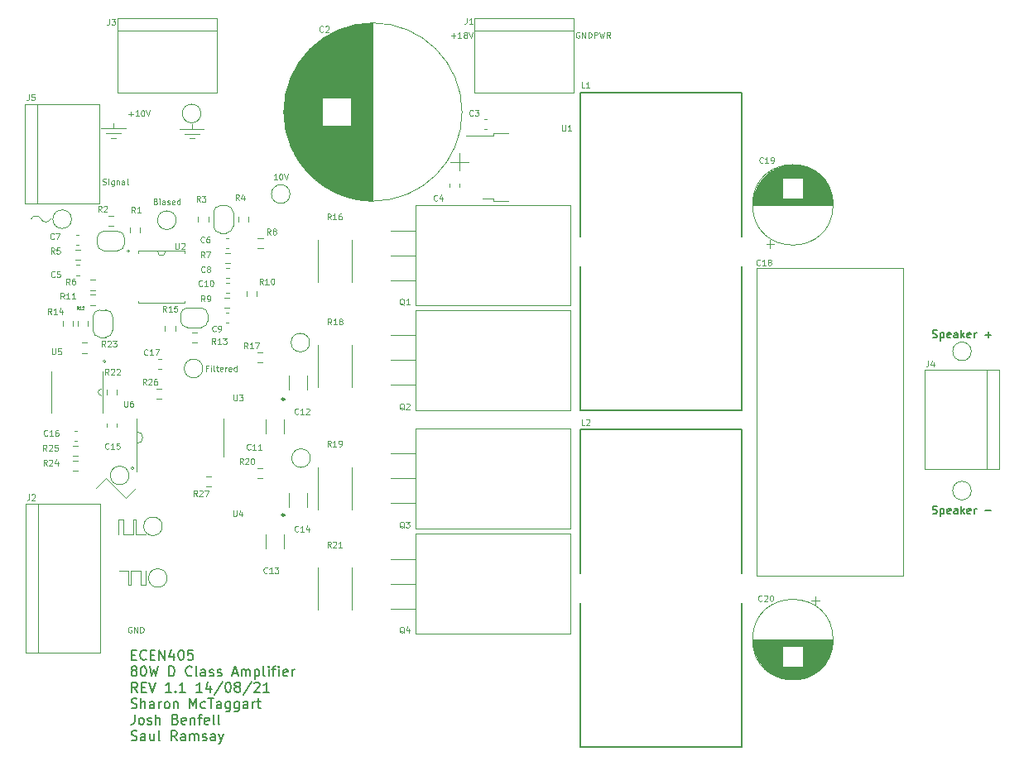
<source format=gto>
G04 #@! TF.GenerationSoftware,KiCad,Pcbnew,5.1.10*
G04 #@! TF.CreationDate,2021-08-16T10:52:11+12:00*
G04 #@! TF.ProjectId,DClassAmplifier,44436c61-7373-4416-9d70-6c6966696572,rev?*
G04 #@! TF.SameCoordinates,Original*
G04 #@! TF.FileFunction,Legend,Top*
G04 #@! TF.FilePolarity,Positive*
%FSLAX46Y46*%
G04 Gerber Fmt 4.6, Leading zero omitted, Abs format (unit mm)*
G04 Created by KiCad (PCBNEW 5.1.10) date 2021-08-16 10:52:11*
%MOMM*%
%LPD*%
G01*
G04 APERTURE LIST*
%ADD10C,0.100000*%
%ADD11C,0.120000*%
%ADD12C,0.150000*%
%ADD13C,0.050000*%
%ADD14C,0.127000*%
%ADD15C,0.250000*%
%ADD16C,0.075000*%
%ADD17C,1.500000*%
%ADD18C,3.000000*%
%ADD19R,3.000000X3.000000*%
%ADD20R,6.400000X5.800000*%
%ADD21R,2.200000X1.200000*%
%ADD22O,2.000000X1.905000*%
%ADD23R,2.000000X1.905000*%
%ADD24O,3.500000X3.500000*%
%ADD25R,0.533400X1.460500*%
%ADD26R,1.473200X0.355600*%
%ADD27C,2.000000*%
%ADD28C,1.905000*%
%ADD29R,1.650000X2.600000*%
%ADD30R,0.850000X0.300000*%
%ADD31C,1.600000*%
%ADD32R,1.600000X1.600000*%
%ADD33C,2.400000*%
%ADD34R,2.400000X2.400000*%
%ADD35C,5.700000*%
G04 APERTURE END LIST*
D10*
X105742857Y-67442857D02*
X106200000Y-67442857D01*
X105971428Y-67671428D02*
X105971428Y-67214285D01*
X106800000Y-67671428D02*
X106457142Y-67671428D01*
X106628571Y-67671428D02*
X106628571Y-67071428D01*
X106571428Y-67157142D01*
X106514285Y-67214285D01*
X106457142Y-67242857D01*
X107171428Y-67071428D02*
X107228571Y-67071428D01*
X107285714Y-67100000D01*
X107314285Y-67128571D01*
X107342857Y-67185714D01*
X107371428Y-67300000D01*
X107371428Y-67442857D01*
X107342857Y-67557142D01*
X107314285Y-67614285D01*
X107285714Y-67642857D01*
X107228571Y-67671428D01*
X107171428Y-67671428D01*
X107114285Y-67642857D01*
X107085714Y-67614285D01*
X107057142Y-67557142D01*
X107028571Y-67442857D01*
X107028571Y-67300000D01*
X107057142Y-67185714D01*
X107085714Y-67128571D01*
X107114285Y-67100000D01*
X107171428Y-67071428D01*
X107542857Y-67071428D02*
X107742857Y-67671428D01*
X107942857Y-67071428D01*
D11*
X106308114Y-103700000D02*
G75*
G03*
X106308114Y-103700000I-158114J0D01*
G01*
X106200000Y-103700000D02*
G75*
G03*
X106200000Y-103700000I-50000J0D01*
G01*
X106595321Y-99949944D02*
G75*
G02*
X106599999Y-101199999I-5321J-625056D01*
G01*
D12*
X106085595Y-122803571D02*
X106418928Y-122803571D01*
X106561785Y-123327380D02*
X106085595Y-123327380D01*
X106085595Y-122327380D01*
X106561785Y-122327380D01*
X107561785Y-123232142D02*
X107514166Y-123279761D01*
X107371309Y-123327380D01*
X107276071Y-123327380D01*
X107133214Y-123279761D01*
X107037976Y-123184523D01*
X106990357Y-123089285D01*
X106942738Y-122898809D01*
X106942738Y-122755952D01*
X106990357Y-122565476D01*
X107037976Y-122470238D01*
X107133214Y-122375000D01*
X107276071Y-122327380D01*
X107371309Y-122327380D01*
X107514166Y-122375000D01*
X107561785Y-122422619D01*
X107990357Y-122803571D02*
X108323690Y-122803571D01*
X108466547Y-123327380D02*
X107990357Y-123327380D01*
X107990357Y-122327380D01*
X108466547Y-122327380D01*
X108895119Y-123327380D02*
X108895119Y-122327380D01*
X109466547Y-123327380D01*
X109466547Y-122327380D01*
X110371309Y-122660714D02*
X110371309Y-123327380D01*
X110133214Y-122279761D02*
X109895119Y-122994047D01*
X110514166Y-122994047D01*
X111085595Y-122327380D02*
X111180833Y-122327380D01*
X111276071Y-122375000D01*
X111323690Y-122422619D01*
X111371309Y-122517857D01*
X111418928Y-122708333D01*
X111418928Y-122946428D01*
X111371309Y-123136904D01*
X111323690Y-123232142D01*
X111276071Y-123279761D01*
X111180833Y-123327380D01*
X111085595Y-123327380D01*
X110990357Y-123279761D01*
X110942738Y-123232142D01*
X110895119Y-123136904D01*
X110847500Y-122946428D01*
X110847500Y-122708333D01*
X110895119Y-122517857D01*
X110942738Y-122422619D01*
X110990357Y-122375000D01*
X111085595Y-122327380D01*
X112323690Y-122327380D02*
X111847500Y-122327380D01*
X111799880Y-122803571D01*
X111847500Y-122755952D01*
X111942738Y-122708333D01*
X112180833Y-122708333D01*
X112276071Y-122755952D01*
X112323690Y-122803571D01*
X112371309Y-122898809D01*
X112371309Y-123136904D01*
X112323690Y-123232142D01*
X112276071Y-123279761D01*
X112180833Y-123327380D01*
X111942738Y-123327380D01*
X111847500Y-123279761D01*
X111799880Y-123232142D01*
X106228452Y-124405952D02*
X106133214Y-124358333D01*
X106085595Y-124310714D01*
X106037976Y-124215476D01*
X106037976Y-124167857D01*
X106085595Y-124072619D01*
X106133214Y-124025000D01*
X106228452Y-123977380D01*
X106418928Y-123977380D01*
X106514166Y-124025000D01*
X106561785Y-124072619D01*
X106609404Y-124167857D01*
X106609404Y-124215476D01*
X106561785Y-124310714D01*
X106514166Y-124358333D01*
X106418928Y-124405952D01*
X106228452Y-124405952D01*
X106133214Y-124453571D01*
X106085595Y-124501190D01*
X106037976Y-124596428D01*
X106037976Y-124786904D01*
X106085595Y-124882142D01*
X106133214Y-124929761D01*
X106228452Y-124977380D01*
X106418928Y-124977380D01*
X106514166Y-124929761D01*
X106561785Y-124882142D01*
X106609404Y-124786904D01*
X106609404Y-124596428D01*
X106561785Y-124501190D01*
X106514166Y-124453571D01*
X106418928Y-124405952D01*
X107228452Y-123977380D02*
X107323690Y-123977380D01*
X107418928Y-124025000D01*
X107466547Y-124072619D01*
X107514166Y-124167857D01*
X107561785Y-124358333D01*
X107561785Y-124596428D01*
X107514166Y-124786904D01*
X107466547Y-124882142D01*
X107418928Y-124929761D01*
X107323690Y-124977380D01*
X107228452Y-124977380D01*
X107133214Y-124929761D01*
X107085595Y-124882142D01*
X107037976Y-124786904D01*
X106990357Y-124596428D01*
X106990357Y-124358333D01*
X107037976Y-124167857D01*
X107085595Y-124072619D01*
X107133214Y-124025000D01*
X107228452Y-123977380D01*
X107895119Y-123977380D02*
X108133214Y-124977380D01*
X108323690Y-124263095D01*
X108514166Y-124977380D01*
X108752261Y-123977380D01*
X109895119Y-124977380D02*
X109895119Y-123977380D01*
X110133214Y-123977380D01*
X110276071Y-124025000D01*
X110371309Y-124120238D01*
X110418928Y-124215476D01*
X110466547Y-124405952D01*
X110466547Y-124548809D01*
X110418928Y-124739285D01*
X110371309Y-124834523D01*
X110276071Y-124929761D01*
X110133214Y-124977380D01*
X109895119Y-124977380D01*
X112228452Y-124882142D02*
X112180833Y-124929761D01*
X112037976Y-124977380D01*
X111942738Y-124977380D01*
X111799880Y-124929761D01*
X111704642Y-124834523D01*
X111657023Y-124739285D01*
X111609404Y-124548809D01*
X111609404Y-124405952D01*
X111657023Y-124215476D01*
X111704642Y-124120238D01*
X111799880Y-124025000D01*
X111942738Y-123977380D01*
X112037976Y-123977380D01*
X112180833Y-124025000D01*
X112228452Y-124072619D01*
X112799880Y-124977380D02*
X112704642Y-124929761D01*
X112657023Y-124834523D01*
X112657023Y-123977380D01*
X113609404Y-124977380D02*
X113609404Y-124453571D01*
X113561785Y-124358333D01*
X113466547Y-124310714D01*
X113276071Y-124310714D01*
X113180833Y-124358333D01*
X113609404Y-124929761D02*
X113514166Y-124977380D01*
X113276071Y-124977380D01*
X113180833Y-124929761D01*
X113133214Y-124834523D01*
X113133214Y-124739285D01*
X113180833Y-124644047D01*
X113276071Y-124596428D01*
X113514166Y-124596428D01*
X113609404Y-124548809D01*
X114037976Y-124929761D02*
X114133214Y-124977380D01*
X114323690Y-124977380D01*
X114418928Y-124929761D01*
X114466547Y-124834523D01*
X114466547Y-124786904D01*
X114418928Y-124691666D01*
X114323690Y-124644047D01*
X114180833Y-124644047D01*
X114085595Y-124596428D01*
X114037976Y-124501190D01*
X114037976Y-124453571D01*
X114085595Y-124358333D01*
X114180833Y-124310714D01*
X114323690Y-124310714D01*
X114418928Y-124358333D01*
X114847500Y-124929761D02*
X114942738Y-124977380D01*
X115133214Y-124977380D01*
X115228452Y-124929761D01*
X115276071Y-124834523D01*
X115276071Y-124786904D01*
X115228452Y-124691666D01*
X115133214Y-124644047D01*
X114990357Y-124644047D01*
X114895119Y-124596428D01*
X114847500Y-124501190D01*
X114847500Y-124453571D01*
X114895119Y-124358333D01*
X114990357Y-124310714D01*
X115133214Y-124310714D01*
X115228452Y-124358333D01*
X116418928Y-124691666D02*
X116895119Y-124691666D01*
X116323690Y-124977380D02*
X116657023Y-123977380D01*
X116990357Y-124977380D01*
X117323690Y-124977380D02*
X117323690Y-124310714D01*
X117323690Y-124405952D02*
X117371309Y-124358333D01*
X117466547Y-124310714D01*
X117609404Y-124310714D01*
X117704642Y-124358333D01*
X117752261Y-124453571D01*
X117752261Y-124977380D01*
X117752261Y-124453571D02*
X117799880Y-124358333D01*
X117895119Y-124310714D01*
X118037976Y-124310714D01*
X118133214Y-124358333D01*
X118180833Y-124453571D01*
X118180833Y-124977380D01*
X118657023Y-124310714D02*
X118657023Y-125310714D01*
X118657023Y-124358333D02*
X118752261Y-124310714D01*
X118942738Y-124310714D01*
X119037976Y-124358333D01*
X119085595Y-124405952D01*
X119133214Y-124501190D01*
X119133214Y-124786904D01*
X119085595Y-124882142D01*
X119037976Y-124929761D01*
X118942738Y-124977380D01*
X118752261Y-124977380D01*
X118657023Y-124929761D01*
X119704642Y-124977380D02*
X119609404Y-124929761D01*
X119561785Y-124834523D01*
X119561785Y-123977380D01*
X120085595Y-124977380D02*
X120085595Y-124310714D01*
X120085595Y-123977380D02*
X120037976Y-124025000D01*
X120085595Y-124072619D01*
X120133214Y-124025000D01*
X120085595Y-123977380D01*
X120085595Y-124072619D01*
X120418928Y-124310714D02*
X120799880Y-124310714D01*
X120561785Y-124977380D02*
X120561785Y-124120238D01*
X120609404Y-124025000D01*
X120704642Y-123977380D01*
X120799880Y-123977380D01*
X121133214Y-124977380D02*
X121133214Y-124310714D01*
X121133214Y-123977380D02*
X121085595Y-124025000D01*
X121133214Y-124072619D01*
X121180833Y-124025000D01*
X121133214Y-123977380D01*
X121133214Y-124072619D01*
X121990357Y-124929761D02*
X121895119Y-124977380D01*
X121704642Y-124977380D01*
X121609404Y-124929761D01*
X121561785Y-124834523D01*
X121561785Y-124453571D01*
X121609404Y-124358333D01*
X121704642Y-124310714D01*
X121895119Y-124310714D01*
X121990357Y-124358333D01*
X122037976Y-124453571D01*
X122037976Y-124548809D01*
X121561785Y-124644047D01*
X122466547Y-124977380D02*
X122466547Y-124310714D01*
X122466547Y-124501190D02*
X122514166Y-124405952D01*
X122561785Y-124358333D01*
X122657023Y-124310714D01*
X122752261Y-124310714D01*
X106657023Y-126627380D02*
X106323690Y-126151190D01*
X106085595Y-126627380D02*
X106085595Y-125627380D01*
X106466547Y-125627380D01*
X106561785Y-125675000D01*
X106609404Y-125722619D01*
X106657023Y-125817857D01*
X106657023Y-125960714D01*
X106609404Y-126055952D01*
X106561785Y-126103571D01*
X106466547Y-126151190D01*
X106085595Y-126151190D01*
X107085595Y-126103571D02*
X107418928Y-126103571D01*
X107561785Y-126627380D02*
X107085595Y-126627380D01*
X107085595Y-125627380D01*
X107561785Y-125627380D01*
X107847500Y-125627380D02*
X108180833Y-126627380D01*
X108514166Y-125627380D01*
X110133214Y-126627380D02*
X109561785Y-126627380D01*
X109847500Y-126627380D02*
X109847500Y-125627380D01*
X109752261Y-125770238D01*
X109657023Y-125865476D01*
X109561785Y-125913095D01*
X110561785Y-126532142D02*
X110609404Y-126579761D01*
X110561785Y-126627380D01*
X110514166Y-126579761D01*
X110561785Y-126532142D01*
X110561785Y-126627380D01*
X111561785Y-126627380D02*
X110990357Y-126627380D01*
X111276071Y-126627380D02*
X111276071Y-125627380D01*
X111180833Y-125770238D01*
X111085595Y-125865476D01*
X110990357Y-125913095D01*
X113276071Y-126627380D02*
X112704642Y-126627380D01*
X112990357Y-126627380D02*
X112990357Y-125627380D01*
X112895119Y-125770238D01*
X112799880Y-125865476D01*
X112704642Y-125913095D01*
X114133214Y-125960714D02*
X114133214Y-126627380D01*
X113895119Y-125579761D02*
X113657023Y-126294047D01*
X114276071Y-126294047D01*
X115371309Y-125579761D02*
X114514166Y-126865476D01*
X115895119Y-125627380D02*
X115990357Y-125627380D01*
X116085595Y-125675000D01*
X116133214Y-125722619D01*
X116180833Y-125817857D01*
X116228452Y-126008333D01*
X116228452Y-126246428D01*
X116180833Y-126436904D01*
X116133214Y-126532142D01*
X116085595Y-126579761D01*
X115990357Y-126627380D01*
X115895119Y-126627380D01*
X115799880Y-126579761D01*
X115752261Y-126532142D01*
X115704642Y-126436904D01*
X115657023Y-126246428D01*
X115657023Y-126008333D01*
X115704642Y-125817857D01*
X115752261Y-125722619D01*
X115799880Y-125675000D01*
X115895119Y-125627380D01*
X116799880Y-126055952D02*
X116704642Y-126008333D01*
X116657023Y-125960714D01*
X116609404Y-125865476D01*
X116609404Y-125817857D01*
X116657023Y-125722619D01*
X116704642Y-125675000D01*
X116799880Y-125627380D01*
X116990357Y-125627380D01*
X117085595Y-125675000D01*
X117133214Y-125722619D01*
X117180833Y-125817857D01*
X117180833Y-125865476D01*
X117133214Y-125960714D01*
X117085595Y-126008333D01*
X116990357Y-126055952D01*
X116799880Y-126055952D01*
X116704642Y-126103571D01*
X116657023Y-126151190D01*
X116609404Y-126246428D01*
X116609404Y-126436904D01*
X116657023Y-126532142D01*
X116704642Y-126579761D01*
X116799880Y-126627380D01*
X116990357Y-126627380D01*
X117085595Y-126579761D01*
X117133214Y-126532142D01*
X117180833Y-126436904D01*
X117180833Y-126246428D01*
X117133214Y-126151190D01*
X117085595Y-126103571D01*
X116990357Y-126055952D01*
X118323690Y-125579761D02*
X117466547Y-126865476D01*
X118609404Y-125722619D02*
X118657023Y-125675000D01*
X118752261Y-125627380D01*
X118990357Y-125627380D01*
X119085595Y-125675000D01*
X119133214Y-125722619D01*
X119180833Y-125817857D01*
X119180833Y-125913095D01*
X119133214Y-126055952D01*
X118561785Y-126627380D01*
X119180833Y-126627380D01*
X120133214Y-126627380D02*
X119561785Y-126627380D01*
X119847500Y-126627380D02*
X119847500Y-125627380D01*
X119752261Y-125770238D01*
X119657023Y-125865476D01*
X119561785Y-125913095D01*
X106037976Y-128229761D02*
X106180833Y-128277380D01*
X106418928Y-128277380D01*
X106514166Y-128229761D01*
X106561785Y-128182142D01*
X106609404Y-128086904D01*
X106609404Y-127991666D01*
X106561785Y-127896428D01*
X106514166Y-127848809D01*
X106418928Y-127801190D01*
X106228452Y-127753571D01*
X106133214Y-127705952D01*
X106085595Y-127658333D01*
X106037976Y-127563095D01*
X106037976Y-127467857D01*
X106085595Y-127372619D01*
X106133214Y-127325000D01*
X106228452Y-127277380D01*
X106466547Y-127277380D01*
X106609404Y-127325000D01*
X107037976Y-128277380D02*
X107037976Y-127277380D01*
X107466547Y-128277380D02*
X107466547Y-127753571D01*
X107418928Y-127658333D01*
X107323690Y-127610714D01*
X107180833Y-127610714D01*
X107085595Y-127658333D01*
X107037976Y-127705952D01*
X108371309Y-128277380D02*
X108371309Y-127753571D01*
X108323690Y-127658333D01*
X108228452Y-127610714D01*
X108037976Y-127610714D01*
X107942738Y-127658333D01*
X108371309Y-128229761D02*
X108276071Y-128277380D01*
X108037976Y-128277380D01*
X107942738Y-128229761D01*
X107895119Y-128134523D01*
X107895119Y-128039285D01*
X107942738Y-127944047D01*
X108037976Y-127896428D01*
X108276071Y-127896428D01*
X108371309Y-127848809D01*
X108847500Y-128277380D02*
X108847500Y-127610714D01*
X108847500Y-127801190D02*
X108895119Y-127705952D01*
X108942738Y-127658333D01*
X109037976Y-127610714D01*
X109133214Y-127610714D01*
X109609404Y-128277380D02*
X109514166Y-128229761D01*
X109466547Y-128182142D01*
X109418928Y-128086904D01*
X109418928Y-127801190D01*
X109466547Y-127705952D01*
X109514166Y-127658333D01*
X109609404Y-127610714D01*
X109752261Y-127610714D01*
X109847500Y-127658333D01*
X109895119Y-127705952D01*
X109942738Y-127801190D01*
X109942738Y-128086904D01*
X109895119Y-128182142D01*
X109847500Y-128229761D01*
X109752261Y-128277380D01*
X109609404Y-128277380D01*
X110371309Y-127610714D02*
X110371309Y-128277380D01*
X110371309Y-127705952D02*
X110418928Y-127658333D01*
X110514166Y-127610714D01*
X110657023Y-127610714D01*
X110752261Y-127658333D01*
X110799880Y-127753571D01*
X110799880Y-128277380D01*
X112037976Y-128277380D02*
X112037976Y-127277380D01*
X112371309Y-127991666D01*
X112704642Y-127277380D01*
X112704642Y-128277380D01*
X113609404Y-128229761D02*
X113514166Y-128277380D01*
X113323690Y-128277380D01*
X113228452Y-128229761D01*
X113180833Y-128182142D01*
X113133214Y-128086904D01*
X113133214Y-127801190D01*
X113180833Y-127705952D01*
X113228452Y-127658333D01*
X113323690Y-127610714D01*
X113514166Y-127610714D01*
X113609404Y-127658333D01*
X113895119Y-127277380D02*
X114466547Y-127277380D01*
X114180833Y-128277380D02*
X114180833Y-127277380D01*
X115228452Y-128277380D02*
X115228452Y-127753571D01*
X115180833Y-127658333D01*
X115085595Y-127610714D01*
X114895119Y-127610714D01*
X114799880Y-127658333D01*
X115228452Y-128229761D02*
X115133214Y-128277380D01*
X114895119Y-128277380D01*
X114799880Y-128229761D01*
X114752261Y-128134523D01*
X114752261Y-128039285D01*
X114799880Y-127944047D01*
X114895119Y-127896428D01*
X115133214Y-127896428D01*
X115228452Y-127848809D01*
X116133214Y-127610714D02*
X116133214Y-128420238D01*
X116085595Y-128515476D01*
X116037976Y-128563095D01*
X115942738Y-128610714D01*
X115799880Y-128610714D01*
X115704642Y-128563095D01*
X116133214Y-128229761D02*
X116037976Y-128277380D01*
X115847500Y-128277380D01*
X115752261Y-128229761D01*
X115704642Y-128182142D01*
X115657023Y-128086904D01*
X115657023Y-127801190D01*
X115704642Y-127705952D01*
X115752261Y-127658333D01*
X115847500Y-127610714D01*
X116037976Y-127610714D01*
X116133214Y-127658333D01*
X117037976Y-127610714D02*
X117037976Y-128420238D01*
X116990357Y-128515476D01*
X116942738Y-128563095D01*
X116847500Y-128610714D01*
X116704642Y-128610714D01*
X116609404Y-128563095D01*
X117037976Y-128229761D02*
X116942738Y-128277380D01*
X116752261Y-128277380D01*
X116657023Y-128229761D01*
X116609404Y-128182142D01*
X116561785Y-128086904D01*
X116561785Y-127801190D01*
X116609404Y-127705952D01*
X116657023Y-127658333D01*
X116752261Y-127610714D01*
X116942738Y-127610714D01*
X117037976Y-127658333D01*
X117942738Y-128277380D02*
X117942738Y-127753571D01*
X117895119Y-127658333D01*
X117799880Y-127610714D01*
X117609404Y-127610714D01*
X117514166Y-127658333D01*
X117942738Y-128229761D02*
X117847500Y-128277380D01*
X117609404Y-128277380D01*
X117514166Y-128229761D01*
X117466547Y-128134523D01*
X117466547Y-128039285D01*
X117514166Y-127944047D01*
X117609404Y-127896428D01*
X117847500Y-127896428D01*
X117942738Y-127848809D01*
X118418928Y-128277380D02*
X118418928Y-127610714D01*
X118418928Y-127801190D02*
X118466547Y-127705952D01*
X118514166Y-127658333D01*
X118609404Y-127610714D01*
X118704642Y-127610714D01*
X118895119Y-127610714D02*
X119276071Y-127610714D01*
X119037976Y-127277380D02*
X119037976Y-128134523D01*
X119085595Y-128229761D01*
X119180833Y-128277380D01*
X119276071Y-128277380D01*
X106371309Y-128927380D02*
X106371309Y-129641666D01*
X106323690Y-129784523D01*
X106228452Y-129879761D01*
X106085595Y-129927380D01*
X105990357Y-129927380D01*
X106990357Y-129927380D02*
X106895119Y-129879761D01*
X106847500Y-129832142D01*
X106799880Y-129736904D01*
X106799880Y-129451190D01*
X106847500Y-129355952D01*
X106895119Y-129308333D01*
X106990357Y-129260714D01*
X107133214Y-129260714D01*
X107228452Y-129308333D01*
X107276071Y-129355952D01*
X107323690Y-129451190D01*
X107323690Y-129736904D01*
X107276071Y-129832142D01*
X107228452Y-129879761D01*
X107133214Y-129927380D01*
X106990357Y-129927380D01*
X107704642Y-129879761D02*
X107799880Y-129927380D01*
X107990357Y-129927380D01*
X108085595Y-129879761D01*
X108133214Y-129784523D01*
X108133214Y-129736904D01*
X108085595Y-129641666D01*
X107990357Y-129594047D01*
X107847500Y-129594047D01*
X107752261Y-129546428D01*
X107704642Y-129451190D01*
X107704642Y-129403571D01*
X107752261Y-129308333D01*
X107847500Y-129260714D01*
X107990357Y-129260714D01*
X108085595Y-129308333D01*
X108561785Y-129927380D02*
X108561785Y-128927380D01*
X108990357Y-129927380D02*
X108990357Y-129403571D01*
X108942738Y-129308333D01*
X108847500Y-129260714D01*
X108704642Y-129260714D01*
X108609404Y-129308333D01*
X108561785Y-129355952D01*
X110561785Y-129403571D02*
X110704642Y-129451190D01*
X110752261Y-129498809D01*
X110799880Y-129594047D01*
X110799880Y-129736904D01*
X110752261Y-129832142D01*
X110704642Y-129879761D01*
X110609404Y-129927380D01*
X110228452Y-129927380D01*
X110228452Y-128927380D01*
X110561785Y-128927380D01*
X110657023Y-128975000D01*
X110704642Y-129022619D01*
X110752261Y-129117857D01*
X110752261Y-129213095D01*
X110704642Y-129308333D01*
X110657023Y-129355952D01*
X110561785Y-129403571D01*
X110228452Y-129403571D01*
X111609404Y-129879761D02*
X111514166Y-129927380D01*
X111323690Y-129927380D01*
X111228452Y-129879761D01*
X111180833Y-129784523D01*
X111180833Y-129403571D01*
X111228452Y-129308333D01*
X111323690Y-129260714D01*
X111514166Y-129260714D01*
X111609404Y-129308333D01*
X111657023Y-129403571D01*
X111657023Y-129498809D01*
X111180833Y-129594047D01*
X112085595Y-129260714D02*
X112085595Y-129927380D01*
X112085595Y-129355952D02*
X112133214Y-129308333D01*
X112228452Y-129260714D01*
X112371309Y-129260714D01*
X112466547Y-129308333D01*
X112514166Y-129403571D01*
X112514166Y-129927380D01*
X112847500Y-129260714D02*
X113228452Y-129260714D01*
X112990357Y-129927380D02*
X112990357Y-129070238D01*
X113037976Y-128975000D01*
X113133214Y-128927380D01*
X113228452Y-128927380D01*
X113942738Y-129879761D02*
X113847500Y-129927380D01*
X113657023Y-129927380D01*
X113561785Y-129879761D01*
X113514166Y-129784523D01*
X113514166Y-129403571D01*
X113561785Y-129308333D01*
X113657023Y-129260714D01*
X113847500Y-129260714D01*
X113942738Y-129308333D01*
X113990357Y-129403571D01*
X113990357Y-129498809D01*
X113514166Y-129594047D01*
X114561785Y-129927380D02*
X114466547Y-129879761D01*
X114418928Y-129784523D01*
X114418928Y-128927380D01*
X115085595Y-129927380D02*
X114990357Y-129879761D01*
X114942738Y-129784523D01*
X114942738Y-128927380D01*
X106037976Y-131529761D02*
X106180833Y-131577380D01*
X106418928Y-131577380D01*
X106514166Y-131529761D01*
X106561785Y-131482142D01*
X106609404Y-131386904D01*
X106609404Y-131291666D01*
X106561785Y-131196428D01*
X106514166Y-131148809D01*
X106418928Y-131101190D01*
X106228452Y-131053571D01*
X106133214Y-131005952D01*
X106085595Y-130958333D01*
X106037976Y-130863095D01*
X106037976Y-130767857D01*
X106085595Y-130672619D01*
X106133214Y-130625000D01*
X106228452Y-130577380D01*
X106466547Y-130577380D01*
X106609404Y-130625000D01*
X107466547Y-131577380D02*
X107466547Y-131053571D01*
X107418928Y-130958333D01*
X107323690Y-130910714D01*
X107133214Y-130910714D01*
X107037976Y-130958333D01*
X107466547Y-131529761D02*
X107371309Y-131577380D01*
X107133214Y-131577380D01*
X107037976Y-131529761D01*
X106990357Y-131434523D01*
X106990357Y-131339285D01*
X107037976Y-131244047D01*
X107133214Y-131196428D01*
X107371309Y-131196428D01*
X107466547Y-131148809D01*
X108371309Y-130910714D02*
X108371309Y-131577380D01*
X107942738Y-130910714D02*
X107942738Y-131434523D01*
X107990357Y-131529761D01*
X108085595Y-131577380D01*
X108228452Y-131577380D01*
X108323690Y-131529761D01*
X108371309Y-131482142D01*
X108990357Y-131577380D02*
X108895119Y-131529761D01*
X108847500Y-131434523D01*
X108847500Y-130577380D01*
X110704642Y-131577380D02*
X110371309Y-131101190D01*
X110133214Y-131577380D02*
X110133214Y-130577380D01*
X110514166Y-130577380D01*
X110609404Y-130625000D01*
X110657023Y-130672619D01*
X110704642Y-130767857D01*
X110704642Y-130910714D01*
X110657023Y-131005952D01*
X110609404Y-131053571D01*
X110514166Y-131101190D01*
X110133214Y-131101190D01*
X111561785Y-131577380D02*
X111561785Y-131053571D01*
X111514166Y-130958333D01*
X111418928Y-130910714D01*
X111228452Y-130910714D01*
X111133214Y-130958333D01*
X111561785Y-131529761D02*
X111466547Y-131577380D01*
X111228452Y-131577380D01*
X111133214Y-131529761D01*
X111085595Y-131434523D01*
X111085595Y-131339285D01*
X111133214Y-131244047D01*
X111228452Y-131196428D01*
X111466547Y-131196428D01*
X111561785Y-131148809D01*
X112037976Y-131577380D02*
X112037976Y-130910714D01*
X112037976Y-131005952D02*
X112085595Y-130958333D01*
X112180833Y-130910714D01*
X112323690Y-130910714D01*
X112418928Y-130958333D01*
X112466547Y-131053571D01*
X112466547Y-131577380D01*
X112466547Y-131053571D02*
X112514166Y-130958333D01*
X112609404Y-130910714D01*
X112752261Y-130910714D01*
X112847500Y-130958333D01*
X112895119Y-131053571D01*
X112895119Y-131577380D01*
X113323690Y-131529761D02*
X113418928Y-131577380D01*
X113609404Y-131577380D01*
X113704642Y-131529761D01*
X113752261Y-131434523D01*
X113752261Y-131386904D01*
X113704642Y-131291666D01*
X113609404Y-131244047D01*
X113466547Y-131244047D01*
X113371309Y-131196428D01*
X113323690Y-131101190D01*
X113323690Y-131053571D01*
X113371309Y-130958333D01*
X113466547Y-130910714D01*
X113609404Y-130910714D01*
X113704642Y-130958333D01*
X114609404Y-131577380D02*
X114609404Y-131053571D01*
X114561785Y-130958333D01*
X114466547Y-130910714D01*
X114276071Y-130910714D01*
X114180833Y-130958333D01*
X114609404Y-131529761D02*
X114514166Y-131577380D01*
X114276071Y-131577380D01*
X114180833Y-131529761D01*
X114133214Y-131434523D01*
X114133214Y-131339285D01*
X114180833Y-131244047D01*
X114276071Y-131196428D01*
X114514166Y-131196428D01*
X114609404Y-131148809D01*
X114990357Y-130910714D02*
X115228452Y-131577380D01*
X115466547Y-130910714D02*
X115228452Y-131577380D01*
X115133214Y-131815476D01*
X115085595Y-131863095D01*
X114990357Y-131910714D01*
D11*
X97800000Y-78200000D02*
G75*
G02*
X96800000Y-78200000I-500000J250000D01*
G01*
X95800000Y-78200000D02*
G75*
G02*
X96800000Y-78200000I500000J-250000D01*
G01*
X104200000Y-68900000D02*
X104200000Y-68400000D01*
X103950000Y-69900000D02*
X104450000Y-69900000D01*
X103450000Y-69400000D02*
X104950000Y-69400000D01*
X102950000Y-68900000D02*
X105450000Y-68900000D01*
X107510000Y-114170000D02*
X107510000Y-115670000D01*
X107510000Y-115670000D02*
X107010000Y-115670000D01*
X107010000Y-115670000D02*
X107010000Y-114170000D01*
X107010000Y-114170000D02*
X106010000Y-114170000D01*
X106010000Y-114170000D02*
X106010000Y-115670000D01*
X106010000Y-115670000D02*
X105760000Y-115670000D01*
X105760000Y-115670000D02*
X105760000Y-114170000D01*
X105760000Y-114170000D02*
X104760000Y-114170000D01*
X105460000Y-106750000D02*
X106460000Y-105750000D01*
X104460000Y-105750000D02*
X105460000Y-106750000D01*
X103460000Y-104750000D02*
X102460000Y-105750000D01*
X104460000Y-105750000D02*
X103460000Y-104750000D01*
X112230000Y-68960000D02*
X112230000Y-68460000D01*
X111980000Y-69960000D02*
X112480000Y-69960000D01*
X111480000Y-69460000D02*
X112980000Y-69460000D01*
X110980000Y-68960000D02*
X113480000Y-68960000D01*
X104730000Y-110490000D02*
X104730000Y-108990000D01*
X104730000Y-108990000D02*
X105230000Y-108990000D01*
X105230000Y-108990000D02*
X105230000Y-110490000D01*
X105230000Y-110490000D02*
X106230000Y-110490000D01*
X106230000Y-110490000D02*
X106230000Y-108990000D01*
X106230000Y-108990000D02*
X106480000Y-108990000D01*
X106480000Y-108990000D02*
X106480000Y-110490000D01*
X106480000Y-110490000D02*
X107480000Y-110490000D01*
X99920000Y-78220000D02*
G75*
G03*
X99920000Y-78220000I-950000J0D01*
G01*
X122270000Y-75650000D02*
G75*
G03*
X122270000Y-75650000I-950000J0D01*
G01*
X114790000Y-57690000D02*
X104630000Y-57690000D01*
X114790000Y-65310000D02*
X114790000Y-57690000D01*
X104630000Y-65310000D02*
X114790000Y-65310000D01*
X104630000Y-57690000D02*
X104630000Y-65310000D01*
X104630000Y-58960000D02*
X114790000Y-58960000D01*
X143085000Y-76065000D02*
X141985000Y-76065000D01*
X143085000Y-76335000D02*
X143085000Y-76065000D01*
X144585000Y-76335000D02*
X143085000Y-76335000D01*
X143085000Y-69705000D02*
X140255000Y-69705000D01*
X143085000Y-69435000D02*
X143085000Y-69705000D01*
X144585000Y-69435000D02*
X143085000Y-69435000D01*
X139600000Y-74888767D02*
X139600000Y-74596233D01*
X138580000Y-74888767D02*
X138580000Y-74596233D01*
X142103733Y-69030000D02*
X142396267Y-69030000D01*
X142103733Y-68010000D02*
X142396267Y-68010000D01*
X135090000Y-110420000D02*
X135090000Y-120660000D01*
X150980000Y-110420000D02*
X150980000Y-120660000D01*
X150980000Y-110420000D02*
X135090000Y-110420000D01*
X150980000Y-120660000D02*
X135090000Y-120660000D01*
X135090000Y-113000000D02*
X132550000Y-113000000D01*
X135090000Y-115540000D02*
X132550000Y-115540000D01*
X135090000Y-118080000D02*
X132550000Y-118080000D01*
X135090000Y-99620000D02*
X135090000Y-109860000D01*
X150980000Y-99620000D02*
X150980000Y-109860000D01*
X150980000Y-99620000D02*
X135090000Y-99620000D01*
X150980000Y-109860000D02*
X135090000Y-109860000D01*
X135090000Y-102200000D02*
X132550000Y-102200000D01*
X135090000Y-104740000D02*
X132550000Y-104740000D01*
X135090000Y-107280000D02*
X132550000Y-107280000D01*
X135090000Y-87520000D02*
X135090000Y-97760000D01*
X150980000Y-87520000D02*
X150980000Y-97760000D01*
X150980000Y-87520000D02*
X135090000Y-87520000D01*
X150980000Y-97760000D02*
X135090000Y-97760000D01*
X135090000Y-90100000D02*
X132550000Y-90100000D01*
X135090000Y-92640000D02*
X132550000Y-92640000D01*
X135090000Y-95180000D02*
X132550000Y-95180000D01*
X135090000Y-76820000D02*
X135090000Y-87060000D01*
X150980000Y-76820000D02*
X150980000Y-87060000D01*
X150980000Y-76820000D02*
X135090000Y-76820000D01*
X150980000Y-87060000D02*
X135090000Y-87060000D01*
X135090000Y-79400000D02*
X132550000Y-79400000D01*
X135090000Y-81940000D02*
X132550000Y-81940000D01*
X135090000Y-84480000D02*
X132550000Y-84480000D01*
X103431421Y-92780000D02*
G75*
G03*
X103431421Y-92780000I-141421J0D01*
G01*
X103340000Y-92780000D02*
G75*
G03*
X103340000Y-92780000I-50000J0D01*
G01*
X97861100Y-93809100D02*
X97861100Y-98050900D01*
X103118900Y-98050900D02*
X103118900Y-93809100D01*
D13*
X102991900Y-96262317D02*
G75*
G02*
X102991900Y-95597683I0J332317D01*
G01*
D11*
X111504300Y-81669462D02*
X111504300Y-81450301D01*
X106754500Y-86590540D02*
X106754500Y-86809701D01*
X106754500Y-81450301D02*
X106754500Y-81669460D01*
X111504300Y-81450301D02*
X106754500Y-81450301D01*
X111504300Y-86809701D02*
X111504300Y-86590542D01*
X106754500Y-86809701D02*
X111504300Y-86809701D01*
X105779400Y-81480001D02*
G75*
G03*
X105779400Y-81480001I-50000J0D01*
G01*
X105870821Y-81480001D02*
G75*
G03*
X105870821Y-81480001I-141421J0D01*
G01*
D13*
X109504050Y-81577301D02*
G75*
G02*
X108754750Y-81577301I-374650J0D01*
G01*
D11*
X170000000Y-114750000D02*
X170000000Y-83250000D01*
X185000000Y-114750000D02*
X170000000Y-114750000D01*
X185000000Y-83250000D02*
X185000000Y-114750000D01*
X170000000Y-83250000D02*
X185000000Y-83250000D01*
X119492224Y-81197500D02*
X118982776Y-81197500D01*
X119492224Y-80152500D02*
X118982776Y-80152500D01*
X109477500Y-89654724D02*
X109477500Y-89145276D01*
X110522500Y-89654724D02*
X110522500Y-89145276D01*
X112742224Y-90847500D02*
X112232776Y-90847500D01*
X112742224Y-89802500D02*
X112232776Y-89802500D01*
X111075000Y-88600000D02*
X111075000Y-88000000D01*
X113175000Y-89300000D02*
X111775000Y-89300000D01*
X113875000Y-88000000D02*
X113875000Y-88600000D01*
X111775000Y-87300000D02*
X113175000Y-87300000D01*
X111075000Y-88000000D02*
G75*
G02*
X111775000Y-87300000I700000J0D01*
G01*
X111775000Y-89300000D02*
G75*
G02*
X111075000Y-88600000I0J700000D01*
G01*
X113875000Y-88600000D02*
G75*
G02*
X113175000Y-89300000I-700000J0D01*
G01*
X113175000Y-87300000D02*
G75*
G02*
X113875000Y-88000000I0J-700000D01*
G01*
X103695276Y-77852500D02*
X104204724Y-77852500D01*
X103695276Y-78897500D02*
X104204724Y-78897500D01*
X106922500Y-79045276D02*
X106922500Y-79554724D01*
X105877500Y-79045276D02*
X105877500Y-79554724D01*
X105350000Y-80150000D02*
X105350000Y-80750000D01*
X103250000Y-79450000D02*
X104650000Y-79450000D01*
X102550000Y-80750000D02*
X102550000Y-80150000D01*
X104650000Y-81450000D02*
X103250000Y-81450000D01*
X105350000Y-80750000D02*
G75*
G02*
X104650000Y-81450000I-700000J0D01*
G01*
X104650000Y-79450000D02*
G75*
G02*
X105350000Y-80150000I0J-700000D01*
G01*
X102550000Y-80150000D02*
G75*
G02*
X103250000Y-79450000I700000J0D01*
G01*
X103250000Y-81450000D02*
G75*
G02*
X102550000Y-80750000I0J700000D01*
G01*
X100696267Y-83940000D02*
X100403733Y-83940000D01*
X100696267Y-82920000D02*
X100403733Y-82920000D01*
X104550000Y-99153733D02*
X104550000Y-99446267D01*
X103530000Y-99153733D02*
X103530000Y-99446267D01*
X109096267Y-93535000D02*
X108803733Y-93535000D01*
X109096267Y-92515000D02*
X108803733Y-92515000D01*
X100686267Y-80860000D02*
X100393733Y-80860000D01*
X100686267Y-79840000D02*
X100393733Y-79840000D01*
X100496267Y-100935000D02*
X100203733Y-100935000D01*
X100496267Y-99915000D02*
X100203733Y-99915000D01*
X110625000Y-78325000D02*
G75*
G03*
X110625000Y-78325000I-950000J0D01*
G01*
X113350000Y-93500000D02*
G75*
G03*
X113350000Y-93500000I-950000J0D01*
G01*
X124350000Y-102675000D02*
G75*
G03*
X124350000Y-102675000I-950000J0D01*
G01*
X191950000Y-106000000D02*
G75*
G03*
X191950000Y-106000000I-950000J0D01*
G01*
X191950000Y-91750000D02*
G75*
G03*
X191950000Y-91750000I-950000J0D01*
G01*
X124275000Y-90850000D02*
G75*
G03*
X124275000Y-90850000I-950000J0D01*
G01*
X105800000Y-104450000D02*
G75*
G03*
X105800000Y-104450000I-950000J0D01*
G01*
X109200000Y-109650000D02*
G75*
G03*
X109200000Y-109650000I-950000J0D01*
G01*
X109700000Y-114950000D02*
G75*
G03*
X109700000Y-114950000I-950000J0D01*
G01*
X113160000Y-67400000D02*
G75*
G03*
X113160000Y-67400000I-950000J0D01*
G01*
X115460000Y-100575000D02*
X115460000Y-98625000D01*
X115460000Y-100575000D02*
X115460000Y-102525000D01*
X106590000Y-100575000D02*
X106590000Y-98625000D01*
X106590000Y-100575000D02*
X106590000Y-104025000D01*
X113682776Y-104552500D02*
X114192224Y-104552500D01*
X113682776Y-105597500D02*
X114192224Y-105597500D01*
X108570276Y-95552500D02*
X109079724Y-95552500D01*
X108570276Y-96597500D02*
X109079724Y-96597500D01*
X100082776Y-101427500D02*
X100592224Y-101427500D01*
X100082776Y-102472500D02*
X100592224Y-102472500D01*
X100082776Y-102952500D02*
X100592224Y-102952500D01*
X100082776Y-103997500D02*
X100592224Y-103997500D01*
X101529724Y-91897500D02*
X101020276Y-91897500D01*
X101529724Y-90852500D02*
X101020276Y-90852500D01*
X103527500Y-96167224D02*
X103527500Y-95657776D01*
X104572500Y-96167224D02*
X104572500Y-95657776D01*
X128560000Y-113872936D02*
X128560000Y-118227064D01*
X125140000Y-113872936D02*
X125140000Y-118227064D01*
X118970276Y-103702500D02*
X119479724Y-103702500D01*
X118970276Y-104747500D02*
X119479724Y-104747500D01*
X128560000Y-103597936D02*
X128560000Y-107952064D01*
X125140000Y-103597936D02*
X125140000Y-107952064D01*
X128560000Y-91072936D02*
X128560000Y-95427064D01*
X125140000Y-91072936D02*
X125140000Y-95427064D01*
X118970276Y-91852500D02*
X119479724Y-91852500D01*
X118970276Y-92897500D02*
X119479724Y-92897500D01*
X125140000Y-80322936D02*
X125140000Y-84677064D01*
X128560000Y-80322936D02*
X128560000Y-84677064D01*
X100302776Y-81367500D02*
X100812224Y-81367500D01*
X100302776Y-82412500D02*
X100812224Y-82412500D01*
X118847500Y-85607776D02*
X118847500Y-86117224D01*
X117802500Y-85607776D02*
X117802500Y-86117224D01*
X116104724Y-87297500D02*
X115595276Y-87297500D01*
X116104724Y-86252500D02*
X115595276Y-86252500D01*
X102342224Y-86997500D02*
X101832776Y-86997500D01*
X102342224Y-85952500D02*
X101832776Y-85952500D01*
X116129724Y-82722500D02*
X115620276Y-82722500D01*
X116129724Y-81677500D02*
X115620276Y-81677500D01*
X101622500Y-88645276D02*
X101622500Y-89154724D01*
X100577500Y-88645276D02*
X100577500Y-89154724D01*
X99052500Y-89154724D02*
X99052500Y-88645276D01*
X100097500Y-89154724D02*
X100097500Y-88645276D01*
X118012500Y-77965276D02*
X118012500Y-78474724D01*
X116967500Y-77965276D02*
X116967500Y-78474724D01*
X112877500Y-78467224D02*
X112877500Y-77957776D01*
X113922500Y-78467224D02*
X113922500Y-77957776D01*
X101832776Y-84427500D02*
X102342224Y-84427500D01*
X101832776Y-85472500D02*
X102342224Y-85472500D01*
D14*
X168455000Y-132256000D02*
X151945000Y-132256000D01*
X151945000Y-99744000D02*
X168455000Y-99744000D01*
X168455000Y-99744000D02*
X168455000Y-114476000D01*
X168455000Y-117524000D02*
X168455000Y-132256000D01*
X151945000Y-117524000D02*
X151945000Y-132256000D01*
X151945000Y-99744000D02*
X151945000Y-114476000D01*
X151945000Y-65244000D02*
X168455000Y-65244000D01*
X168455000Y-97756000D02*
X151945000Y-97756000D01*
X151945000Y-97756000D02*
X151945000Y-83024000D01*
X151945000Y-79976000D02*
X151945000Y-65244000D01*
X168455000Y-79976000D02*
X168455000Y-65244000D01*
X168455000Y-97756000D02*
X168455000Y-83024000D01*
D11*
X103425000Y-90300000D02*
X102825000Y-90300000D01*
X104125000Y-88200000D02*
X104125000Y-89600000D01*
X102825000Y-87500000D02*
X103425000Y-87500000D01*
X102125000Y-89600000D02*
X102125000Y-88200000D01*
X102825000Y-90300000D02*
G75*
G02*
X102125000Y-89600000I0J700000D01*
G01*
X104125000Y-89600000D02*
G75*
G02*
X103425000Y-90300000I-700000J0D01*
G01*
X103425000Y-87500000D02*
G75*
G02*
X104125000Y-88200000I0J-700000D01*
G01*
X102125000Y-88200000D02*
G75*
G02*
X102825000Y-87500000I700000J0D01*
G01*
X115150000Y-76825000D02*
X115750000Y-76825000D01*
X114450000Y-78925000D02*
X114450000Y-77525000D01*
X115750000Y-79625000D02*
X115150000Y-79625000D01*
X116450000Y-77525000D02*
X116450000Y-78925000D01*
X115750000Y-76825000D02*
G75*
G02*
X116450000Y-77525000I0J-700000D01*
G01*
X114450000Y-77525000D02*
G75*
G02*
X115150000Y-76825000I700000J0D01*
G01*
X115150000Y-79625000D02*
G75*
G02*
X114450000Y-78925000I0J700000D01*
G01*
X116450000Y-78925000D02*
G75*
G02*
X115750000Y-79625000I-700000J0D01*
G01*
X96435000Y-76640000D02*
X96435000Y-66480000D01*
X95165000Y-76640000D02*
X102785000Y-76640000D01*
X102785000Y-76640000D02*
X102785000Y-66480000D01*
X102785000Y-66480000D02*
X95165000Y-66480000D01*
X95165000Y-66480000D02*
X95165000Y-76640000D01*
X193540000Y-93630000D02*
X193540000Y-103790000D01*
X194810000Y-93630000D02*
X187190000Y-93630000D01*
X187190000Y-93630000D02*
X187190000Y-103790000D01*
X187190000Y-103790000D02*
X194810000Y-103790000D01*
X194810000Y-103790000D02*
X194810000Y-93630000D01*
X95215000Y-107330000D02*
X102835000Y-107330000D01*
X95215000Y-122570000D02*
X102835000Y-122570000D01*
X96485000Y-107330000D02*
X96485000Y-122570000D01*
X102835000Y-107330000D02*
X102835000Y-122570000D01*
X95215000Y-107330000D02*
X95215000Y-122570000D01*
X141130000Y-58960000D02*
X151290000Y-58960000D01*
X141130000Y-57690000D02*
X141130000Y-65310000D01*
X141130000Y-65310000D02*
X151290000Y-65310000D01*
X151290000Y-65310000D02*
X151290000Y-57690000D01*
X151290000Y-57690000D02*
X141130000Y-57690000D01*
D15*
X121700000Y-108500000D02*
G75*
G03*
X121700000Y-108500000I-125000J0D01*
G01*
X121700000Y-96650000D02*
G75*
G03*
X121700000Y-96650000I-125000J0D01*
G01*
D11*
X177820000Y-121250000D02*
G75*
G03*
X177820000Y-121250000I-4120000J0D01*
G01*
X177780000Y-121250000D02*
X169620000Y-121250000D01*
X177780000Y-121290000D02*
X169620000Y-121290000D01*
X177780000Y-121330000D02*
X169620000Y-121330000D01*
X177779000Y-121370000D02*
X169621000Y-121370000D01*
X177777000Y-121410000D02*
X169623000Y-121410000D01*
X177776000Y-121450000D02*
X169624000Y-121450000D01*
X177774000Y-121490000D02*
X169626000Y-121490000D01*
X177771000Y-121530000D02*
X169629000Y-121530000D01*
X177768000Y-121570000D02*
X169632000Y-121570000D01*
X177765000Y-121610000D02*
X169635000Y-121610000D01*
X177761000Y-121650000D02*
X169639000Y-121650000D01*
X177757000Y-121690000D02*
X169643000Y-121690000D01*
X177752000Y-121730000D02*
X169648000Y-121730000D01*
X177748000Y-121770000D02*
X169652000Y-121770000D01*
X177742000Y-121810000D02*
X169658000Y-121810000D01*
X177737000Y-121850000D02*
X169663000Y-121850000D01*
X177730000Y-121890000D02*
X169670000Y-121890000D01*
X177724000Y-121930000D02*
X169676000Y-121930000D01*
X177717000Y-121971000D02*
X174740000Y-121971000D01*
X172660000Y-121971000D02*
X169683000Y-121971000D01*
X177710000Y-122011000D02*
X174740000Y-122011000D01*
X172660000Y-122011000D02*
X169690000Y-122011000D01*
X177702000Y-122051000D02*
X174740000Y-122051000D01*
X172660000Y-122051000D02*
X169698000Y-122051000D01*
X177694000Y-122091000D02*
X174740000Y-122091000D01*
X172660000Y-122091000D02*
X169706000Y-122091000D01*
X177685000Y-122131000D02*
X174740000Y-122131000D01*
X172660000Y-122131000D02*
X169715000Y-122131000D01*
X177676000Y-122171000D02*
X174740000Y-122171000D01*
X172660000Y-122171000D02*
X169724000Y-122171000D01*
X177667000Y-122211000D02*
X174740000Y-122211000D01*
X172660000Y-122211000D02*
X169733000Y-122211000D01*
X177657000Y-122251000D02*
X174740000Y-122251000D01*
X172660000Y-122251000D02*
X169743000Y-122251000D01*
X177647000Y-122291000D02*
X174740000Y-122291000D01*
X172660000Y-122291000D02*
X169753000Y-122291000D01*
X177636000Y-122331000D02*
X174740000Y-122331000D01*
X172660000Y-122331000D02*
X169764000Y-122331000D01*
X177625000Y-122371000D02*
X174740000Y-122371000D01*
X172660000Y-122371000D02*
X169775000Y-122371000D01*
X177614000Y-122411000D02*
X174740000Y-122411000D01*
X172660000Y-122411000D02*
X169786000Y-122411000D01*
X177602000Y-122451000D02*
X174740000Y-122451000D01*
X172660000Y-122451000D02*
X169798000Y-122451000D01*
X177589000Y-122491000D02*
X174740000Y-122491000D01*
X172660000Y-122491000D02*
X169811000Y-122491000D01*
X177577000Y-122531000D02*
X174740000Y-122531000D01*
X172660000Y-122531000D02*
X169823000Y-122531000D01*
X177563000Y-122571000D02*
X174740000Y-122571000D01*
X172660000Y-122571000D02*
X169837000Y-122571000D01*
X177550000Y-122611000D02*
X174740000Y-122611000D01*
X172660000Y-122611000D02*
X169850000Y-122611000D01*
X177535000Y-122651000D02*
X174740000Y-122651000D01*
X172660000Y-122651000D02*
X169865000Y-122651000D01*
X177521000Y-122691000D02*
X174740000Y-122691000D01*
X172660000Y-122691000D02*
X169879000Y-122691000D01*
X177505000Y-122731000D02*
X174740000Y-122731000D01*
X172660000Y-122731000D02*
X169895000Y-122731000D01*
X177490000Y-122771000D02*
X174740000Y-122771000D01*
X172660000Y-122771000D02*
X169910000Y-122771000D01*
X177474000Y-122811000D02*
X174740000Y-122811000D01*
X172660000Y-122811000D02*
X169926000Y-122811000D01*
X177457000Y-122851000D02*
X174740000Y-122851000D01*
X172660000Y-122851000D02*
X169943000Y-122851000D01*
X177440000Y-122891000D02*
X174740000Y-122891000D01*
X172660000Y-122891000D02*
X169960000Y-122891000D01*
X177422000Y-122931000D02*
X174740000Y-122931000D01*
X172660000Y-122931000D02*
X169978000Y-122931000D01*
X177404000Y-122971000D02*
X174740000Y-122971000D01*
X172660000Y-122971000D02*
X169996000Y-122971000D01*
X177386000Y-123011000D02*
X174740000Y-123011000D01*
X172660000Y-123011000D02*
X170014000Y-123011000D01*
X177366000Y-123051000D02*
X174740000Y-123051000D01*
X172660000Y-123051000D02*
X170034000Y-123051000D01*
X177347000Y-123091000D02*
X174740000Y-123091000D01*
X172660000Y-123091000D02*
X170053000Y-123091000D01*
X177327000Y-123131000D02*
X174740000Y-123131000D01*
X172660000Y-123131000D02*
X170073000Y-123131000D01*
X177306000Y-123171000D02*
X174740000Y-123171000D01*
X172660000Y-123171000D02*
X170094000Y-123171000D01*
X177284000Y-123211000D02*
X174740000Y-123211000D01*
X172660000Y-123211000D02*
X170116000Y-123211000D01*
X177262000Y-123251000D02*
X174740000Y-123251000D01*
X172660000Y-123251000D02*
X170138000Y-123251000D01*
X177240000Y-123291000D02*
X174740000Y-123291000D01*
X172660000Y-123291000D02*
X170160000Y-123291000D01*
X177217000Y-123331000D02*
X174740000Y-123331000D01*
X172660000Y-123331000D02*
X170183000Y-123331000D01*
X177193000Y-123371000D02*
X174740000Y-123371000D01*
X172660000Y-123371000D02*
X170207000Y-123371000D01*
X177169000Y-123411000D02*
X174740000Y-123411000D01*
X172660000Y-123411000D02*
X170231000Y-123411000D01*
X177144000Y-123451000D02*
X174740000Y-123451000D01*
X172660000Y-123451000D02*
X170256000Y-123451000D01*
X177118000Y-123491000D02*
X174740000Y-123491000D01*
X172660000Y-123491000D02*
X170282000Y-123491000D01*
X177092000Y-123531000D02*
X174740000Y-123531000D01*
X172660000Y-123531000D02*
X170308000Y-123531000D01*
X177065000Y-123571000D02*
X174740000Y-123571000D01*
X172660000Y-123571000D02*
X170335000Y-123571000D01*
X177038000Y-123611000D02*
X174740000Y-123611000D01*
X172660000Y-123611000D02*
X170362000Y-123611000D01*
X177009000Y-123651000D02*
X174740000Y-123651000D01*
X172660000Y-123651000D02*
X170391000Y-123651000D01*
X176980000Y-123691000D02*
X174740000Y-123691000D01*
X172660000Y-123691000D02*
X170420000Y-123691000D01*
X176950000Y-123731000D02*
X174740000Y-123731000D01*
X172660000Y-123731000D02*
X170450000Y-123731000D01*
X176920000Y-123771000D02*
X174740000Y-123771000D01*
X172660000Y-123771000D02*
X170480000Y-123771000D01*
X176889000Y-123811000D02*
X174740000Y-123811000D01*
X172660000Y-123811000D02*
X170511000Y-123811000D01*
X176856000Y-123851000D02*
X174740000Y-123851000D01*
X172660000Y-123851000D02*
X170544000Y-123851000D01*
X176824000Y-123891000D02*
X174740000Y-123891000D01*
X172660000Y-123891000D02*
X170576000Y-123891000D01*
X176790000Y-123931000D02*
X174740000Y-123931000D01*
X172660000Y-123931000D02*
X170610000Y-123931000D01*
X176755000Y-123971000D02*
X174740000Y-123971000D01*
X172660000Y-123971000D02*
X170645000Y-123971000D01*
X176719000Y-124011000D02*
X174740000Y-124011000D01*
X172660000Y-124011000D02*
X170681000Y-124011000D01*
X176683000Y-124051000D02*
X170717000Y-124051000D01*
X176645000Y-124091000D02*
X170755000Y-124091000D01*
X176607000Y-124131000D02*
X170793000Y-124131000D01*
X176567000Y-124171000D02*
X170833000Y-124171000D01*
X176526000Y-124211000D02*
X170874000Y-124211000D01*
X176484000Y-124251000D02*
X170916000Y-124251000D01*
X176441000Y-124291000D02*
X170959000Y-124291000D01*
X176397000Y-124331000D02*
X171003000Y-124331000D01*
X176351000Y-124371000D02*
X171049000Y-124371000D01*
X176304000Y-124411000D02*
X171096000Y-124411000D01*
X176256000Y-124451000D02*
X171144000Y-124451000D01*
X176205000Y-124491000D02*
X171195000Y-124491000D01*
X176154000Y-124531000D02*
X171246000Y-124531000D01*
X176100000Y-124571000D02*
X171300000Y-124571000D01*
X176045000Y-124611000D02*
X171355000Y-124611000D01*
X175987000Y-124651000D02*
X171413000Y-124651000D01*
X175928000Y-124691000D02*
X171472000Y-124691000D01*
X175866000Y-124731000D02*
X171534000Y-124731000D01*
X175802000Y-124771000D02*
X171598000Y-124771000D01*
X175734000Y-124811000D02*
X171666000Y-124811000D01*
X175664000Y-124851000D02*
X171736000Y-124851000D01*
X175590000Y-124891000D02*
X171810000Y-124891000D01*
X175513000Y-124931000D02*
X171887000Y-124931000D01*
X175431000Y-124971000D02*
X171969000Y-124971000D01*
X175345000Y-125011000D02*
X172055000Y-125011000D01*
X175252000Y-125051000D02*
X172148000Y-125051000D01*
X175153000Y-125091000D02*
X172247000Y-125091000D01*
X175046000Y-125131000D02*
X172354000Y-125131000D01*
X174929000Y-125171000D02*
X172471000Y-125171000D01*
X174798000Y-125211000D02*
X172602000Y-125211000D01*
X174648000Y-125251000D02*
X172752000Y-125251000D01*
X174468000Y-125291000D02*
X172932000Y-125291000D01*
X174233000Y-125331000D02*
X173167000Y-125331000D01*
X176015000Y-116840302D02*
X176015000Y-117640302D01*
X176415000Y-117240302D02*
X175615000Y-117240302D01*
X177820000Y-76750000D02*
G75*
G03*
X177820000Y-76750000I-4120000J0D01*
G01*
X169620000Y-76750000D02*
X177780000Y-76750000D01*
X169620000Y-76710000D02*
X177780000Y-76710000D01*
X169620000Y-76670000D02*
X177780000Y-76670000D01*
X169621000Y-76630000D02*
X177779000Y-76630000D01*
X169623000Y-76590000D02*
X177777000Y-76590000D01*
X169624000Y-76550000D02*
X177776000Y-76550000D01*
X169626000Y-76510000D02*
X177774000Y-76510000D01*
X169629000Y-76470000D02*
X177771000Y-76470000D01*
X169632000Y-76430000D02*
X177768000Y-76430000D01*
X169635000Y-76390000D02*
X177765000Y-76390000D01*
X169639000Y-76350000D02*
X177761000Y-76350000D01*
X169643000Y-76310000D02*
X177757000Y-76310000D01*
X169648000Y-76270000D02*
X177752000Y-76270000D01*
X169652000Y-76230000D02*
X177748000Y-76230000D01*
X169658000Y-76190000D02*
X177742000Y-76190000D01*
X169663000Y-76150000D02*
X177737000Y-76150000D01*
X169670000Y-76110000D02*
X177730000Y-76110000D01*
X169676000Y-76070000D02*
X177724000Y-76070000D01*
X169683000Y-76029000D02*
X172660000Y-76029000D01*
X174740000Y-76029000D02*
X177717000Y-76029000D01*
X169690000Y-75989000D02*
X172660000Y-75989000D01*
X174740000Y-75989000D02*
X177710000Y-75989000D01*
X169698000Y-75949000D02*
X172660000Y-75949000D01*
X174740000Y-75949000D02*
X177702000Y-75949000D01*
X169706000Y-75909000D02*
X172660000Y-75909000D01*
X174740000Y-75909000D02*
X177694000Y-75909000D01*
X169715000Y-75869000D02*
X172660000Y-75869000D01*
X174740000Y-75869000D02*
X177685000Y-75869000D01*
X169724000Y-75829000D02*
X172660000Y-75829000D01*
X174740000Y-75829000D02*
X177676000Y-75829000D01*
X169733000Y-75789000D02*
X172660000Y-75789000D01*
X174740000Y-75789000D02*
X177667000Y-75789000D01*
X169743000Y-75749000D02*
X172660000Y-75749000D01*
X174740000Y-75749000D02*
X177657000Y-75749000D01*
X169753000Y-75709000D02*
X172660000Y-75709000D01*
X174740000Y-75709000D02*
X177647000Y-75709000D01*
X169764000Y-75669000D02*
X172660000Y-75669000D01*
X174740000Y-75669000D02*
X177636000Y-75669000D01*
X169775000Y-75629000D02*
X172660000Y-75629000D01*
X174740000Y-75629000D02*
X177625000Y-75629000D01*
X169786000Y-75589000D02*
X172660000Y-75589000D01*
X174740000Y-75589000D02*
X177614000Y-75589000D01*
X169798000Y-75549000D02*
X172660000Y-75549000D01*
X174740000Y-75549000D02*
X177602000Y-75549000D01*
X169811000Y-75509000D02*
X172660000Y-75509000D01*
X174740000Y-75509000D02*
X177589000Y-75509000D01*
X169823000Y-75469000D02*
X172660000Y-75469000D01*
X174740000Y-75469000D02*
X177577000Y-75469000D01*
X169837000Y-75429000D02*
X172660000Y-75429000D01*
X174740000Y-75429000D02*
X177563000Y-75429000D01*
X169850000Y-75389000D02*
X172660000Y-75389000D01*
X174740000Y-75389000D02*
X177550000Y-75389000D01*
X169865000Y-75349000D02*
X172660000Y-75349000D01*
X174740000Y-75349000D02*
X177535000Y-75349000D01*
X169879000Y-75309000D02*
X172660000Y-75309000D01*
X174740000Y-75309000D02*
X177521000Y-75309000D01*
X169895000Y-75269000D02*
X172660000Y-75269000D01*
X174740000Y-75269000D02*
X177505000Y-75269000D01*
X169910000Y-75229000D02*
X172660000Y-75229000D01*
X174740000Y-75229000D02*
X177490000Y-75229000D01*
X169926000Y-75189000D02*
X172660000Y-75189000D01*
X174740000Y-75189000D02*
X177474000Y-75189000D01*
X169943000Y-75149000D02*
X172660000Y-75149000D01*
X174740000Y-75149000D02*
X177457000Y-75149000D01*
X169960000Y-75109000D02*
X172660000Y-75109000D01*
X174740000Y-75109000D02*
X177440000Y-75109000D01*
X169978000Y-75069000D02*
X172660000Y-75069000D01*
X174740000Y-75069000D02*
X177422000Y-75069000D01*
X169996000Y-75029000D02*
X172660000Y-75029000D01*
X174740000Y-75029000D02*
X177404000Y-75029000D01*
X170014000Y-74989000D02*
X172660000Y-74989000D01*
X174740000Y-74989000D02*
X177386000Y-74989000D01*
X170034000Y-74949000D02*
X172660000Y-74949000D01*
X174740000Y-74949000D02*
X177366000Y-74949000D01*
X170053000Y-74909000D02*
X172660000Y-74909000D01*
X174740000Y-74909000D02*
X177347000Y-74909000D01*
X170073000Y-74869000D02*
X172660000Y-74869000D01*
X174740000Y-74869000D02*
X177327000Y-74869000D01*
X170094000Y-74829000D02*
X172660000Y-74829000D01*
X174740000Y-74829000D02*
X177306000Y-74829000D01*
X170116000Y-74789000D02*
X172660000Y-74789000D01*
X174740000Y-74789000D02*
X177284000Y-74789000D01*
X170138000Y-74749000D02*
X172660000Y-74749000D01*
X174740000Y-74749000D02*
X177262000Y-74749000D01*
X170160000Y-74709000D02*
X172660000Y-74709000D01*
X174740000Y-74709000D02*
X177240000Y-74709000D01*
X170183000Y-74669000D02*
X172660000Y-74669000D01*
X174740000Y-74669000D02*
X177217000Y-74669000D01*
X170207000Y-74629000D02*
X172660000Y-74629000D01*
X174740000Y-74629000D02*
X177193000Y-74629000D01*
X170231000Y-74589000D02*
X172660000Y-74589000D01*
X174740000Y-74589000D02*
X177169000Y-74589000D01*
X170256000Y-74549000D02*
X172660000Y-74549000D01*
X174740000Y-74549000D02*
X177144000Y-74549000D01*
X170282000Y-74509000D02*
X172660000Y-74509000D01*
X174740000Y-74509000D02*
X177118000Y-74509000D01*
X170308000Y-74469000D02*
X172660000Y-74469000D01*
X174740000Y-74469000D02*
X177092000Y-74469000D01*
X170335000Y-74429000D02*
X172660000Y-74429000D01*
X174740000Y-74429000D02*
X177065000Y-74429000D01*
X170362000Y-74389000D02*
X172660000Y-74389000D01*
X174740000Y-74389000D02*
X177038000Y-74389000D01*
X170391000Y-74349000D02*
X172660000Y-74349000D01*
X174740000Y-74349000D02*
X177009000Y-74349000D01*
X170420000Y-74309000D02*
X172660000Y-74309000D01*
X174740000Y-74309000D02*
X176980000Y-74309000D01*
X170450000Y-74269000D02*
X172660000Y-74269000D01*
X174740000Y-74269000D02*
X176950000Y-74269000D01*
X170480000Y-74229000D02*
X172660000Y-74229000D01*
X174740000Y-74229000D02*
X176920000Y-74229000D01*
X170511000Y-74189000D02*
X172660000Y-74189000D01*
X174740000Y-74189000D02*
X176889000Y-74189000D01*
X170544000Y-74149000D02*
X172660000Y-74149000D01*
X174740000Y-74149000D02*
X176856000Y-74149000D01*
X170576000Y-74109000D02*
X172660000Y-74109000D01*
X174740000Y-74109000D02*
X176824000Y-74109000D01*
X170610000Y-74069000D02*
X172660000Y-74069000D01*
X174740000Y-74069000D02*
X176790000Y-74069000D01*
X170645000Y-74029000D02*
X172660000Y-74029000D01*
X174740000Y-74029000D02*
X176755000Y-74029000D01*
X170681000Y-73989000D02*
X172660000Y-73989000D01*
X174740000Y-73989000D02*
X176719000Y-73989000D01*
X170717000Y-73949000D02*
X176683000Y-73949000D01*
X170755000Y-73909000D02*
X176645000Y-73909000D01*
X170793000Y-73869000D02*
X176607000Y-73869000D01*
X170833000Y-73829000D02*
X176567000Y-73829000D01*
X170874000Y-73789000D02*
X176526000Y-73789000D01*
X170916000Y-73749000D02*
X176484000Y-73749000D01*
X170959000Y-73709000D02*
X176441000Y-73709000D01*
X171003000Y-73669000D02*
X176397000Y-73669000D01*
X171049000Y-73629000D02*
X176351000Y-73629000D01*
X171096000Y-73589000D02*
X176304000Y-73589000D01*
X171144000Y-73549000D02*
X176256000Y-73549000D01*
X171195000Y-73509000D02*
X176205000Y-73509000D01*
X171246000Y-73469000D02*
X176154000Y-73469000D01*
X171300000Y-73429000D02*
X176100000Y-73429000D01*
X171355000Y-73389000D02*
X176045000Y-73389000D01*
X171413000Y-73349000D02*
X175987000Y-73349000D01*
X171472000Y-73309000D02*
X175928000Y-73309000D01*
X171534000Y-73269000D02*
X175866000Y-73269000D01*
X171598000Y-73229000D02*
X175802000Y-73229000D01*
X171666000Y-73189000D02*
X175734000Y-73189000D01*
X171736000Y-73149000D02*
X175664000Y-73149000D01*
X171810000Y-73109000D02*
X175590000Y-73109000D01*
X171887000Y-73069000D02*
X175513000Y-73069000D01*
X171969000Y-73029000D02*
X175431000Y-73029000D01*
X172055000Y-72989000D02*
X175345000Y-72989000D01*
X172148000Y-72949000D02*
X175252000Y-72949000D01*
X172247000Y-72909000D02*
X175153000Y-72909000D01*
X172354000Y-72869000D02*
X175046000Y-72869000D01*
X172471000Y-72829000D02*
X174929000Y-72829000D01*
X172602000Y-72789000D02*
X174798000Y-72789000D01*
X172752000Y-72749000D02*
X174648000Y-72749000D01*
X172932000Y-72709000D02*
X174468000Y-72709000D01*
X173167000Y-72669000D02*
X174233000Y-72669000D01*
X171385000Y-81159698D02*
X171385000Y-80359698D01*
X170985000Y-80759698D02*
X171785000Y-80759698D01*
X124010000Y-106288748D02*
X124010000Y-107711252D01*
X122190000Y-106288748D02*
X122190000Y-107711252D01*
X119790000Y-111911252D02*
X119790000Y-110488748D01*
X121610000Y-111911252D02*
X121610000Y-110488748D01*
X124010000Y-94226248D02*
X124010000Y-95648752D01*
X122190000Y-94226248D02*
X122190000Y-95648752D01*
X119790000Y-100111252D02*
X119790000Y-98688748D01*
X121610000Y-100111252D02*
X121610000Y-98688748D01*
X115728733Y-84715000D02*
X116021267Y-84715000D01*
X115728733Y-85735000D02*
X116021267Y-85735000D01*
X116008767Y-88810000D02*
X115716233Y-88810000D01*
X116008767Y-87790000D02*
X115716233Y-87790000D01*
X115728733Y-83215000D02*
X116021267Y-83215000D01*
X115728733Y-84235000D02*
X116021267Y-84235000D01*
X115716233Y-80165000D02*
X116008767Y-80165000D01*
X115716233Y-81185000D02*
X116008767Y-81185000D01*
X139870000Y-67250000D02*
G75*
G03*
X139870000Y-67250000I-9120000J0D01*
G01*
X130750000Y-76331000D02*
X130750000Y-58169000D01*
X130710000Y-76330000D02*
X130710000Y-58170000D01*
X130670000Y-76330000D02*
X130670000Y-58170000D01*
X130630000Y-76330000D02*
X130630000Y-58170000D01*
X130590000Y-76329000D02*
X130590000Y-58171000D01*
X130550000Y-76328000D02*
X130550000Y-58172000D01*
X130510000Y-76327000D02*
X130510000Y-58173000D01*
X130470000Y-76326000D02*
X130470000Y-58174000D01*
X130430000Y-76325000D02*
X130430000Y-58175000D01*
X130390000Y-76323000D02*
X130390000Y-58177000D01*
X130350000Y-76322000D02*
X130350000Y-58178000D01*
X130310000Y-76320000D02*
X130310000Y-58180000D01*
X130270000Y-76318000D02*
X130270000Y-58182000D01*
X130230000Y-76316000D02*
X130230000Y-58184000D01*
X130190000Y-76313000D02*
X130190000Y-58187000D01*
X130150000Y-76311000D02*
X130150000Y-58189000D01*
X130110000Y-76308000D02*
X130110000Y-58192000D01*
X130070000Y-76305000D02*
X130070000Y-58195000D01*
X130029000Y-76302000D02*
X130029000Y-58198000D01*
X129989000Y-76299000D02*
X129989000Y-58201000D01*
X129949000Y-76295000D02*
X129949000Y-58205000D01*
X129909000Y-76292000D02*
X129909000Y-58208000D01*
X129869000Y-76288000D02*
X129869000Y-58212000D01*
X129829000Y-76284000D02*
X129829000Y-58216000D01*
X129789000Y-76280000D02*
X129789000Y-58220000D01*
X129749000Y-76276000D02*
X129749000Y-58224000D01*
X129709000Y-76271000D02*
X129709000Y-58229000D01*
X129669000Y-76266000D02*
X129669000Y-58234000D01*
X129629000Y-76261000D02*
X129629000Y-58239000D01*
X129589000Y-76256000D02*
X129589000Y-58244000D01*
X129549000Y-76251000D02*
X129549000Y-58249000D01*
X129509000Y-76246000D02*
X129509000Y-58254000D01*
X129469000Y-76240000D02*
X129469000Y-58260000D01*
X129429000Y-76234000D02*
X129429000Y-58266000D01*
X129389000Y-76229000D02*
X129389000Y-58271000D01*
X129349000Y-76222000D02*
X129349000Y-58278000D01*
X129309000Y-76216000D02*
X129309000Y-58284000D01*
X129269000Y-76210000D02*
X129269000Y-58290000D01*
X129229000Y-76203000D02*
X129229000Y-58297000D01*
X129189000Y-76196000D02*
X129189000Y-58304000D01*
X129149000Y-76189000D02*
X129149000Y-58311000D01*
X129109000Y-76182000D02*
X129109000Y-58318000D01*
X129069000Y-76174000D02*
X129069000Y-58326000D01*
X129029000Y-76167000D02*
X129029000Y-58333000D01*
X128989000Y-76159000D02*
X128989000Y-58341000D01*
X128949000Y-76151000D02*
X128949000Y-58349000D01*
X128909000Y-76143000D02*
X128909000Y-58357000D01*
X128869000Y-76135000D02*
X128869000Y-58365000D01*
X128829000Y-76126000D02*
X128829000Y-58374000D01*
X128789000Y-76117000D02*
X128789000Y-58383000D01*
X128749000Y-76108000D02*
X128749000Y-58392000D01*
X128709000Y-76099000D02*
X128709000Y-58401000D01*
X128669000Y-76090000D02*
X128669000Y-58410000D01*
X128629000Y-76081000D02*
X128629000Y-58419000D01*
X128589000Y-76071000D02*
X128589000Y-58429000D01*
X128549000Y-76061000D02*
X128549000Y-58439000D01*
X128509000Y-76051000D02*
X128509000Y-58449000D01*
X128469000Y-76041000D02*
X128469000Y-58459000D01*
X128429000Y-76030000D02*
X128429000Y-68690000D01*
X128429000Y-65810000D02*
X128429000Y-58470000D01*
X128389000Y-76020000D02*
X128389000Y-68690000D01*
X128389000Y-65810000D02*
X128389000Y-58480000D01*
X128349000Y-76009000D02*
X128349000Y-68690000D01*
X128349000Y-65810000D02*
X128349000Y-58491000D01*
X128309000Y-75998000D02*
X128309000Y-68690000D01*
X128309000Y-65810000D02*
X128309000Y-58502000D01*
X128269000Y-75987000D02*
X128269000Y-68690000D01*
X128269000Y-65810000D02*
X128269000Y-58513000D01*
X128229000Y-75975000D02*
X128229000Y-68690000D01*
X128229000Y-65810000D02*
X128229000Y-58525000D01*
X128189000Y-75964000D02*
X128189000Y-68690000D01*
X128189000Y-65810000D02*
X128189000Y-58536000D01*
X128149000Y-75952000D02*
X128149000Y-68690000D01*
X128149000Y-65810000D02*
X128149000Y-58548000D01*
X128109000Y-75940000D02*
X128109000Y-68690000D01*
X128109000Y-65810000D02*
X128109000Y-58560000D01*
X128069000Y-75928000D02*
X128069000Y-68690000D01*
X128069000Y-65810000D02*
X128069000Y-58572000D01*
X128029000Y-75915000D02*
X128029000Y-68690000D01*
X128029000Y-65810000D02*
X128029000Y-58585000D01*
X127989000Y-75903000D02*
X127989000Y-68690000D01*
X127989000Y-65810000D02*
X127989000Y-58597000D01*
X127949000Y-75890000D02*
X127949000Y-68690000D01*
X127949000Y-65810000D02*
X127949000Y-58610000D01*
X127909000Y-75877000D02*
X127909000Y-68690000D01*
X127909000Y-65810000D02*
X127909000Y-58623000D01*
X127869000Y-75864000D02*
X127869000Y-68690000D01*
X127869000Y-65810000D02*
X127869000Y-58636000D01*
X127829000Y-75850000D02*
X127829000Y-68690000D01*
X127829000Y-65810000D02*
X127829000Y-58650000D01*
X127789000Y-75837000D02*
X127789000Y-68690000D01*
X127789000Y-65810000D02*
X127789000Y-58663000D01*
X127749000Y-75823000D02*
X127749000Y-68690000D01*
X127749000Y-65810000D02*
X127749000Y-58677000D01*
X127709000Y-75809000D02*
X127709000Y-68690000D01*
X127709000Y-65810000D02*
X127709000Y-58691000D01*
X127669000Y-75795000D02*
X127669000Y-68690000D01*
X127669000Y-65810000D02*
X127669000Y-58705000D01*
X127629000Y-75780000D02*
X127629000Y-68690000D01*
X127629000Y-65810000D02*
X127629000Y-58720000D01*
X127589000Y-75766000D02*
X127589000Y-68690000D01*
X127589000Y-65810000D02*
X127589000Y-58734000D01*
X127549000Y-75751000D02*
X127549000Y-68690000D01*
X127549000Y-65810000D02*
X127549000Y-58749000D01*
X127509000Y-75736000D02*
X127509000Y-68690000D01*
X127509000Y-65810000D02*
X127509000Y-58764000D01*
X127469000Y-75720000D02*
X127469000Y-68690000D01*
X127469000Y-65810000D02*
X127469000Y-58780000D01*
X127429000Y-75705000D02*
X127429000Y-68690000D01*
X127429000Y-65810000D02*
X127429000Y-58795000D01*
X127389000Y-75689000D02*
X127389000Y-68690000D01*
X127389000Y-65810000D02*
X127389000Y-58811000D01*
X127349000Y-75673000D02*
X127349000Y-68690000D01*
X127349000Y-65810000D02*
X127349000Y-58827000D01*
X127309000Y-75657000D02*
X127309000Y-68690000D01*
X127309000Y-65810000D02*
X127309000Y-58843000D01*
X127269000Y-75640000D02*
X127269000Y-68690000D01*
X127269000Y-65810000D02*
X127269000Y-58860000D01*
X127229000Y-75624000D02*
X127229000Y-68690000D01*
X127229000Y-65810000D02*
X127229000Y-58876000D01*
X127189000Y-75607000D02*
X127189000Y-68690000D01*
X127189000Y-65810000D02*
X127189000Y-58893000D01*
X127149000Y-75590000D02*
X127149000Y-68690000D01*
X127149000Y-65810000D02*
X127149000Y-58910000D01*
X127109000Y-75573000D02*
X127109000Y-68690000D01*
X127109000Y-65810000D02*
X127109000Y-58927000D01*
X127069000Y-75555000D02*
X127069000Y-68690000D01*
X127069000Y-65810000D02*
X127069000Y-58945000D01*
X127029000Y-75537000D02*
X127029000Y-68690000D01*
X127029000Y-65810000D02*
X127029000Y-58963000D01*
X126989000Y-75519000D02*
X126989000Y-68690000D01*
X126989000Y-65810000D02*
X126989000Y-58981000D01*
X126949000Y-75501000D02*
X126949000Y-68690000D01*
X126949000Y-65810000D02*
X126949000Y-58999000D01*
X126909000Y-75483000D02*
X126909000Y-68690000D01*
X126909000Y-65810000D02*
X126909000Y-59017000D01*
X126869000Y-75464000D02*
X126869000Y-68690000D01*
X126869000Y-65810000D02*
X126869000Y-59036000D01*
X126829000Y-75445000D02*
X126829000Y-68690000D01*
X126829000Y-65810000D02*
X126829000Y-59055000D01*
X126789000Y-75426000D02*
X126789000Y-68690000D01*
X126789000Y-65810000D02*
X126789000Y-59074000D01*
X126749000Y-75406000D02*
X126749000Y-68690000D01*
X126749000Y-65810000D02*
X126749000Y-59094000D01*
X126709000Y-75387000D02*
X126709000Y-68690000D01*
X126709000Y-65810000D02*
X126709000Y-59113000D01*
X126669000Y-75367000D02*
X126669000Y-68690000D01*
X126669000Y-65810000D02*
X126669000Y-59133000D01*
X126629000Y-75347000D02*
X126629000Y-68690000D01*
X126629000Y-65810000D02*
X126629000Y-59153000D01*
X126589000Y-75326000D02*
X126589000Y-68690000D01*
X126589000Y-65810000D02*
X126589000Y-59174000D01*
X126549000Y-75306000D02*
X126549000Y-68690000D01*
X126549000Y-65810000D02*
X126549000Y-59194000D01*
X126509000Y-75285000D02*
X126509000Y-68690000D01*
X126509000Y-65810000D02*
X126509000Y-59215000D01*
X126469000Y-75264000D02*
X126469000Y-68690000D01*
X126469000Y-65810000D02*
X126469000Y-59236000D01*
X126429000Y-75242000D02*
X126429000Y-68690000D01*
X126429000Y-65810000D02*
X126429000Y-59258000D01*
X126389000Y-75221000D02*
X126389000Y-68690000D01*
X126389000Y-65810000D02*
X126389000Y-59279000D01*
X126349000Y-75199000D02*
X126349000Y-68690000D01*
X126349000Y-65810000D02*
X126349000Y-59301000D01*
X126309000Y-75177000D02*
X126309000Y-68690000D01*
X126309000Y-65810000D02*
X126309000Y-59323000D01*
X126269000Y-75154000D02*
X126269000Y-68690000D01*
X126269000Y-65810000D02*
X126269000Y-59346000D01*
X126229000Y-75132000D02*
X126229000Y-68690000D01*
X126229000Y-65810000D02*
X126229000Y-59368000D01*
X126189000Y-75109000D02*
X126189000Y-68690000D01*
X126189000Y-65810000D02*
X126189000Y-59391000D01*
X126149000Y-75085000D02*
X126149000Y-68690000D01*
X126149000Y-65810000D02*
X126149000Y-59415000D01*
X126109000Y-75062000D02*
X126109000Y-68690000D01*
X126109000Y-65810000D02*
X126109000Y-59438000D01*
X126069000Y-75038000D02*
X126069000Y-68690000D01*
X126069000Y-65810000D02*
X126069000Y-59462000D01*
X126029000Y-75014000D02*
X126029000Y-68690000D01*
X126029000Y-65810000D02*
X126029000Y-59486000D01*
X125989000Y-74990000D02*
X125989000Y-68690000D01*
X125989000Y-65810000D02*
X125989000Y-59510000D01*
X125949000Y-74965000D02*
X125949000Y-68690000D01*
X125949000Y-65810000D02*
X125949000Y-59535000D01*
X125909000Y-74940000D02*
X125909000Y-68690000D01*
X125909000Y-65810000D02*
X125909000Y-59560000D01*
X125869000Y-74915000D02*
X125869000Y-68690000D01*
X125869000Y-65810000D02*
X125869000Y-59585000D01*
X125829000Y-74890000D02*
X125829000Y-68690000D01*
X125829000Y-65810000D02*
X125829000Y-59610000D01*
X125789000Y-74864000D02*
X125789000Y-68690000D01*
X125789000Y-65810000D02*
X125789000Y-59636000D01*
X125749000Y-74838000D02*
X125749000Y-68690000D01*
X125749000Y-65810000D02*
X125749000Y-59662000D01*
X125709000Y-74811000D02*
X125709000Y-68690000D01*
X125709000Y-65810000D02*
X125709000Y-59689000D01*
X125669000Y-74785000D02*
X125669000Y-68690000D01*
X125669000Y-65810000D02*
X125669000Y-59715000D01*
X125629000Y-74758000D02*
X125629000Y-68690000D01*
X125629000Y-65810000D02*
X125629000Y-59742000D01*
X125589000Y-74730000D02*
X125589000Y-68690000D01*
X125589000Y-65810000D02*
X125589000Y-59770000D01*
X125549000Y-74703000D02*
X125549000Y-59797000D01*
X125509000Y-74675000D02*
X125509000Y-59825000D01*
X125469000Y-74647000D02*
X125469000Y-59853000D01*
X125429000Y-74618000D02*
X125429000Y-59882000D01*
X125389000Y-74589000D02*
X125389000Y-59911000D01*
X125349000Y-74560000D02*
X125349000Y-59940000D01*
X125309000Y-74530000D02*
X125309000Y-59970000D01*
X125269000Y-74500000D02*
X125269000Y-60000000D01*
X125229000Y-74470000D02*
X125229000Y-60030000D01*
X125189000Y-74440000D02*
X125189000Y-60060000D01*
X125149000Y-74409000D02*
X125149000Y-60091000D01*
X125109000Y-74377000D02*
X125109000Y-60123000D01*
X125069000Y-74346000D02*
X125069000Y-60154000D01*
X125029000Y-74314000D02*
X125029000Y-60186000D01*
X124989000Y-74281000D02*
X124989000Y-60219000D01*
X124949000Y-74249000D02*
X124949000Y-60251000D01*
X124909000Y-74215000D02*
X124909000Y-60285000D01*
X124869000Y-74182000D02*
X124869000Y-60318000D01*
X124829000Y-74148000D02*
X124829000Y-60352000D01*
X124789000Y-74114000D02*
X124789000Y-60386000D01*
X124749000Y-74079000D02*
X124749000Y-60421000D01*
X124709000Y-74044000D02*
X124709000Y-60456000D01*
X124669000Y-74008000D02*
X124669000Y-60492000D01*
X124629000Y-73972000D02*
X124629000Y-60528000D01*
X124589000Y-73936000D02*
X124589000Y-60564000D01*
X124549000Y-73899000D02*
X124549000Y-60601000D01*
X124509000Y-73862000D02*
X124509000Y-60638000D01*
X124469000Y-73824000D02*
X124469000Y-60676000D01*
X124429000Y-73786000D02*
X124429000Y-60714000D01*
X124389000Y-73747000D02*
X124389000Y-60753000D01*
X124349000Y-73708000D02*
X124349000Y-60792000D01*
X124309000Y-73668000D02*
X124309000Y-60832000D01*
X124269000Y-73628000D02*
X124269000Y-60872000D01*
X124229000Y-73587000D02*
X124229000Y-60913000D01*
X124189000Y-73546000D02*
X124189000Y-60954000D01*
X124149000Y-73504000D02*
X124149000Y-60996000D01*
X124109000Y-73462000D02*
X124109000Y-61038000D01*
X124069000Y-73420000D02*
X124069000Y-61080000D01*
X124029000Y-73376000D02*
X124029000Y-61124000D01*
X123989000Y-73332000D02*
X123989000Y-61168000D01*
X123949000Y-73288000D02*
X123949000Y-61212000D01*
X123909000Y-73243000D02*
X123909000Y-61257000D01*
X123869000Y-73197000D02*
X123869000Y-61303000D01*
X123829000Y-73151000D02*
X123829000Y-61349000D01*
X123789000Y-73104000D02*
X123789000Y-61396000D01*
X123749000Y-73056000D02*
X123749000Y-61444000D01*
X123709000Y-73008000D02*
X123709000Y-61492000D01*
X123669000Y-72959000D02*
X123669000Y-61541000D01*
X123629000Y-72910000D02*
X123629000Y-61590000D01*
X123589000Y-72859000D02*
X123589000Y-61641000D01*
X123549000Y-72808000D02*
X123549000Y-61692000D01*
X123509000Y-72756000D02*
X123509000Y-61744000D01*
X123469000Y-72704000D02*
X123469000Y-61796000D01*
X123429000Y-72650000D02*
X123429000Y-61850000D01*
X123389000Y-72596000D02*
X123389000Y-61904000D01*
X123349000Y-72541000D02*
X123349000Y-61959000D01*
X123309000Y-72485000D02*
X123309000Y-62015000D01*
X123269000Y-72428000D02*
X123269000Y-62072000D01*
X123229000Y-72370000D02*
X123229000Y-62130000D01*
X123189000Y-72312000D02*
X123189000Y-62188000D01*
X123149000Y-72252000D02*
X123149000Y-62248000D01*
X123109000Y-72191000D02*
X123109000Y-62309000D01*
X123069000Y-72129000D02*
X123069000Y-62371000D01*
X123029000Y-72066000D02*
X123029000Y-62434000D01*
X122989000Y-72002000D02*
X122989000Y-62498000D01*
X122949000Y-71936000D02*
X122949000Y-62564000D01*
X122909000Y-71870000D02*
X122909000Y-62630000D01*
X122869000Y-71802000D02*
X122869000Y-62698000D01*
X122829000Y-71732000D02*
X122829000Y-62768000D01*
X122789000Y-71662000D02*
X122789000Y-62838000D01*
X122749000Y-71589000D02*
X122749000Y-62911000D01*
X122709000Y-71515000D02*
X122709000Y-62985000D01*
X122669000Y-71440000D02*
X122669000Y-63060000D01*
X122629000Y-71363000D02*
X122629000Y-63137000D01*
X122589000Y-71283000D02*
X122589000Y-63217000D01*
X122550000Y-71202000D02*
X122550000Y-63298000D01*
X122510000Y-71119000D02*
X122510000Y-63381000D01*
X122470000Y-71034000D02*
X122470000Y-63466000D01*
X122430000Y-70946000D02*
X122430000Y-63554000D01*
X122390000Y-70855000D02*
X122390000Y-63645000D01*
X122350000Y-70762000D02*
X122350000Y-63738000D01*
X122310000Y-70666000D02*
X122310000Y-63834000D01*
X122270000Y-70567000D02*
X122270000Y-63933000D01*
X122230000Y-70464000D02*
X122230000Y-64036000D01*
X122190000Y-70357000D02*
X122190000Y-64143000D01*
X122150000Y-70246000D02*
X122150000Y-64254000D01*
X122110000Y-70130000D02*
X122110000Y-64370000D01*
X122070000Y-70009000D02*
X122070000Y-64491000D01*
X122030000Y-69882000D02*
X122030000Y-64618000D01*
X121990000Y-69748000D02*
X121990000Y-64752000D01*
X121950000Y-69605000D02*
X121950000Y-64895000D01*
X121910000Y-69453000D02*
X121910000Y-65047000D01*
X121870000Y-69289000D02*
X121870000Y-65211000D01*
X121830000Y-69110000D02*
X121830000Y-65390000D01*
X121790000Y-68911000D02*
X121790000Y-65589000D01*
X121750000Y-68685000D02*
X121750000Y-65815000D01*
X121710000Y-68416000D02*
X121710000Y-66084000D01*
X121670000Y-68064000D02*
X121670000Y-66436000D01*
X121630000Y-67290000D02*
X121630000Y-67210000D01*
X140509440Y-72365000D02*
X138709440Y-72365000D01*
X139609440Y-73265000D02*
X139609440Y-71465000D01*
D10*
X120948571Y-74151428D02*
X120605714Y-74151428D01*
X120777142Y-74151428D02*
X120777142Y-73551428D01*
X120720000Y-73637142D01*
X120662857Y-73694285D01*
X120605714Y-73722857D01*
X121320000Y-73551428D02*
X121377142Y-73551428D01*
X121434285Y-73580000D01*
X121462857Y-73608571D01*
X121491428Y-73665714D01*
X121520000Y-73780000D01*
X121520000Y-73922857D01*
X121491428Y-74037142D01*
X121462857Y-74094285D01*
X121434285Y-74122857D01*
X121377142Y-74151428D01*
X121320000Y-74151428D01*
X121262857Y-74122857D01*
X121234285Y-74094285D01*
X121205714Y-74037142D01*
X121177142Y-73922857D01*
X121177142Y-73780000D01*
X121205714Y-73665714D01*
X121234285Y-73608571D01*
X121262857Y-73580000D01*
X121320000Y-73551428D01*
X121691428Y-73551428D02*
X121891428Y-74151428D01*
X122091428Y-73551428D01*
X103780000Y-57731428D02*
X103780000Y-58160000D01*
X103751428Y-58245714D01*
X103694285Y-58302857D01*
X103608571Y-58331428D01*
X103551428Y-58331428D01*
X104008571Y-57731428D02*
X104380000Y-57731428D01*
X104180000Y-57960000D01*
X104265714Y-57960000D01*
X104322857Y-57988571D01*
X104351428Y-58017142D01*
X104380000Y-58074285D01*
X104380000Y-58217142D01*
X104351428Y-58274285D01*
X104322857Y-58302857D01*
X104265714Y-58331428D01*
X104094285Y-58331428D01*
X104037142Y-58302857D01*
X104008571Y-58274285D01*
X150082857Y-68601428D02*
X150082857Y-69087142D01*
X150111428Y-69144285D01*
X150140000Y-69172857D01*
X150197142Y-69201428D01*
X150311428Y-69201428D01*
X150368571Y-69172857D01*
X150397142Y-69144285D01*
X150425714Y-69087142D01*
X150425714Y-68601428D01*
X151025714Y-69201428D02*
X150682857Y-69201428D01*
X150854285Y-69201428D02*
X150854285Y-68601428D01*
X150797142Y-68687142D01*
X150740000Y-68744285D01*
X150682857Y-68772857D01*
X137340000Y-76284285D02*
X137311428Y-76312857D01*
X137225714Y-76341428D01*
X137168571Y-76341428D01*
X137082857Y-76312857D01*
X137025714Y-76255714D01*
X136997142Y-76198571D01*
X136968571Y-76084285D01*
X136968571Y-75998571D01*
X136997142Y-75884285D01*
X137025714Y-75827142D01*
X137082857Y-75770000D01*
X137168571Y-75741428D01*
X137225714Y-75741428D01*
X137311428Y-75770000D01*
X137340000Y-75798571D01*
X137854285Y-75941428D02*
X137854285Y-76341428D01*
X137711428Y-75712857D02*
X137568571Y-76141428D01*
X137940000Y-76141428D01*
X140990000Y-67584285D02*
X140961428Y-67612857D01*
X140875714Y-67641428D01*
X140818571Y-67641428D01*
X140732857Y-67612857D01*
X140675714Y-67555714D01*
X140647142Y-67498571D01*
X140618571Y-67384285D01*
X140618571Y-67298571D01*
X140647142Y-67184285D01*
X140675714Y-67127142D01*
X140732857Y-67070000D01*
X140818571Y-67041428D01*
X140875714Y-67041428D01*
X140961428Y-67070000D01*
X140990000Y-67098571D01*
X141190000Y-67041428D02*
X141561428Y-67041428D01*
X141361428Y-67270000D01*
X141447142Y-67270000D01*
X141504285Y-67298571D01*
X141532857Y-67327142D01*
X141561428Y-67384285D01*
X141561428Y-67527142D01*
X141532857Y-67584285D01*
X141504285Y-67612857D01*
X141447142Y-67641428D01*
X141275714Y-67641428D01*
X141218571Y-67612857D01*
X141190000Y-67584285D01*
X133942857Y-120578571D02*
X133885714Y-120550000D01*
X133828571Y-120492857D01*
X133742857Y-120407142D01*
X133685714Y-120378571D01*
X133628571Y-120378571D01*
X133657142Y-120521428D02*
X133600000Y-120492857D01*
X133542857Y-120435714D01*
X133514285Y-120321428D01*
X133514285Y-120121428D01*
X133542857Y-120007142D01*
X133600000Y-119950000D01*
X133657142Y-119921428D01*
X133771428Y-119921428D01*
X133828571Y-119950000D01*
X133885714Y-120007142D01*
X133914285Y-120121428D01*
X133914285Y-120321428D01*
X133885714Y-120435714D01*
X133828571Y-120492857D01*
X133771428Y-120521428D01*
X133657142Y-120521428D01*
X134428571Y-120121428D02*
X134428571Y-120521428D01*
X134285714Y-119892857D02*
X134142857Y-120321428D01*
X134514285Y-120321428D01*
X133942857Y-109828571D02*
X133885714Y-109800000D01*
X133828571Y-109742857D01*
X133742857Y-109657142D01*
X133685714Y-109628571D01*
X133628571Y-109628571D01*
X133657142Y-109771428D02*
X133600000Y-109742857D01*
X133542857Y-109685714D01*
X133514285Y-109571428D01*
X133514285Y-109371428D01*
X133542857Y-109257142D01*
X133600000Y-109200000D01*
X133657142Y-109171428D01*
X133771428Y-109171428D01*
X133828571Y-109200000D01*
X133885714Y-109257142D01*
X133914285Y-109371428D01*
X133914285Y-109571428D01*
X133885714Y-109685714D01*
X133828571Y-109742857D01*
X133771428Y-109771428D01*
X133657142Y-109771428D01*
X134114285Y-109171428D02*
X134485714Y-109171428D01*
X134285714Y-109400000D01*
X134371428Y-109400000D01*
X134428571Y-109428571D01*
X134457142Y-109457142D01*
X134485714Y-109514285D01*
X134485714Y-109657142D01*
X134457142Y-109714285D01*
X134428571Y-109742857D01*
X134371428Y-109771428D01*
X134200000Y-109771428D01*
X134142857Y-109742857D01*
X134114285Y-109714285D01*
X133942857Y-97728571D02*
X133885714Y-97700000D01*
X133828571Y-97642857D01*
X133742857Y-97557142D01*
X133685714Y-97528571D01*
X133628571Y-97528571D01*
X133657142Y-97671428D02*
X133600000Y-97642857D01*
X133542857Y-97585714D01*
X133514285Y-97471428D01*
X133514285Y-97271428D01*
X133542857Y-97157142D01*
X133600000Y-97100000D01*
X133657142Y-97071428D01*
X133771428Y-97071428D01*
X133828571Y-97100000D01*
X133885714Y-97157142D01*
X133914285Y-97271428D01*
X133914285Y-97471428D01*
X133885714Y-97585714D01*
X133828571Y-97642857D01*
X133771428Y-97671428D01*
X133657142Y-97671428D01*
X134142857Y-97128571D02*
X134171428Y-97100000D01*
X134228571Y-97071428D01*
X134371428Y-97071428D01*
X134428571Y-97100000D01*
X134457142Y-97128571D01*
X134485714Y-97185714D01*
X134485714Y-97242857D01*
X134457142Y-97328571D01*
X134114285Y-97671428D01*
X134485714Y-97671428D01*
X133942857Y-87028571D02*
X133885714Y-87000000D01*
X133828571Y-86942857D01*
X133742857Y-86857142D01*
X133685714Y-86828571D01*
X133628571Y-86828571D01*
X133657142Y-86971428D02*
X133600000Y-86942857D01*
X133542857Y-86885714D01*
X133514285Y-86771428D01*
X133514285Y-86571428D01*
X133542857Y-86457142D01*
X133600000Y-86400000D01*
X133657142Y-86371428D01*
X133771428Y-86371428D01*
X133828571Y-86400000D01*
X133885714Y-86457142D01*
X133914285Y-86571428D01*
X133914285Y-86771428D01*
X133885714Y-86885714D01*
X133828571Y-86942857D01*
X133771428Y-86971428D01*
X133657142Y-86971428D01*
X134485714Y-86971428D02*
X134142857Y-86971428D01*
X134314285Y-86971428D02*
X134314285Y-86371428D01*
X134257142Y-86457142D01*
X134200000Y-86514285D01*
X134142857Y-86542857D01*
X97922857Y-91451428D02*
X97922857Y-91937142D01*
X97951428Y-91994285D01*
X97980000Y-92022857D01*
X98037142Y-92051428D01*
X98151428Y-92051428D01*
X98208571Y-92022857D01*
X98237142Y-91994285D01*
X98265714Y-91937142D01*
X98265714Y-91451428D01*
X98837142Y-91451428D02*
X98551428Y-91451428D01*
X98522857Y-91737142D01*
X98551428Y-91708571D01*
X98608571Y-91680000D01*
X98751428Y-91680000D01*
X98808571Y-91708571D01*
X98837142Y-91737142D01*
X98865714Y-91794285D01*
X98865714Y-91937142D01*
X98837142Y-91994285D01*
X98808571Y-92022857D01*
X98751428Y-92051428D01*
X98608571Y-92051428D01*
X98551428Y-92022857D01*
X98522857Y-91994285D01*
X110542857Y-80661428D02*
X110542857Y-81147142D01*
X110571428Y-81204285D01*
X110600000Y-81232857D01*
X110657142Y-81261428D01*
X110771428Y-81261428D01*
X110828571Y-81232857D01*
X110857142Y-81204285D01*
X110885714Y-81147142D01*
X110885714Y-80661428D01*
X111142857Y-80718571D02*
X111171428Y-80690000D01*
X111228571Y-80661428D01*
X111371428Y-80661428D01*
X111428571Y-80690000D01*
X111457142Y-80718571D01*
X111485714Y-80775714D01*
X111485714Y-80832857D01*
X111457142Y-80918571D01*
X111114285Y-81261428D01*
X111485714Y-81261428D01*
X170344285Y-82874285D02*
X170315714Y-82902857D01*
X170230000Y-82931428D01*
X170172857Y-82931428D01*
X170087142Y-82902857D01*
X170030000Y-82845714D01*
X170001428Y-82788571D01*
X169972857Y-82674285D01*
X169972857Y-82588571D01*
X170001428Y-82474285D01*
X170030000Y-82417142D01*
X170087142Y-82360000D01*
X170172857Y-82331428D01*
X170230000Y-82331428D01*
X170315714Y-82360000D01*
X170344285Y-82388571D01*
X170915714Y-82931428D02*
X170572857Y-82931428D01*
X170744285Y-82931428D02*
X170744285Y-82331428D01*
X170687142Y-82417142D01*
X170630000Y-82474285D01*
X170572857Y-82502857D01*
X171258571Y-82588571D02*
X171201428Y-82560000D01*
X171172857Y-82531428D01*
X171144285Y-82474285D01*
X171144285Y-82445714D01*
X171172857Y-82388571D01*
X171201428Y-82360000D01*
X171258571Y-82331428D01*
X171372857Y-82331428D01*
X171430000Y-82360000D01*
X171458571Y-82388571D01*
X171487142Y-82445714D01*
X171487142Y-82474285D01*
X171458571Y-82531428D01*
X171430000Y-82560000D01*
X171372857Y-82588571D01*
X171258571Y-82588571D01*
X171201428Y-82617142D01*
X171172857Y-82645714D01*
X171144285Y-82702857D01*
X171144285Y-82817142D01*
X171172857Y-82874285D01*
X171201428Y-82902857D01*
X171258571Y-82931428D01*
X171372857Y-82931428D01*
X171430000Y-82902857D01*
X171458571Y-82874285D01*
X171487142Y-82817142D01*
X171487142Y-82702857D01*
X171458571Y-82645714D01*
X171430000Y-82617142D01*
X171372857Y-82588571D01*
X120280000Y-79791428D02*
X120080000Y-79505714D01*
X119937142Y-79791428D02*
X119937142Y-79191428D01*
X120165714Y-79191428D01*
X120222857Y-79220000D01*
X120251428Y-79248571D01*
X120280000Y-79305714D01*
X120280000Y-79391428D01*
X120251428Y-79448571D01*
X120222857Y-79477142D01*
X120165714Y-79505714D01*
X119937142Y-79505714D01*
X120622857Y-79448571D02*
X120565714Y-79420000D01*
X120537142Y-79391428D01*
X120508571Y-79334285D01*
X120508571Y-79305714D01*
X120537142Y-79248571D01*
X120565714Y-79220000D01*
X120622857Y-79191428D01*
X120737142Y-79191428D01*
X120794285Y-79220000D01*
X120822857Y-79248571D01*
X120851428Y-79305714D01*
X120851428Y-79334285D01*
X120822857Y-79391428D01*
X120794285Y-79420000D01*
X120737142Y-79448571D01*
X120622857Y-79448571D01*
X120565714Y-79477142D01*
X120537142Y-79505714D01*
X120508571Y-79562857D01*
X120508571Y-79677142D01*
X120537142Y-79734285D01*
X120565714Y-79762857D01*
X120622857Y-79791428D01*
X120737142Y-79791428D01*
X120794285Y-79762857D01*
X120822857Y-79734285D01*
X120851428Y-79677142D01*
X120851428Y-79562857D01*
X120822857Y-79505714D01*
X120794285Y-79477142D01*
X120737142Y-79448571D01*
X109614285Y-87671428D02*
X109414285Y-87385714D01*
X109271428Y-87671428D02*
X109271428Y-87071428D01*
X109500000Y-87071428D01*
X109557142Y-87100000D01*
X109585714Y-87128571D01*
X109614285Y-87185714D01*
X109614285Y-87271428D01*
X109585714Y-87328571D01*
X109557142Y-87357142D01*
X109500000Y-87385714D01*
X109271428Y-87385714D01*
X110185714Y-87671428D02*
X109842857Y-87671428D01*
X110014285Y-87671428D02*
X110014285Y-87071428D01*
X109957142Y-87157142D01*
X109900000Y-87214285D01*
X109842857Y-87242857D01*
X110728571Y-87071428D02*
X110442857Y-87071428D01*
X110414285Y-87357142D01*
X110442857Y-87328571D01*
X110500000Y-87300000D01*
X110642857Y-87300000D01*
X110700000Y-87328571D01*
X110728571Y-87357142D01*
X110757142Y-87414285D01*
X110757142Y-87557142D01*
X110728571Y-87614285D01*
X110700000Y-87642857D01*
X110642857Y-87671428D01*
X110500000Y-87671428D01*
X110442857Y-87642857D01*
X110414285Y-87614285D01*
X114639285Y-90996428D02*
X114439285Y-90710714D01*
X114296428Y-90996428D02*
X114296428Y-90396428D01*
X114525000Y-90396428D01*
X114582142Y-90425000D01*
X114610714Y-90453571D01*
X114639285Y-90510714D01*
X114639285Y-90596428D01*
X114610714Y-90653571D01*
X114582142Y-90682142D01*
X114525000Y-90710714D01*
X114296428Y-90710714D01*
X115210714Y-90996428D02*
X114867857Y-90996428D01*
X115039285Y-90996428D02*
X115039285Y-90396428D01*
X114982142Y-90482142D01*
X114925000Y-90539285D01*
X114867857Y-90567857D01*
X115410714Y-90396428D02*
X115782142Y-90396428D01*
X115582142Y-90625000D01*
X115667857Y-90625000D01*
X115725000Y-90653571D01*
X115753571Y-90682142D01*
X115782142Y-90739285D01*
X115782142Y-90882142D01*
X115753571Y-90939285D01*
X115725000Y-90967857D01*
X115667857Y-90996428D01*
X115496428Y-90996428D01*
X115439285Y-90967857D01*
X115410714Y-90939285D01*
X103000000Y-77471428D02*
X102800000Y-77185714D01*
X102657142Y-77471428D02*
X102657142Y-76871428D01*
X102885714Y-76871428D01*
X102942857Y-76900000D01*
X102971428Y-76928571D01*
X103000000Y-76985714D01*
X103000000Y-77071428D01*
X102971428Y-77128571D01*
X102942857Y-77157142D01*
X102885714Y-77185714D01*
X102657142Y-77185714D01*
X103228571Y-76928571D02*
X103257142Y-76900000D01*
X103314285Y-76871428D01*
X103457142Y-76871428D01*
X103514285Y-76900000D01*
X103542857Y-76928571D01*
X103571428Y-76985714D01*
X103571428Y-77042857D01*
X103542857Y-77128571D01*
X103200000Y-77471428D01*
X103571428Y-77471428D01*
X106400000Y-77571428D02*
X106200000Y-77285714D01*
X106057142Y-77571428D02*
X106057142Y-76971428D01*
X106285714Y-76971428D01*
X106342857Y-77000000D01*
X106371428Y-77028571D01*
X106400000Y-77085714D01*
X106400000Y-77171428D01*
X106371428Y-77228571D01*
X106342857Y-77257142D01*
X106285714Y-77285714D01*
X106057142Y-77285714D01*
X106971428Y-77571428D02*
X106628571Y-77571428D01*
X106800000Y-77571428D02*
X106800000Y-76971428D01*
X106742857Y-77057142D01*
X106685714Y-77114285D01*
X106628571Y-77142857D01*
X98190000Y-84084285D02*
X98161428Y-84112857D01*
X98075714Y-84141428D01*
X98018571Y-84141428D01*
X97932857Y-84112857D01*
X97875714Y-84055714D01*
X97847142Y-83998571D01*
X97818571Y-83884285D01*
X97818571Y-83798571D01*
X97847142Y-83684285D01*
X97875714Y-83627142D01*
X97932857Y-83570000D01*
X98018571Y-83541428D01*
X98075714Y-83541428D01*
X98161428Y-83570000D01*
X98190000Y-83598571D01*
X98732857Y-83541428D02*
X98447142Y-83541428D01*
X98418571Y-83827142D01*
X98447142Y-83798571D01*
X98504285Y-83770000D01*
X98647142Y-83770000D01*
X98704285Y-83798571D01*
X98732857Y-83827142D01*
X98761428Y-83884285D01*
X98761428Y-84027142D01*
X98732857Y-84084285D01*
X98704285Y-84112857D01*
X98647142Y-84141428D01*
X98504285Y-84141428D01*
X98447142Y-84112857D01*
X98418571Y-84084285D01*
X103724285Y-101684285D02*
X103695714Y-101712857D01*
X103610000Y-101741428D01*
X103552857Y-101741428D01*
X103467142Y-101712857D01*
X103410000Y-101655714D01*
X103381428Y-101598571D01*
X103352857Y-101484285D01*
X103352857Y-101398571D01*
X103381428Y-101284285D01*
X103410000Y-101227142D01*
X103467142Y-101170000D01*
X103552857Y-101141428D01*
X103610000Y-101141428D01*
X103695714Y-101170000D01*
X103724285Y-101198571D01*
X104295714Y-101741428D02*
X103952857Y-101741428D01*
X104124285Y-101741428D02*
X104124285Y-101141428D01*
X104067142Y-101227142D01*
X104010000Y-101284285D01*
X103952857Y-101312857D01*
X104838571Y-101141428D02*
X104552857Y-101141428D01*
X104524285Y-101427142D01*
X104552857Y-101398571D01*
X104610000Y-101370000D01*
X104752857Y-101370000D01*
X104810000Y-101398571D01*
X104838571Y-101427142D01*
X104867142Y-101484285D01*
X104867142Y-101627142D01*
X104838571Y-101684285D01*
X104810000Y-101712857D01*
X104752857Y-101741428D01*
X104610000Y-101741428D01*
X104552857Y-101712857D01*
X104524285Y-101684285D01*
X107714285Y-92089285D02*
X107685714Y-92117857D01*
X107600000Y-92146428D01*
X107542857Y-92146428D01*
X107457142Y-92117857D01*
X107400000Y-92060714D01*
X107371428Y-92003571D01*
X107342857Y-91889285D01*
X107342857Y-91803571D01*
X107371428Y-91689285D01*
X107400000Y-91632142D01*
X107457142Y-91575000D01*
X107542857Y-91546428D01*
X107600000Y-91546428D01*
X107685714Y-91575000D01*
X107714285Y-91603571D01*
X108285714Y-92146428D02*
X107942857Y-92146428D01*
X108114285Y-92146428D02*
X108114285Y-91546428D01*
X108057142Y-91632142D01*
X108000000Y-91689285D01*
X107942857Y-91717857D01*
X108485714Y-91546428D02*
X108885714Y-91546428D01*
X108628571Y-92146428D01*
X98120000Y-80194285D02*
X98091428Y-80222857D01*
X98005714Y-80251428D01*
X97948571Y-80251428D01*
X97862857Y-80222857D01*
X97805714Y-80165714D01*
X97777142Y-80108571D01*
X97748571Y-79994285D01*
X97748571Y-79908571D01*
X97777142Y-79794285D01*
X97805714Y-79737142D01*
X97862857Y-79680000D01*
X97948571Y-79651428D01*
X98005714Y-79651428D01*
X98091428Y-79680000D01*
X98120000Y-79708571D01*
X98320000Y-79651428D02*
X98720000Y-79651428D01*
X98462857Y-80251428D01*
X97464285Y-100339285D02*
X97435714Y-100367857D01*
X97350000Y-100396428D01*
X97292857Y-100396428D01*
X97207142Y-100367857D01*
X97150000Y-100310714D01*
X97121428Y-100253571D01*
X97092857Y-100139285D01*
X97092857Y-100053571D01*
X97121428Y-99939285D01*
X97150000Y-99882142D01*
X97207142Y-99825000D01*
X97292857Y-99796428D01*
X97350000Y-99796428D01*
X97435714Y-99825000D01*
X97464285Y-99853571D01*
X98035714Y-100396428D02*
X97692857Y-100396428D01*
X97864285Y-100396428D02*
X97864285Y-99796428D01*
X97807142Y-99882142D01*
X97750000Y-99939285D01*
X97692857Y-99967857D01*
X98550000Y-99796428D02*
X98435714Y-99796428D01*
X98378571Y-99825000D01*
X98350000Y-99853571D01*
X98292857Y-99939285D01*
X98264285Y-100053571D01*
X98264285Y-100282142D01*
X98292857Y-100339285D01*
X98321428Y-100367857D01*
X98378571Y-100396428D01*
X98492857Y-100396428D01*
X98550000Y-100367857D01*
X98578571Y-100339285D01*
X98607142Y-100282142D01*
X98607142Y-100139285D01*
X98578571Y-100082142D01*
X98550000Y-100053571D01*
X98492857Y-100025000D01*
X98378571Y-100025000D01*
X98321428Y-100053571D01*
X98292857Y-100082142D01*
X98264285Y-100139285D01*
X108532142Y-76382142D02*
X108617857Y-76410714D01*
X108646428Y-76439285D01*
X108675000Y-76496428D01*
X108675000Y-76582142D01*
X108646428Y-76639285D01*
X108617857Y-76667857D01*
X108560714Y-76696428D01*
X108332142Y-76696428D01*
X108332142Y-76096428D01*
X108532142Y-76096428D01*
X108589285Y-76125000D01*
X108617857Y-76153571D01*
X108646428Y-76210714D01*
X108646428Y-76267857D01*
X108617857Y-76325000D01*
X108589285Y-76353571D01*
X108532142Y-76382142D01*
X108332142Y-76382142D01*
X108932142Y-76696428D02*
X108932142Y-76296428D01*
X108932142Y-76096428D02*
X108903571Y-76125000D01*
X108932142Y-76153571D01*
X108960714Y-76125000D01*
X108932142Y-76096428D01*
X108932142Y-76153571D01*
X109475000Y-76696428D02*
X109475000Y-76382142D01*
X109446428Y-76325000D01*
X109389285Y-76296428D01*
X109275000Y-76296428D01*
X109217857Y-76325000D01*
X109475000Y-76667857D02*
X109417857Y-76696428D01*
X109275000Y-76696428D01*
X109217857Y-76667857D01*
X109189285Y-76610714D01*
X109189285Y-76553571D01*
X109217857Y-76496428D01*
X109275000Y-76467857D01*
X109417857Y-76467857D01*
X109475000Y-76439285D01*
X109732142Y-76667857D02*
X109789285Y-76696428D01*
X109903571Y-76696428D01*
X109960714Y-76667857D01*
X109989285Y-76610714D01*
X109989285Y-76582142D01*
X109960714Y-76525000D01*
X109903571Y-76496428D01*
X109817857Y-76496428D01*
X109760714Y-76467857D01*
X109732142Y-76410714D01*
X109732142Y-76382142D01*
X109760714Y-76325000D01*
X109817857Y-76296428D01*
X109903571Y-76296428D01*
X109960714Y-76325000D01*
X110475000Y-76667857D02*
X110417857Y-76696428D01*
X110303571Y-76696428D01*
X110246428Y-76667857D01*
X110217857Y-76610714D01*
X110217857Y-76382142D01*
X110246428Y-76325000D01*
X110303571Y-76296428D01*
X110417857Y-76296428D01*
X110475000Y-76325000D01*
X110503571Y-76382142D01*
X110503571Y-76439285D01*
X110217857Y-76496428D01*
X111017857Y-76696428D02*
X111017857Y-76096428D01*
X111017857Y-76667857D02*
X110960714Y-76696428D01*
X110846428Y-76696428D01*
X110789285Y-76667857D01*
X110760714Y-76639285D01*
X110732142Y-76582142D01*
X110732142Y-76410714D01*
X110760714Y-76353571D01*
X110789285Y-76325000D01*
X110846428Y-76296428D01*
X110960714Y-76296428D01*
X111017857Y-76325000D01*
X113892857Y-93457142D02*
X113692857Y-93457142D01*
X113692857Y-93771428D02*
X113692857Y-93171428D01*
X113978571Y-93171428D01*
X114207142Y-93771428D02*
X114207142Y-93371428D01*
X114207142Y-93171428D02*
X114178571Y-93200000D01*
X114207142Y-93228571D01*
X114235714Y-93200000D01*
X114207142Y-93171428D01*
X114207142Y-93228571D01*
X114578571Y-93771428D02*
X114521428Y-93742857D01*
X114492857Y-93685714D01*
X114492857Y-93171428D01*
X114721428Y-93371428D02*
X114950000Y-93371428D01*
X114807142Y-93171428D02*
X114807142Y-93685714D01*
X114835714Y-93742857D01*
X114892857Y-93771428D01*
X114950000Y-93771428D01*
X115378571Y-93742857D02*
X115321428Y-93771428D01*
X115207142Y-93771428D01*
X115150000Y-93742857D01*
X115121428Y-93685714D01*
X115121428Y-93457142D01*
X115150000Y-93400000D01*
X115207142Y-93371428D01*
X115321428Y-93371428D01*
X115378571Y-93400000D01*
X115407142Y-93457142D01*
X115407142Y-93514285D01*
X115121428Y-93571428D01*
X115664285Y-93771428D02*
X115664285Y-93371428D01*
X115664285Y-93485714D02*
X115692857Y-93428571D01*
X115721428Y-93400000D01*
X115778571Y-93371428D01*
X115835714Y-93371428D01*
X116264285Y-93742857D02*
X116207142Y-93771428D01*
X116092857Y-93771428D01*
X116035714Y-93742857D01*
X116007142Y-93685714D01*
X116007142Y-93457142D01*
X116035714Y-93400000D01*
X116092857Y-93371428D01*
X116207142Y-93371428D01*
X116264285Y-93400000D01*
X116292857Y-93457142D01*
X116292857Y-93514285D01*
X116007142Y-93571428D01*
X116807142Y-93771428D02*
X116807142Y-93171428D01*
X116807142Y-93742857D02*
X116750000Y-93771428D01*
X116635714Y-93771428D01*
X116578571Y-93742857D01*
X116550000Y-93714285D01*
X116521428Y-93657142D01*
X116521428Y-93485714D01*
X116550000Y-93428571D01*
X116578571Y-93400000D01*
X116635714Y-93371428D01*
X116750000Y-93371428D01*
X116807142Y-93400000D01*
D12*
X187990476Y-108323809D02*
X188104761Y-108361904D01*
X188295238Y-108361904D01*
X188371428Y-108323809D01*
X188409523Y-108285714D01*
X188447619Y-108209523D01*
X188447619Y-108133333D01*
X188409523Y-108057142D01*
X188371428Y-108019047D01*
X188295238Y-107980952D01*
X188142857Y-107942857D01*
X188066666Y-107904761D01*
X188028571Y-107866666D01*
X187990476Y-107790476D01*
X187990476Y-107714285D01*
X188028571Y-107638095D01*
X188066666Y-107600000D01*
X188142857Y-107561904D01*
X188333333Y-107561904D01*
X188447619Y-107600000D01*
X188790476Y-107828571D02*
X188790476Y-108628571D01*
X188790476Y-107866666D02*
X188866666Y-107828571D01*
X189019047Y-107828571D01*
X189095238Y-107866666D01*
X189133333Y-107904761D01*
X189171428Y-107980952D01*
X189171428Y-108209523D01*
X189133333Y-108285714D01*
X189095238Y-108323809D01*
X189019047Y-108361904D01*
X188866666Y-108361904D01*
X188790476Y-108323809D01*
X189819047Y-108323809D02*
X189742857Y-108361904D01*
X189590476Y-108361904D01*
X189514285Y-108323809D01*
X189476190Y-108247619D01*
X189476190Y-107942857D01*
X189514285Y-107866666D01*
X189590476Y-107828571D01*
X189742857Y-107828571D01*
X189819047Y-107866666D01*
X189857142Y-107942857D01*
X189857142Y-108019047D01*
X189476190Y-108095238D01*
X190542857Y-108361904D02*
X190542857Y-107942857D01*
X190504761Y-107866666D01*
X190428571Y-107828571D01*
X190276190Y-107828571D01*
X190200000Y-107866666D01*
X190542857Y-108323809D02*
X190466666Y-108361904D01*
X190276190Y-108361904D01*
X190200000Y-108323809D01*
X190161904Y-108247619D01*
X190161904Y-108171428D01*
X190200000Y-108095238D01*
X190276190Y-108057142D01*
X190466666Y-108057142D01*
X190542857Y-108019047D01*
X190923809Y-108361904D02*
X190923809Y-107561904D01*
X191000000Y-108057142D02*
X191228571Y-108361904D01*
X191228571Y-107828571D02*
X190923809Y-108133333D01*
X191876190Y-108323809D02*
X191800000Y-108361904D01*
X191647619Y-108361904D01*
X191571428Y-108323809D01*
X191533333Y-108247619D01*
X191533333Y-107942857D01*
X191571428Y-107866666D01*
X191647619Y-107828571D01*
X191800000Y-107828571D01*
X191876190Y-107866666D01*
X191914285Y-107942857D01*
X191914285Y-108019047D01*
X191533333Y-108095238D01*
X192257142Y-108361904D02*
X192257142Y-107828571D01*
X192257142Y-107980952D02*
X192295238Y-107904761D01*
X192333333Y-107866666D01*
X192409523Y-107828571D01*
X192485714Y-107828571D01*
X193361904Y-108057142D02*
X193971428Y-108057142D01*
X187990476Y-90323809D02*
X188104761Y-90361904D01*
X188295238Y-90361904D01*
X188371428Y-90323809D01*
X188409523Y-90285714D01*
X188447619Y-90209523D01*
X188447619Y-90133333D01*
X188409523Y-90057142D01*
X188371428Y-90019047D01*
X188295238Y-89980952D01*
X188142857Y-89942857D01*
X188066666Y-89904761D01*
X188028571Y-89866666D01*
X187990476Y-89790476D01*
X187990476Y-89714285D01*
X188028571Y-89638095D01*
X188066666Y-89600000D01*
X188142857Y-89561904D01*
X188333333Y-89561904D01*
X188447619Y-89600000D01*
X188790476Y-89828571D02*
X188790476Y-90628571D01*
X188790476Y-89866666D02*
X188866666Y-89828571D01*
X189019047Y-89828571D01*
X189095238Y-89866666D01*
X189133333Y-89904761D01*
X189171428Y-89980952D01*
X189171428Y-90209523D01*
X189133333Y-90285714D01*
X189095238Y-90323809D01*
X189019047Y-90361904D01*
X188866666Y-90361904D01*
X188790476Y-90323809D01*
X189819047Y-90323809D02*
X189742857Y-90361904D01*
X189590476Y-90361904D01*
X189514285Y-90323809D01*
X189476190Y-90247619D01*
X189476190Y-89942857D01*
X189514285Y-89866666D01*
X189590476Y-89828571D01*
X189742857Y-89828571D01*
X189819047Y-89866666D01*
X189857142Y-89942857D01*
X189857142Y-90019047D01*
X189476190Y-90095238D01*
X190542857Y-90361904D02*
X190542857Y-89942857D01*
X190504761Y-89866666D01*
X190428571Y-89828571D01*
X190276190Y-89828571D01*
X190200000Y-89866666D01*
X190542857Y-90323809D02*
X190466666Y-90361904D01*
X190276190Y-90361904D01*
X190200000Y-90323809D01*
X190161904Y-90247619D01*
X190161904Y-90171428D01*
X190200000Y-90095238D01*
X190276190Y-90057142D01*
X190466666Y-90057142D01*
X190542857Y-90019047D01*
X190923809Y-90361904D02*
X190923809Y-89561904D01*
X191000000Y-90057142D02*
X191228571Y-90361904D01*
X191228571Y-89828571D02*
X190923809Y-90133333D01*
X191876190Y-90323809D02*
X191800000Y-90361904D01*
X191647619Y-90361904D01*
X191571428Y-90323809D01*
X191533333Y-90247619D01*
X191533333Y-89942857D01*
X191571428Y-89866666D01*
X191647619Y-89828571D01*
X191800000Y-89828571D01*
X191876190Y-89866666D01*
X191914285Y-89942857D01*
X191914285Y-90019047D01*
X191533333Y-90095238D01*
X192257142Y-90361904D02*
X192257142Y-89828571D01*
X192257142Y-89980952D02*
X192295238Y-89904761D01*
X192333333Y-89866666D01*
X192409523Y-89828571D01*
X192485714Y-89828571D01*
X193361904Y-90057142D02*
X193971428Y-90057142D01*
X193666666Y-90361904D02*
X193666666Y-89752380D01*
D10*
X105302857Y-96821428D02*
X105302857Y-97307142D01*
X105331428Y-97364285D01*
X105360000Y-97392857D01*
X105417142Y-97421428D01*
X105531428Y-97421428D01*
X105588571Y-97392857D01*
X105617142Y-97364285D01*
X105645714Y-97307142D01*
X105645714Y-96821428D01*
X106188571Y-96821428D02*
X106074285Y-96821428D01*
X106017142Y-96850000D01*
X105988571Y-96878571D01*
X105931428Y-96964285D01*
X105902857Y-97078571D01*
X105902857Y-97307142D01*
X105931428Y-97364285D01*
X105960000Y-97392857D01*
X106017142Y-97421428D01*
X106131428Y-97421428D01*
X106188571Y-97392857D01*
X106217142Y-97364285D01*
X106245714Y-97307142D01*
X106245714Y-97164285D01*
X106217142Y-97107142D01*
X106188571Y-97078571D01*
X106131428Y-97050000D01*
X106017142Y-97050000D01*
X105960000Y-97078571D01*
X105931428Y-97107142D01*
X105902857Y-97164285D01*
X112764285Y-106571428D02*
X112564285Y-106285714D01*
X112421428Y-106571428D02*
X112421428Y-105971428D01*
X112650000Y-105971428D01*
X112707142Y-106000000D01*
X112735714Y-106028571D01*
X112764285Y-106085714D01*
X112764285Y-106171428D01*
X112735714Y-106228571D01*
X112707142Y-106257142D01*
X112650000Y-106285714D01*
X112421428Y-106285714D01*
X112992857Y-106028571D02*
X113021428Y-106000000D01*
X113078571Y-105971428D01*
X113221428Y-105971428D01*
X113278571Y-106000000D01*
X113307142Y-106028571D01*
X113335714Y-106085714D01*
X113335714Y-106142857D01*
X113307142Y-106228571D01*
X112964285Y-106571428D01*
X113335714Y-106571428D01*
X113535714Y-105971428D02*
X113935714Y-105971428D01*
X113678571Y-106571428D01*
X107564285Y-95171428D02*
X107364285Y-94885714D01*
X107221428Y-95171428D02*
X107221428Y-94571428D01*
X107450000Y-94571428D01*
X107507142Y-94600000D01*
X107535714Y-94628571D01*
X107564285Y-94685714D01*
X107564285Y-94771428D01*
X107535714Y-94828571D01*
X107507142Y-94857142D01*
X107450000Y-94885714D01*
X107221428Y-94885714D01*
X107792857Y-94628571D02*
X107821428Y-94600000D01*
X107878571Y-94571428D01*
X108021428Y-94571428D01*
X108078571Y-94600000D01*
X108107142Y-94628571D01*
X108135714Y-94685714D01*
X108135714Y-94742857D01*
X108107142Y-94828571D01*
X107764285Y-95171428D01*
X108135714Y-95171428D01*
X108650000Y-94571428D02*
X108535714Y-94571428D01*
X108478571Y-94600000D01*
X108450000Y-94628571D01*
X108392857Y-94714285D01*
X108364285Y-94828571D01*
X108364285Y-95057142D01*
X108392857Y-95114285D01*
X108421428Y-95142857D01*
X108478571Y-95171428D01*
X108592857Y-95171428D01*
X108650000Y-95142857D01*
X108678571Y-95114285D01*
X108707142Y-95057142D01*
X108707142Y-94914285D01*
X108678571Y-94857142D01*
X108650000Y-94828571D01*
X108592857Y-94800000D01*
X108478571Y-94800000D01*
X108421428Y-94828571D01*
X108392857Y-94857142D01*
X108364285Y-94914285D01*
X97389285Y-101921428D02*
X97189285Y-101635714D01*
X97046428Y-101921428D02*
X97046428Y-101321428D01*
X97275000Y-101321428D01*
X97332142Y-101350000D01*
X97360714Y-101378571D01*
X97389285Y-101435714D01*
X97389285Y-101521428D01*
X97360714Y-101578571D01*
X97332142Y-101607142D01*
X97275000Y-101635714D01*
X97046428Y-101635714D01*
X97617857Y-101378571D02*
X97646428Y-101350000D01*
X97703571Y-101321428D01*
X97846428Y-101321428D01*
X97903571Y-101350000D01*
X97932142Y-101378571D01*
X97960714Y-101435714D01*
X97960714Y-101492857D01*
X97932142Y-101578571D01*
X97589285Y-101921428D01*
X97960714Y-101921428D01*
X98503571Y-101321428D02*
X98217857Y-101321428D01*
X98189285Y-101607142D01*
X98217857Y-101578571D01*
X98275000Y-101550000D01*
X98417857Y-101550000D01*
X98475000Y-101578571D01*
X98503571Y-101607142D01*
X98532142Y-101664285D01*
X98532142Y-101807142D01*
X98503571Y-101864285D01*
X98475000Y-101892857D01*
X98417857Y-101921428D01*
X98275000Y-101921428D01*
X98217857Y-101892857D01*
X98189285Y-101864285D01*
X97414285Y-103421428D02*
X97214285Y-103135714D01*
X97071428Y-103421428D02*
X97071428Y-102821428D01*
X97300000Y-102821428D01*
X97357142Y-102850000D01*
X97385714Y-102878571D01*
X97414285Y-102935714D01*
X97414285Y-103021428D01*
X97385714Y-103078571D01*
X97357142Y-103107142D01*
X97300000Y-103135714D01*
X97071428Y-103135714D01*
X97642857Y-102878571D02*
X97671428Y-102850000D01*
X97728571Y-102821428D01*
X97871428Y-102821428D01*
X97928571Y-102850000D01*
X97957142Y-102878571D01*
X97985714Y-102935714D01*
X97985714Y-102992857D01*
X97957142Y-103078571D01*
X97614285Y-103421428D01*
X97985714Y-103421428D01*
X98500000Y-103021428D02*
X98500000Y-103421428D01*
X98357142Y-102792857D02*
X98214285Y-103221428D01*
X98585714Y-103221428D01*
X103389285Y-91271428D02*
X103189285Y-90985714D01*
X103046428Y-91271428D02*
X103046428Y-90671428D01*
X103275000Y-90671428D01*
X103332142Y-90700000D01*
X103360714Y-90728571D01*
X103389285Y-90785714D01*
X103389285Y-90871428D01*
X103360714Y-90928571D01*
X103332142Y-90957142D01*
X103275000Y-90985714D01*
X103046428Y-90985714D01*
X103617857Y-90728571D02*
X103646428Y-90700000D01*
X103703571Y-90671428D01*
X103846428Y-90671428D01*
X103903571Y-90700000D01*
X103932142Y-90728571D01*
X103960714Y-90785714D01*
X103960714Y-90842857D01*
X103932142Y-90928571D01*
X103589285Y-91271428D01*
X103960714Y-91271428D01*
X104160714Y-90671428D02*
X104532142Y-90671428D01*
X104332142Y-90900000D01*
X104417857Y-90900000D01*
X104475000Y-90928571D01*
X104503571Y-90957142D01*
X104532142Y-91014285D01*
X104532142Y-91157142D01*
X104503571Y-91214285D01*
X104475000Y-91242857D01*
X104417857Y-91271428D01*
X104246428Y-91271428D01*
X104189285Y-91242857D01*
X104160714Y-91214285D01*
X103739285Y-94146428D02*
X103539285Y-93860714D01*
X103396428Y-94146428D02*
X103396428Y-93546428D01*
X103625000Y-93546428D01*
X103682142Y-93575000D01*
X103710714Y-93603571D01*
X103739285Y-93660714D01*
X103739285Y-93746428D01*
X103710714Y-93803571D01*
X103682142Y-93832142D01*
X103625000Y-93860714D01*
X103396428Y-93860714D01*
X103967857Y-93603571D02*
X103996428Y-93575000D01*
X104053571Y-93546428D01*
X104196428Y-93546428D01*
X104253571Y-93575000D01*
X104282142Y-93603571D01*
X104310714Y-93660714D01*
X104310714Y-93717857D01*
X104282142Y-93803571D01*
X103939285Y-94146428D01*
X104310714Y-94146428D01*
X104539285Y-93603571D02*
X104567857Y-93575000D01*
X104625000Y-93546428D01*
X104767857Y-93546428D01*
X104825000Y-93575000D01*
X104853571Y-93603571D01*
X104882142Y-93660714D01*
X104882142Y-93717857D01*
X104853571Y-93803571D01*
X104510714Y-94146428D01*
X104882142Y-94146428D01*
X126444285Y-111801428D02*
X126244285Y-111515714D01*
X126101428Y-111801428D02*
X126101428Y-111201428D01*
X126330000Y-111201428D01*
X126387142Y-111230000D01*
X126415714Y-111258571D01*
X126444285Y-111315714D01*
X126444285Y-111401428D01*
X126415714Y-111458571D01*
X126387142Y-111487142D01*
X126330000Y-111515714D01*
X126101428Y-111515714D01*
X126672857Y-111258571D02*
X126701428Y-111230000D01*
X126758571Y-111201428D01*
X126901428Y-111201428D01*
X126958571Y-111230000D01*
X126987142Y-111258571D01*
X127015714Y-111315714D01*
X127015714Y-111372857D01*
X126987142Y-111458571D01*
X126644285Y-111801428D01*
X127015714Y-111801428D01*
X127587142Y-111801428D02*
X127244285Y-111801428D01*
X127415714Y-111801428D02*
X127415714Y-111201428D01*
X127358571Y-111287142D01*
X127301428Y-111344285D01*
X127244285Y-111372857D01*
X117464285Y-103301428D02*
X117264285Y-103015714D01*
X117121428Y-103301428D02*
X117121428Y-102701428D01*
X117350000Y-102701428D01*
X117407142Y-102730000D01*
X117435714Y-102758571D01*
X117464285Y-102815714D01*
X117464285Y-102901428D01*
X117435714Y-102958571D01*
X117407142Y-102987142D01*
X117350000Y-103015714D01*
X117121428Y-103015714D01*
X117692857Y-102758571D02*
X117721428Y-102730000D01*
X117778571Y-102701428D01*
X117921428Y-102701428D01*
X117978571Y-102730000D01*
X118007142Y-102758571D01*
X118035714Y-102815714D01*
X118035714Y-102872857D01*
X118007142Y-102958571D01*
X117664285Y-103301428D01*
X118035714Y-103301428D01*
X118407142Y-102701428D02*
X118464285Y-102701428D01*
X118521428Y-102730000D01*
X118550000Y-102758571D01*
X118578571Y-102815714D01*
X118607142Y-102930000D01*
X118607142Y-103072857D01*
X118578571Y-103187142D01*
X118550000Y-103244285D01*
X118521428Y-103272857D01*
X118464285Y-103301428D01*
X118407142Y-103301428D01*
X118350000Y-103272857D01*
X118321428Y-103244285D01*
X118292857Y-103187142D01*
X118264285Y-103072857D01*
X118264285Y-102930000D01*
X118292857Y-102815714D01*
X118321428Y-102758571D01*
X118350000Y-102730000D01*
X118407142Y-102701428D01*
X126444285Y-101491428D02*
X126244285Y-101205714D01*
X126101428Y-101491428D02*
X126101428Y-100891428D01*
X126330000Y-100891428D01*
X126387142Y-100920000D01*
X126415714Y-100948571D01*
X126444285Y-101005714D01*
X126444285Y-101091428D01*
X126415714Y-101148571D01*
X126387142Y-101177142D01*
X126330000Y-101205714D01*
X126101428Y-101205714D01*
X127015714Y-101491428D02*
X126672857Y-101491428D01*
X126844285Y-101491428D02*
X126844285Y-100891428D01*
X126787142Y-100977142D01*
X126730000Y-101034285D01*
X126672857Y-101062857D01*
X127301428Y-101491428D02*
X127415714Y-101491428D01*
X127472857Y-101462857D01*
X127501428Y-101434285D01*
X127558571Y-101348571D01*
X127587142Y-101234285D01*
X127587142Y-101005714D01*
X127558571Y-100948571D01*
X127530000Y-100920000D01*
X127472857Y-100891428D01*
X127358571Y-100891428D01*
X127301428Y-100920000D01*
X127272857Y-100948571D01*
X127244285Y-101005714D01*
X127244285Y-101148571D01*
X127272857Y-101205714D01*
X127301428Y-101234285D01*
X127358571Y-101262857D01*
X127472857Y-101262857D01*
X127530000Y-101234285D01*
X127558571Y-101205714D01*
X127587142Y-101148571D01*
X126494285Y-89001428D02*
X126294285Y-88715714D01*
X126151428Y-89001428D02*
X126151428Y-88401428D01*
X126380000Y-88401428D01*
X126437142Y-88430000D01*
X126465714Y-88458571D01*
X126494285Y-88515714D01*
X126494285Y-88601428D01*
X126465714Y-88658571D01*
X126437142Y-88687142D01*
X126380000Y-88715714D01*
X126151428Y-88715714D01*
X127065714Y-89001428D02*
X126722857Y-89001428D01*
X126894285Y-89001428D02*
X126894285Y-88401428D01*
X126837142Y-88487142D01*
X126780000Y-88544285D01*
X126722857Y-88572857D01*
X127408571Y-88658571D02*
X127351428Y-88630000D01*
X127322857Y-88601428D01*
X127294285Y-88544285D01*
X127294285Y-88515714D01*
X127322857Y-88458571D01*
X127351428Y-88430000D01*
X127408571Y-88401428D01*
X127522857Y-88401428D01*
X127580000Y-88430000D01*
X127608571Y-88458571D01*
X127637142Y-88515714D01*
X127637142Y-88544285D01*
X127608571Y-88601428D01*
X127580000Y-88630000D01*
X127522857Y-88658571D01*
X127408571Y-88658571D01*
X127351428Y-88687142D01*
X127322857Y-88715714D01*
X127294285Y-88772857D01*
X127294285Y-88887142D01*
X127322857Y-88944285D01*
X127351428Y-88972857D01*
X127408571Y-89001428D01*
X127522857Y-89001428D01*
X127580000Y-88972857D01*
X127608571Y-88944285D01*
X127637142Y-88887142D01*
X127637142Y-88772857D01*
X127608571Y-88715714D01*
X127580000Y-88687142D01*
X127522857Y-88658571D01*
X117939285Y-91471428D02*
X117739285Y-91185714D01*
X117596428Y-91471428D02*
X117596428Y-90871428D01*
X117825000Y-90871428D01*
X117882142Y-90900000D01*
X117910714Y-90928571D01*
X117939285Y-90985714D01*
X117939285Y-91071428D01*
X117910714Y-91128571D01*
X117882142Y-91157142D01*
X117825000Y-91185714D01*
X117596428Y-91185714D01*
X118510714Y-91471428D02*
X118167857Y-91471428D01*
X118339285Y-91471428D02*
X118339285Y-90871428D01*
X118282142Y-90957142D01*
X118225000Y-91014285D01*
X118167857Y-91042857D01*
X118710714Y-90871428D02*
X119110714Y-90871428D01*
X118853571Y-91471428D01*
X126444285Y-78261428D02*
X126244285Y-77975714D01*
X126101428Y-78261428D02*
X126101428Y-77661428D01*
X126330000Y-77661428D01*
X126387142Y-77690000D01*
X126415714Y-77718571D01*
X126444285Y-77775714D01*
X126444285Y-77861428D01*
X126415714Y-77918571D01*
X126387142Y-77947142D01*
X126330000Y-77975714D01*
X126101428Y-77975714D01*
X127015714Y-78261428D02*
X126672857Y-78261428D01*
X126844285Y-78261428D02*
X126844285Y-77661428D01*
X126787142Y-77747142D01*
X126730000Y-77804285D01*
X126672857Y-77832857D01*
X127530000Y-77661428D02*
X127415714Y-77661428D01*
X127358571Y-77690000D01*
X127330000Y-77718571D01*
X127272857Y-77804285D01*
X127244285Y-77918571D01*
X127244285Y-78147142D01*
X127272857Y-78204285D01*
X127301428Y-78232857D01*
X127358571Y-78261428D01*
X127472857Y-78261428D01*
X127530000Y-78232857D01*
X127558571Y-78204285D01*
X127587142Y-78147142D01*
X127587142Y-78004285D01*
X127558571Y-77947142D01*
X127530000Y-77918571D01*
X127472857Y-77890000D01*
X127358571Y-77890000D01*
X127301428Y-77918571D01*
X127272857Y-77947142D01*
X127244285Y-78004285D01*
X98180000Y-81741428D02*
X97980000Y-81455714D01*
X97837142Y-81741428D02*
X97837142Y-81141428D01*
X98065714Y-81141428D01*
X98122857Y-81170000D01*
X98151428Y-81198571D01*
X98180000Y-81255714D01*
X98180000Y-81341428D01*
X98151428Y-81398571D01*
X98122857Y-81427142D01*
X98065714Y-81455714D01*
X97837142Y-81455714D01*
X98722857Y-81141428D02*
X98437142Y-81141428D01*
X98408571Y-81427142D01*
X98437142Y-81398571D01*
X98494285Y-81370000D01*
X98637142Y-81370000D01*
X98694285Y-81398571D01*
X98722857Y-81427142D01*
X98751428Y-81484285D01*
X98751428Y-81627142D01*
X98722857Y-81684285D01*
X98694285Y-81712857D01*
X98637142Y-81741428D01*
X98494285Y-81741428D01*
X98437142Y-81712857D01*
X98408571Y-81684285D01*
X119514285Y-84891428D02*
X119314285Y-84605714D01*
X119171428Y-84891428D02*
X119171428Y-84291428D01*
X119400000Y-84291428D01*
X119457142Y-84320000D01*
X119485714Y-84348571D01*
X119514285Y-84405714D01*
X119514285Y-84491428D01*
X119485714Y-84548571D01*
X119457142Y-84577142D01*
X119400000Y-84605714D01*
X119171428Y-84605714D01*
X120085714Y-84891428D02*
X119742857Y-84891428D01*
X119914285Y-84891428D02*
X119914285Y-84291428D01*
X119857142Y-84377142D01*
X119800000Y-84434285D01*
X119742857Y-84462857D01*
X120457142Y-84291428D02*
X120514285Y-84291428D01*
X120571428Y-84320000D01*
X120600000Y-84348571D01*
X120628571Y-84405714D01*
X120657142Y-84520000D01*
X120657142Y-84662857D01*
X120628571Y-84777142D01*
X120600000Y-84834285D01*
X120571428Y-84862857D01*
X120514285Y-84891428D01*
X120457142Y-84891428D01*
X120400000Y-84862857D01*
X120371428Y-84834285D01*
X120342857Y-84777142D01*
X120314285Y-84662857D01*
X120314285Y-84520000D01*
X120342857Y-84405714D01*
X120371428Y-84348571D01*
X120400000Y-84320000D01*
X120457142Y-84291428D01*
X113560000Y-86631428D02*
X113360000Y-86345714D01*
X113217142Y-86631428D02*
X113217142Y-86031428D01*
X113445714Y-86031428D01*
X113502857Y-86060000D01*
X113531428Y-86088571D01*
X113560000Y-86145714D01*
X113560000Y-86231428D01*
X113531428Y-86288571D01*
X113502857Y-86317142D01*
X113445714Y-86345714D01*
X113217142Y-86345714D01*
X113845714Y-86631428D02*
X113960000Y-86631428D01*
X114017142Y-86602857D01*
X114045714Y-86574285D01*
X114102857Y-86488571D01*
X114131428Y-86374285D01*
X114131428Y-86145714D01*
X114102857Y-86088571D01*
X114074285Y-86060000D01*
X114017142Y-86031428D01*
X113902857Y-86031428D01*
X113845714Y-86060000D01*
X113817142Y-86088571D01*
X113788571Y-86145714D01*
X113788571Y-86288571D01*
X113817142Y-86345714D01*
X113845714Y-86374285D01*
X113902857Y-86402857D01*
X114017142Y-86402857D01*
X114074285Y-86374285D01*
X114102857Y-86345714D01*
X114131428Y-86288571D01*
X99174285Y-86391428D02*
X98974285Y-86105714D01*
X98831428Y-86391428D02*
X98831428Y-85791428D01*
X99060000Y-85791428D01*
X99117142Y-85820000D01*
X99145714Y-85848571D01*
X99174285Y-85905714D01*
X99174285Y-85991428D01*
X99145714Y-86048571D01*
X99117142Y-86077142D01*
X99060000Y-86105714D01*
X98831428Y-86105714D01*
X99745714Y-86391428D02*
X99402857Y-86391428D01*
X99574285Y-86391428D02*
X99574285Y-85791428D01*
X99517142Y-85877142D01*
X99460000Y-85934285D01*
X99402857Y-85962857D01*
X100317142Y-86391428D02*
X99974285Y-86391428D01*
X100145714Y-86391428D02*
X100145714Y-85791428D01*
X100088571Y-85877142D01*
X100031428Y-85934285D01*
X99974285Y-85962857D01*
X113525000Y-82146428D02*
X113325000Y-81860714D01*
X113182142Y-82146428D02*
X113182142Y-81546428D01*
X113410714Y-81546428D01*
X113467857Y-81575000D01*
X113496428Y-81603571D01*
X113525000Y-81660714D01*
X113525000Y-81746428D01*
X113496428Y-81803571D01*
X113467857Y-81832142D01*
X113410714Y-81860714D01*
X113182142Y-81860714D01*
X113725000Y-81546428D02*
X114125000Y-81546428D01*
X113867857Y-82146428D01*
D16*
X100627142Y-87445714D02*
X100527142Y-87302857D01*
X100455714Y-87445714D02*
X100455714Y-87145714D01*
X100570000Y-87145714D01*
X100598571Y-87160000D01*
X100612857Y-87174285D01*
X100627142Y-87202857D01*
X100627142Y-87245714D01*
X100612857Y-87274285D01*
X100598571Y-87288571D01*
X100570000Y-87302857D01*
X100455714Y-87302857D01*
X100912857Y-87445714D02*
X100741428Y-87445714D01*
X100827142Y-87445714D02*
X100827142Y-87145714D01*
X100798571Y-87188571D01*
X100770000Y-87217142D01*
X100741428Y-87231428D01*
X101027142Y-87174285D02*
X101041428Y-87160000D01*
X101070000Y-87145714D01*
X101141428Y-87145714D01*
X101170000Y-87160000D01*
X101184285Y-87174285D01*
X101198571Y-87202857D01*
X101198571Y-87231428D01*
X101184285Y-87274285D01*
X101012857Y-87445714D01*
X101198571Y-87445714D01*
D10*
X97864285Y-87946428D02*
X97664285Y-87660714D01*
X97521428Y-87946428D02*
X97521428Y-87346428D01*
X97750000Y-87346428D01*
X97807142Y-87375000D01*
X97835714Y-87403571D01*
X97864285Y-87460714D01*
X97864285Y-87546428D01*
X97835714Y-87603571D01*
X97807142Y-87632142D01*
X97750000Y-87660714D01*
X97521428Y-87660714D01*
X98435714Y-87946428D02*
X98092857Y-87946428D01*
X98264285Y-87946428D02*
X98264285Y-87346428D01*
X98207142Y-87432142D01*
X98150000Y-87489285D01*
X98092857Y-87517857D01*
X98950000Y-87546428D02*
X98950000Y-87946428D01*
X98807142Y-87317857D02*
X98664285Y-87746428D01*
X99035714Y-87746428D01*
X117060000Y-76291428D02*
X116860000Y-76005714D01*
X116717142Y-76291428D02*
X116717142Y-75691428D01*
X116945714Y-75691428D01*
X117002857Y-75720000D01*
X117031428Y-75748571D01*
X117060000Y-75805714D01*
X117060000Y-75891428D01*
X117031428Y-75948571D01*
X117002857Y-75977142D01*
X116945714Y-76005714D01*
X116717142Y-76005714D01*
X117574285Y-75891428D02*
X117574285Y-76291428D01*
X117431428Y-75662857D02*
X117288571Y-76091428D01*
X117660000Y-76091428D01*
X113075000Y-76433928D02*
X112875000Y-76148214D01*
X112732142Y-76433928D02*
X112732142Y-75833928D01*
X112960714Y-75833928D01*
X113017857Y-75862500D01*
X113046428Y-75891071D01*
X113075000Y-75948214D01*
X113075000Y-76033928D01*
X113046428Y-76091071D01*
X113017857Y-76119642D01*
X112960714Y-76148214D01*
X112732142Y-76148214D01*
X113275000Y-75833928D02*
X113646428Y-75833928D01*
X113446428Y-76062500D01*
X113532142Y-76062500D01*
X113589285Y-76091071D01*
X113617857Y-76119642D01*
X113646428Y-76176785D01*
X113646428Y-76319642D01*
X113617857Y-76376785D01*
X113589285Y-76405357D01*
X113532142Y-76433928D01*
X113360714Y-76433928D01*
X113303571Y-76405357D01*
X113275000Y-76376785D01*
X99740000Y-84901428D02*
X99540000Y-84615714D01*
X99397142Y-84901428D02*
X99397142Y-84301428D01*
X99625714Y-84301428D01*
X99682857Y-84330000D01*
X99711428Y-84358571D01*
X99740000Y-84415714D01*
X99740000Y-84501428D01*
X99711428Y-84558571D01*
X99682857Y-84587142D01*
X99625714Y-84615714D01*
X99397142Y-84615714D01*
X100254285Y-84301428D02*
X100140000Y-84301428D01*
X100082857Y-84330000D01*
X100054285Y-84358571D01*
X99997142Y-84444285D01*
X99968571Y-84558571D01*
X99968571Y-84787142D01*
X99997142Y-84844285D01*
X100025714Y-84872857D01*
X100082857Y-84901428D01*
X100197142Y-84901428D01*
X100254285Y-84872857D01*
X100282857Y-84844285D01*
X100311428Y-84787142D01*
X100311428Y-84644285D01*
X100282857Y-84587142D01*
X100254285Y-84558571D01*
X100197142Y-84530000D01*
X100082857Y-84530000D01*
X100025714Y-84558571D01*
X99997142Y-84587142D01*
X99968571Y-84644285D01*
X152400000Y-99271428D02*
X152114285Y-99271428D01*
X152114285Y-98671428D01*
X152571428Y-98728571D02*
X152600000Y-98700000D01*
X152657142Y-98671428D01*
X152800000Y-98671428D01*
X152857142Y-98700000D01*
X152885714Y-98728571D01*
X152914285Y-98785714D01*
X152914285Y-98842857D01*
X152885714Y-98928571D01*
X152542857Y-99271428D01*
X152914285Y-99271428D01*
X152400000Y-64771428D02*
X152114285Y-64771428D01*
X152114285Y-64171428D01*
X152914285Y-64771428D02*
X152571428Y-64771428D01*
X152742857Y-64771428D02*
X152742857Y-64171428D01*
X152685714Y-64257142D01*
X152628571Y-64314285D01*
X152571428Y-64342857D01*
X95570000Y-65431428D02*
X95570000Y-65860000D01*
X95541428Y-65945714D01*
X95484285Y-66002857D01*
X95398571Y-66031428D01*
X95341428Y-66031428D01*
X96141428Y-65431428D02*
X95855714Y-65431428D01*
X95827142Y-65717142D01*
X95855714Y-65688571D01*
X95912857Y-65660000D01*
X96055714Y-65660000D01*
X96112857Y-65688571D01*
X96141428Y-65717142D01*
X96170000Y-65774285D01*
X96170000Y-65917142D01*
X96141428Y-65974285D01*
X96112857Y-66002857D01*
X96055714Y-66031428D01*
X95912857Y-66031428D01*
X95855714Y-66002857D01*
X95827142Y-65974285D01*
X103114285Y-74642857D02*
X103200000Y-74671428D01*
X103342857Y-74671428D01*
X103400000Y-74642857D01*
X103428571Y-74614285D01*
X103457142Y-74557142D01*
X103457142Y-74500000D01*
X103428571Y-74442857D01*
X103400000Y-74414285D01*
X103342857Y-74385714D01*
X103228571Y-74357142D01*
X103171428Y-74328571D01*
X103142857Y-74300000D01*
X103114285Y-74242857D01*
X103114285Y-74185714D01*
X103142857Y-74128571D01*
X103171428Y-74100000D01*
X103228571Y-74071428D01*
X103371428Y-74071428D01*
X103457142Y-74100000D01*
X103714285Y-74671428D02*
X103714285Y-74271428D01*
X103714285Y-74071428D02*
X103685714Y-74100000D01*
X103714285Y-74128571D01*
X103742857Y-74100000D01*
X103714285Y-74071428D01*
X103714285Y-74128571D01*
X104257142Y-74271428D02*
X104257142Y-74757142D01*
X104228571Y-74814285D01*
X104200000Y-74842857D01*
X104142857Y-74871428D01*
X104057142Y-74871428D01*
X104000000Y-74842857D01*
X104257142Y-74642857D02*
X104200000Y-74671428D01*
X104085714Y-74671428D01*
X104028571Y-74642857D01*
X104000000Y-74614285D01*
X103971428Y-74557142D01*
X103971428Y-74385714D01*
X104000000Y-74328571D01*
X104028571Y-74300000D01*
X104085714Y-74271428D01*
X104200000Y-74271428D01*
X104257142Y-74300000D01*
X104542857Y-74271428D02*
X104542857Y-74671428D01*
X104542857Y-74328571D02*
X104571428Y-74300000D01*
X104628571Y-74271428D01*
X104714285Y-74271428D01*
X104771428Y-74300000D01*
X104800000Y-74357142D01*
X104800000Y-74671428D01*
X105342857Y-74671428D02*
X105342857Y-74357142D01*
X105314285Y-74300000D01*
X105257142Y-74271428D01*
X105142857Y-74271428D01*
X105085714Y-74300000D01*
X105342857Y-74642857D02*
X105285714Y-74671428D01*
X105142857Y-74671428D01*
X105085714Y-74642857D01*
X105057142Y-74585714D01*
X105057142Y-74528571D01*
X105085714Y-74471428D01*
X105142857Y-74442857D01*
X105285714Y-74442857D01*
X105342857Y-74414285D01*
X105714285Y-74671428D02*
X105657142Y-74642857D01*
X105628571Y-74585714D01*
X105628571Y-74071428D01*
X187560000Y-92711428D02*
X187560000Y-93140000D01*
X187531428Y-93225714D01*
X187474285Y-93282857D01*
X187388571Y-93311428D01*
X187331428Y-93311428D01*
X188102857Y-92911428D02*
X188102857Y-93311428D01*
X187960000Y-92682857D02*
X187817142Y-93111428D01*
X188188571Y-93111428D01*
X95600000Y-106371428D02*
X95600000Y-106800000D01*
X95571428Y-106885714D01*
X95514285Y-106942857D01*
X95428571Y-106971428D01*
X95371428Y-106971428D01*
X95857142Y-106428571D02*
X95885714Y-106400000D01*
X95942857Y-106371428D01*
X96085714Y-106371428D01*
X96142857Y-106400000D01*
X96171428Y-106428571D01*
X96200000Y-106485714D01*
X96200000Y-106542857D01*
X96171428Y-106628571D01*
X95828571Y-106971428D01*
X96200000Y-106971428D01*
X106042857Y-119950000D02*
X105985714Y-119921428D01*
X105900000Y-119921428D01*
X105814285Y-119950000D01*
X105757142Y-120007142D01*
X105728571Y-120064285D01*
X105700000Y-120178571D01*
X105700000Y-120264285D01*
X105728571Y-120378571D01*
X105757142Y-120435714D01*
X105814285Y-120492857D01*
X105900000Y-120521428D01*
X105957142Y-120521428D01*
X106042857Y-120492857D01*
X106071428Y-120464285D01*
X106071428Y-120264285D01*
X105957142Y-120264285D01*
X106328571Y-120521428D02*
X106328571Y-119921428D01*
X106671428Y-120521428D01*
X106671428Y-119921428D01*
X106957142Y-120521428D02*
X106957142Y-119921428D01*
X107100000Y-119921428D01*
X107185714Y-119950000D01*
X107242857Y-120007142D01*
X107271428Y-120064285D01*
X107300000Y-120178571D01*
X107300000Y-120264285D01*
X107271428Y-120378571D01*
X107242857Y-120435714D01*
X107185714Y-120492857D01*
X107100000Y-120521428D01*
X106957142Y-120521428D01*
X140320000Y-57681428D02*
X140320000Y-58110000D01*
X140291428Y-58195714D01*
X140234285Y-58252857D01*
X140148571Y-58281428D01*
X140091428Y-58281428D01*
X140920000Y-58281428D02*
X140577142Y-58281428D01*
X140748571Y-58281428D02*
X140748571Y-57681428D01*
X140691428Y-57767142D01*
X140634285Y-57824285D01*
X140577142Y-57852857D01*
X151860000Y-59080000D02*
X151802857Y-59051428D01*
X151717142Y-59051428D01*
X151631428Y-59080000D01*
X151574285Y-59137142D01*
X151545714Y-59194285D01*
X151517142Y-59308571D01*
X151517142Y-59394285D01*
X151545714Y-59508571D01*
X151574285Y-59565714D01*
X151631428Y-59622857D01*
X151717142Y-59651428D01*
X151774285Y-59651428D01*
X151860000Y-59622857D01*
X151888571Y-59594285D01*
X151888571Y-59394285D01*
X151774285Y-59394285D01*
X152145714Y-59651428D02*
X152145714Y-59051428D01*
X152488571Y-59651428D01*
X152488571Y-59051428D01*
X152774285Y-59651428D02*
X152774285Y-59051428D01*
X152917142Y-59051428D01*
X153002857Y-59080000D01*
X153060000Y-59137142D01*
X153088571Y-59194285D01*
X153117142Y-59308571D01*
X153117142Y-59394285D01*
X153088571Y-59508571D01*
X153060000Y-59565714D01*
X153002857Y-59622857D01*
X152917142Y-59651428D01*
X152774285Y-59651428D01*
X153374285Y-59651428D02*
X153374285Y-59051428D01*
X153602857Y-59051428D01*
X153660000Y-59080000D01*
X153688571Y-59108571D01*
X153717142Y-59165714D01*
X153717142Y-59251428D01*
X153688571Y-59308571D01*
X153660000Y-59337142D01*
X153602857Y-59365714D01*
X153374285Y-59365714D01*
X153917142Y-59051428D02*
X154060000Y-59651428D01*
X154174285Y-59222857D01*
X154288571Y-59651428D01*
X154431428Y-59051428D01*
X155002857Y-59651428D02*
X154802857Y-59365714D01*
X154660000Y-59651428D02*
X154660000Y-59051428D01*
X154888571Y-59051428D01*
X154945714Y-59080000D01*
X154974285Y-59108571D01*
X155002857Y-59165714D01*
X155002857Y-59251428D01*
X154974285Y-59308571D01*
X154945714Y-59337142D01*
X154888571Y-59365714D01*
X154660000Y-59365714D01*
X138752857Y-59442857D02*
X139210000Y-59442857D01*
X138981428Y-59671428D02*
X138981428Y-59214285D01*
X139810000Y-59671428D02*
X139467142Y-59671428D01*
X139638571Y-59671428D02*
X139638571Y-59071428D01*
X139581428Y-59157142D01*
X139524285Y-59214285D01*
X139467142Y-59242857D01*
X140152857Y-59328571D02*
X140095714Y-59300000D01*
X140067142Y-59271428D01*
X140038571Y-59214285D01*
X140038571Y-59185714D01*
X140067142Y-59128571D01*
X140095714Y-59100000D01*
X140152857Y-59071428D01*
X140267142Y-59071428D01*
X140324285Y-59100000D01*
X140352857Y-59128571D01*
X140381428Y-59185714D01*
X140381428Y-59214285D01*
X140352857Y-59271428D01*
X140324285Y-59300000D01*
X140267142Y-59328571D01*
X140152857Y-59328571D01*
X140095714Y-59357142D01*
X140067142Y-59385714D01*
X140038571Y-59442857D01*
X140038571Y-59557142D01*
X140067142Y-59614285D01*
X140095714Y-59642857D01*
X140152857Y-59671428D01*
X140267142Y-59671428D01*
X140324285Y-59642857D01*
X140352857Y-59614285D01*
X140381428Y-59557142D01*
X140381428Y-59442857D01*
X140352857Y-59385714D01*
X140324285Y-59357142D01*
X140267142Y-59328571D01*
X140552857Y-59071428D02*
X140752857Y-59671428D01*
X140952857Y-59071428D01*
X116452857Y-108021428D02*
X116452857Y-108507142D01*
X116481428Y-108564285D01*
X116510000Y-108592857D01*
X116567142Y-108621428D01*
X116681428Y-108621428D01*
X116738571Y-108592857D01*
X116767142Y-108564285D01*
X116795714Y-108507142D01*
X116795714Y-108021428D01*
X117338571Y-108221428D02*
X117338571Y-108621428D01*
X117195714Y-107992857D02*
X117052857Y-108421428D01*
X117424285Y-108421428D01*
X116502857Y-96201428D02*
X116502857Y-96687142D01*
X116531428Y-96744285D01*
X116560000Y-96772857D01*
X116617142Y-96801428D01*
X116731428Y-96801428D01*
X116788571Y-96772857D01*
X116817142Y-96744285D01*
X116845714Y-96687142D01*
X116845714Y-96201428D01*
X117074285Y-96201428D02*
X117445714Y-96201428D01*
X117245714Y-96430000D01*
X117331428Y-96430000D01*
X117388571Y-96458571D01*
X117417142Y-96487142D01*
X117445714Y-96544285D01*
X117445714Y-96687142D01*
X117417142Y-96744285D01*
X117388571Y-96772857D01*
X117331428Y-96801428D01*
X117160000Y-96801428D01*
X117102857Y-96772857D01*
X117074285Y-96744285D01*
X170544285Y-117264285D02*
X170515714Y-117292857D01*
X170430000Y-117321428D01*
X170372857Y-117321428D01*
X170287142Y-117292857D01*
X170230000Y-117235714D01*
X170201428Y-117178571D01*
X170172857Y-117064285D01*
X170172857Y-116978571D01*
X170201428Y-116864285D01*
X170230000Y-116807142D01*
X170287142Y-116750000D01*
X170372857Y-116721428D01*
X170430000Y-116721428D01*
X170515714Y-116750000D01*
X170544285Y-116778571D01*
X170772857Y-116778571D02*
X170801428Y-116750000D01*
X170858571Y-116721428D01*
X171001428Y-116721428D01*
X171058571Y-116750000D01*
X171087142Y-116778571D01*
X171115714Y-116835714D01*
X171115714Y-116892857D01*
X171087142Y-116978571D01*
X170744285Y-117321428D01*
X171115714Y-117321428D01*
X171487142Y-116721428D02*
X171544285Y-116721428D01*
X171601428Y-116750000D01*
X171630000Y-116778571D01*
X171658571Y-116835714D01*
X171687142Y-116950000D01*
X171687142Y-117092857D01*
X171658571Y-117207142D01*
X171630000Y-117264285D01*
X171601428Y-117292857D01*
X171544285Y-117321428D01*
X171487142Y-117321428D01*
X171430000Y-117292857D01*
X171401428Y-117264285D01*
X171372857Y-117207142D01*
X171344285Y-117092857D01*
X171344285Y-116950000D01*
X171372857Y-116835714D01*
X171401428Y-116778571D01*
X171430000Y-116750000D01*
X171487142Y-116721428D01*
X170644285Y-72414285D02*
X170615714Y-72442857D01*
X170530000Y-72471428D01*
X170472857Y-72471428D01*
X170387142Y-72442857D01*
X170330000Y-72385714D01*
X170301428Y-72328571D01*
X170272857Y-72214285D01*
X170272857Y-72128571D01*
X170301428Y-72014285D01*
X170330000Y-71957142D01*
X170387142Y-71900000D01*
X170472857Y-71871428D01*
X170530000Y-71871428D01*
X170615714Y-71900000D01*
X170644285Y-71928571D01*
X171215714Y-72471428D02*
X170872857Y-72471428D01*
X171044285Y-72471428D02*
X171044285Y-71871428D01*
X170987142Y-71957142D01*
X170930000Y-72014285D01*
X170872857Y-72042857D01*
X171501428Y-72471428D02*
X171615714Y-72471428D01*
X171672857Y-72442857D01*
X171701428Y-72414285D01*
X171758571Y-72328571D01*
X171787142Y-72214285D01*
X171787142Y-71985714D01*
X171758571Y-71928571D01*
X171730000Y-71900000D01*
X171672857Y-71871428D01*
X171558571Y-71871428D01*
X171501428Y-71900000D01*
X171472857Y-71928571D01*
X171444285Y-71985714D01*
X171444285Y-72128571D01*
X171472857Y-72185714D01*
X171501428Y-72214285D01*
X171558571Y-72242857D01*
X171672857Y-72242857D01*
X171730000Y-72214285D01*
X171758571Y-72185714D01*
X171787142Y-72128571D01*
X123114285Y-110139285D02*
X123085714Y-110167857D01*
X123000000Y-110196428D01*
X122942857Y-110196428D01*
X122857142Y-110167857D01*
X122800000Y-110110714D01*
X122771428Y-110053571D01*
X122742857Y-109939285D01*
X122742857Y-109853571D01*
X122771428Y-109739285D01*
X122800000Y-109682142D01*
X122857142Y-109625000D01*
X122942857Y-109596428D01*
X123000000Y-109596428D01*
X123085714Y-109625000D01*
X123114285Y-109653571D01*
X123685714Y-110196428D02*
X123342857Y-110196428D01*
X123514285Y-110196428D02*
X123514285Y-109596428D01*
X123457142Y-109682142D01*
X123400000Y-109739285D01*
X123342857Y-109767857D01*
X124200000Y-109796428D02*
X124200000Y-110196428D01*
X124057142Y-109567857D02*
X123914285Y-109996428D01*
X124285714Y-109996428D01*
X119939285Y-114389285D02*
X119910714Y-114417857D01*
X119825000Y-114446428D01*
X119767857Y-114446428D01*
X119682142Y-114417857D01*
X119625000Y-114360714D01*
X119596428Y-114303571D01*
X119567857Y-114189285D01*
X119567857Y-114103571D01*
X119596428Y-113989285D01*
X119625000Y-113932142D01*
X119682142Y-113875000D01*
X119767857Y-113846428D01*
X119825000Y-113846428D01*
X119910714Y-113875000D01*
X119939285Y-113903571D01*
X120510714Y-114446428D02*
X120167857Y-114446428D01*
X120339285Y-114446428D02*
X120339285Y-113846428D01*
X120282142Y-113932142D01*
X120225000Y-113989285D01*
X120167857Y-114017857D01*
X120710714Y-113846428D02*
X121082142Y-113846428D01*
X120882142Y-114075000D01*
X120967857Y-114075000D01*
X121025000Y-114103571D01*
X121053571Y-114132142D01*
X121082142Y-114189285D01*
X121082142Y-114332142D01*
X121053571Y-114389285D01*
X121025000Y-114417857D01*
X120967857Y-114446428D01*
X120796428Y-114446428D01*
X120739285Y-114417857D01*
X120710714Y-114389285D01*
X123114285Y-98114285D02*
X123085714Y-98142857D01*
X123000000Y-98171428D01*
X122942857Y-98171428D01*
X122857142Y-98142857D01*
X122800000Y-98085714D01*
X122771428Y-98028571D01*
X122742857Y-97914285D01*
X122742857Y-97828571D01*
X122771428Y-97714285D01*
X122800000Y-97657142D01*
X122857142Y-97600000D01*
X122942857Y-97571428D01*
X123000000Y-97571428D01*
X123085714Y-97600000D01*
X123114285Y-97628571D01*
X123685714Y-98171428D02*
X123342857Y-98171428D01*
X123514285Y-98171428D02*
X123514285Y-97571428D01*
X123457142Y-97657142D01*
X123400000Y-97714285D01*
X123342857Y-97742857D01*
X123914285Y-97628571D02*
X123942857Y-97600000D01*
X124000000Y-97571428D01*
X124142857Y-97571428D01*
X124200000Y-97600000D01*
X124228571Y-97628571D01*
X124257142Y-97685714D01*
X124257142Y-97742857D01*
X124228571Y-97828571D01*
X123885714Y-98171428D01*
X124257142Y-98171428D01*
X118224285Y-101764285D02*
X118195714Y-101792857D01*
X118110000Y-101821428D01*
X118052857Y-101821428D01*
X117967142Y-101792857D01*
X117910000Y-101735714D01*
X117881428Y-101678571D01*
X117852857Y-101564285D01*
X117852857Y-101478571D01*
X117881428Y-101364285D01*
X117910000Y-101307142D01*
X117967142Y-101250000D01*
X118052857Y-101221428D01*
X118110000Y-101221428D01*
X118195714Y-101250000D01*
X118224285Y-101278571D01*
X118795714Y-101821428D02*
X118452857Y-101821428D01*
X118624285Y-101821428D02*
X118624285Y-101221428D01*
X118567142Y-101307142D01*
X118510000Y-101364285D01*
X118452857Y-101392857D01*
X119367142Y-101821428D02*
X119024285Y-101821428D01*
X119195714Y-101821428D02*
X119195714Y-101221428D01*
X119138571Y-101307142D01*
X119081428Y-101364285D01*
X119024285Y-101392857D01*
X113294285Y-85014285D02*
X113265714Y-85042857D01*
X113180000Y-85071428D01*
X113122857Y-85071428D01*
X113037142Y-85042857D01*
X112980000Y-84985714D01*
X112951428Y-84928571D01*
X112922857Y-84814285D01*
X112922857Y-84728571D01*
X112951428Y-84614285D01*
X112980000Y-84557142D01*
X113037142Y-84500000D01*
X113122857Y-84471428D01*
X113180000Y-84471428D01*
X113265714Y-84500000D01*
X113294285Y-84528571D01*
X113865714Y-85071428D02*
X113522857Y-85071428D01*
X113694285Y-85071428D02*
X113694285Y-84471428D01*
X113637142Y-84557142D01*
X113580000Y-84614285D01*
X113522857Y-84642857D01*
X114237142Y-84471428D02*
X114294285Y-84471428D01*
X114351428Y-84500000D01*
X114380000Y-84528571D01*
X114408571Y-84585714D01*
X114437142Y-84700000D01*
X114437142Y-84842857D01*
X114408571Y-84957142D01*
X114380000Y-85014285D01*
X114351428Y-85042857D01*
X114294285Y-85071428D01*
X114237142Y-85071428D01*
X114180000Y-85042857D01*
X114151428Y-85014285D01*
X114122857Y-84957142D01*
X114094285Y-84842857D01*
X114094285Y-84700000D01*
X114122857Y-84585714D01*
X114151428Y-84528571D01*
X114180000Y-84500000D01*
X114237142Y-84471428D01*
X114675000Y-89664285D02*
X114646428Y-89692857D01*
X114560714Y-89721428D01*
X114503571Y-89721428D01*
X114417857Y-89692857D01*
X114360714Y-89635714D01*
X114332142Y-89578571D01*
X114303571Y-89464285D01*
X114303571Y-89378571D01*
X114332142Y-89264285D01*
X114360714Y-89207142D01*
X114417857Y-89150000D01*
X114503571Y-89121428D01*
X114560714Y-89121428D01*
X114646428Y-89150000D01*
X114675000Y-89178571D01*
X114960714Y-89721428D02*
X115075000Y-89721428D01*
X115132142Y-89692857D01*
X115160714Y-89664285D01*
X115217857Y-89578571D01*
X115246428Y-89464285D01*
X115246428Y-89235714D01*
X115217857Y-89178571D01*
X115189285Y-89150000D01*
X115132142Y-89121428D01*
X115017857Y-89121428D01*
X114960714Y-89150000D01*
X114932142Y-89178571D01*
X114903571Y-89235714D01*
X114903571Y-89378571D01*
X114932142Y-89435714D01*
X114960714Y-89464285D01*
X115017857Y-89492857D01*
X115132142Y-89492857D01*
X115189285Y-89464285D01*
X115217857Y-89435714D01*
X115246428Y-89378571D01*
X113550000Y-83589285D02*
X113521428Y-83617857D01*
X113435714Y-83646428D01*
X113378571Y-83646428D01*
X113292857Y-83617857D01*
X113235714Y-83560714D01*
X113207142Y-83503571D01*
X113178571Y-83389285D01*
X113178571Y-83303571D01*
X113207142Y-83189285D01*
X113235714Y-83132142D01*
X113292857Y-83075000D01*
X113378571Y-83046428D01*
X113435714Y-83046428D01*
X113521428Y-83075000D01*
X113550000Y-83103571D01*
X113892857Y-83303571D02*
X113835714Y-83275000D01*
X113807142Y-83246428D01*
X113778571Y-83189285D01*
X113778571Y-83160714D01*
X113807142Y-83103571D01*
X113835714Y-83075000D01*
X113892857Y-83046428D01*
X114007142Y-83046428D01*
X114064285Y-83075000D01*
X114092857Y-83103571D01*
X114121428Y-83160714D01*
X114121428Y-83189285D01*
X114092857Y-83246428D01*
X114064285Y-83275000D01*
X114007142Y-83303571D01*
X113892857Y-83303571D01*
X113835714Y-83332142D01*
X113807142Y-83360714D01*
X113778571Y-83417857D01*
X113778571Y-83532142D01*
X113807142Y-83589285D01*
X113835714Y-83617857D01*
X113892857Y-83646428D01*
X114007142Y-83646428D01*
X114064285Y-83617857D01*
X114092857Y-83589285D01*
X114121428Y-83532142D01*
X114121428Y-83417857D01*
X114092857Y-83360714D01*
X114064285Y-83332142D01*
X114007142Y-83303571D01*
X113500000Y-80539285D02*
X113471428Y-80567857D01*
X113385714Y-80596428D01*
X113328571Y-80596428D01*
X113242857Y-80567857D01*
X113185714Y-80510714D01*
X113157142Y-80453571D01*
X113128571Y-80339285D01*
X113128571Y-80253571D01*
X113157142Y-80139285D01*
X113185714Y-80082142D01*
X113242857Y-80025000D01*
X113328571Y-79996428D01*
X113385714Y-79996428D01*
X113471428Y-80025000D01*
X113500000Y-80053571D01*
X114014285Y-79996428D02*
X113900000Y-79996428D01*
X113842857Y-80025000D01*
X113814285Y-80053571D01*
X113757142Y-80139285D01*
X113728571Y-80253571D01*
X113728571Y-80482142D01*
X113757142Y-80539285D01*
X113785714Y-80567857D01*
X113842857Y-80596428D01*
X113957142Y-80596428D01*
X114014285Y-80567857D01*
X114042857Y-80539285D01*
X114071428Y-80482142D01*
X114071428Y-80339285D01*
X114042857Y-80282142D01*
X114014285Y-80253571D01*
X113957142Y-80225000D01*
X113842857Y-80225000D01*
X113785714Y-80253571D01*
X113757142Y-80282142D01*
X113728571Y-80339285D01*
X125670000Y-58994285D02*
X125641428Y-59022857D01*
X125555714Y-59051428D01*
X125498571Y-59051428D01*
X125412857Y-59022857D01*
X125355714Y-58965714D01*
X125327142Y-58908571D01*
X125298571Y-58794285D01*
X125298571Y-58708571D01*
X125327142Y-58594285D01*
X125355714Y-58537142D01*
X125412857Y-58480000D01*
X125498571Y-58451428D01*
X125555714Y-58451428D01*
X125641428Y-58480000D01*
X125670000Y-58508571D01*
X125898571Y-58508571D02*
X125927142Y-58480000D01*
X125984285Y-58451428D01*
X126127142Y-58451428D01*
X126184285Y-58480000D01*
X126212857Y-58508571D01*
X126241428Y-58565714D01*
X126241428Y-58622857D01*
X126212857Y-58708571D01*
X125870000Y-59051428D01*
X126241428Y-59051428D01*
%LPC*%
D17*
X98970000Y-78220000D03*
X121320000Y-75650000D03*
D18*
X107170000Y-61500000D03*
D19*
X112250000Y-61500000D03*
D20*
X147655000Y-72885000D03*
D21*
X141355000Y-75165000D03*
X141355000Y-70605000D03*
G36*
G01*
X139327500Y-74417500D02*
X138852500Y-74417500D01*
G75*
G02*
X138615000Y-74180000I0J237500D01*
G01*
X138615000Y-73580000D01*
G75*
G02*
X138852500Y-73342500I237500J0D01*
G01*
X139327500Y-73342500D01*
G75*
G02*
X139565000Y-73580000I0J-237500D01*
G01*
X139565000Y-74180000D01*
G75*
G02*
X139327500Y-74417500I-237500J0D01*
G01*
G37*
G36*
G01*
X139327500Y-76142500D02*
X138852500Y-76142500D01*
G75*
G02*
X138615000Y-75905000I0J237500D01*
G01*
X138615000Y-75305000D01*
G75*
G02*
X138852500Y-75067500I237500J0D01*
G01*
X139327500Y-75067500D01*
G75*
G02*
X139565000Y-75305000I0J-237500D01*
G01*
X139565000Y-75905000D01*
G75*
G02*
X139327500Y-76142500I-237500J0D01*
G01*
G37*
G36*
G01*
X142575000Y-68757500D02*
X142575000Y-68282500D01*
G75*
G02*
X142812500Y-68045000I237500J0D01*
G01*
X143412500Y-68045000D01*
G75*
G02*
X143650000Y-68282500I0J-237500D01*
G01*
X143650000Y-68757500D01*
G75*
G02*
X143412500Y-68995000I-237500J0D01*
G01*
X142812500Y-68995000D01*
G75*
G02*
X142575000Y-68757500I0J237500D01*
G01*
G37*
G36*
G01*
X140850000Y-68757500D02*
X140850000Y-68282500D01*
G75*
G02*
X141087500Y-68045000I237500J0D01*
G01*
X141687500Y-68045000D01*
G75*
G02*
X141925000Y-68282500I0J-237500D01*
G01*
X141925000Y-68757500D01*
G75*
G02*
X141687500Y-68995000I-237500J0D01*
G01*
X141087500Y-68995000D01*
G75*
G02*
X140850000Y-68757500I0J237500D01*
G01*
G37*
D22*
X131400000Y-118080000D03*
X131400000Y-115540000D03*
D23*
X131400000Y-113000000D03*
D24*
X148060000Y-115540000D03*
D22*
X131400000Y-107280000D03*
X131400000Y-104740000D03*
D23*
X131400000Y-102200000D03*
D24*
X148060000Y-104740000D03*
D22*
X131400000Y-95180000D03*
X131400000Y-92640000D03*
D23*
X131400000Y-90100000D03*
D24*
X148060000Y-92640000D03*
D22*
X131400000Y-84480000D03*
X131400000Y-81940000D03*
D23*
X131400000Y-79400000D03*
D24*
X148060000Y-81940000D03*
D25*
X102395000Y-98654150D03*
X101125000Y-98654150D03*
X99855000Y-98654150D03*
X98585000Y-98654150D03*
X98585000Y-93205850D03*
X99855000Y-93205850D03*
X101125000Y-93205850D03*
X102395000Y-93205850D03*
D26*
X111948800Y-82180002D03*
X111948800Y-82830001D03*
X111948800Y-83480002D03*
X111948800Y-84130001D03*
X111948800Y-84780002D03*
X111948800Y-85430001D03*
X111948800Y-86080002D03*
X106310000Y-86080000D03*
X106310000Y-85430001D03*
X106310000Y-84780000D03*
X106310000Y-84130001D03*
X106310000Y-83480002D03*
X106310000Y-82830001D03*
X106310000Y-82180000D03*
D27*
X177500000Y-85250000D03*
X177500000Y-112750000D03*
G36*
G01*
X118812500Y-80437500D02*
X118812500Y-80912500D01*
G75*
G02*
X118575000Y-81150000I-237500J0D01*
G01*
X118075000Y-81150000D01*
G75*
G02*
X117837500Y-80912500I0J237500D01*
G01*
X117837500Y-80437500D01*
G75*
G02*
X118075000Y-80200000I237500J0D01*
G01*
X118575000Y-80200000D01*
G75*
G02*
X118812500Y-80437500I0J-237500D01*
G01*
G37*
G36*
G01*
X120637500Y-80437500D02*
X120637500Y-80912500D01*
G75*
G02*
X120400000Y-81150000I-237500J0D01*
G01*
X119900000Y-81150000D01*
G75*
G02*
X119662500Y-80912500I0J237500D01*
G01*
X119662500Y-80437500D01*
G75*
G02*
X119900000Y-80200000I237500J0D01*
G01*
X120400000Y-80200000D01*
G75*
G02*
X120637500Y-80437500I0J-237500D01*
G01*
G37*
G36*
G01*
X110237500Y-88975000D02*
X109762500Y-88975000D01*
G75*
G02*
X109525000Y-88737500I0J237500D01*
G01*
X109525000Y-88237500D01*
G75*
G02*
X109762500Y-88000000I237500J0D01*
G01*
X110237500Y-88000000D01*
G75*
G02*
X110475000Y-88237500I0J-237500D01*
G01*
X110475000Y-88737500D01*
G75*
G02*
X110237500Y-88975000I-237500J0D01*
G01*
G37*
G36*
G01*
X110237500Y-90800000D02*
X109762500Y-90800000D01*
G75*
G02*
X109525000Y-90562500I0J237500D01*
G01*
X109525000Y-90062500D01*
G75*
G02*
X109762500Y-89825000I237500J0D01*
G01*
X110237500Y-89825000D01*
G75*
G02*
X110475000Y-90062500I0J-237500D01*
G01*
X110475000Y-90562500D01*
G75*
G02*
X110237500Y-90800000I-237500J0D01*
G01*
G37*
G36*
G01*
X112062500Y-90087500D02*
X112062500Y-90562500D01*
G75*
G02*
X111825000Y-90800000I-237500J0D01*
G01*
X111325000Y-90800000D01*
G75*
G02*
X111087500Y-90562500I0J237500D01*
G01*
X111087500Y-90087500D01*
G75*
G02*
X111325000Y-89850000I237500J0D01*
G01*
X111825000Y-89850000D01*
G75*
G02*
X112062500Y-90087500I0J-237500D01*
G01*
G37*
G36*
G01*
X113887500Y-90087500D02*
X113887500Y-90562500D01*
G75*
G02*
X113650000Y-90800000I-237500J0D01*
G01*
X113150000Y-90800000D01*
G75*
G02*
X112912500Y-90562500I0J237500D01*
G01*
X112912500Y-90087500D01*
G75*
G02*
X113150000Y-89850000I237500J0D01*
G01*
X113650000Y-89850000D01*
G75*
G02*
X113887500Y-90087500I0J-237500D01*
G01*
G37*
D10*
G36*
X113125000Y-87550602D02*
G01*
X113149534Y-87550602D01*
X113198365Y-87555412D01*
X113246490Y-87564984D01*
X113293445Y-87579228D01*
X113338778Y-87598005D01*
X113382051Y-87621136D01*
X113422850Y-87648396D01*
X113460779Y-87679524D01*
X113495476Y-87714221D01*
X113526604Y-87752150D01*
X113553864Y-87792949D01*
X113576995Y-87836222D01*
X113595772Y-87881555D01*
X113610016Y-87928510D01*
X113619588Y-87976635D01*
X113624398Y-88025466D01*
X113624398Y-88050000D01*
X113625000Y-88050000D01*
X113625000Y-88550000D01*
X113624398Y-88550000D01*
X113624398Y-88574534D01*
X113619588Y-88623365D01*
X113610016Y-88671490D01*
X113595772Y-88718445D01*
X113576995Y-88763778D01*
X113553864Y-88807051D01*
X113526604Y-88847850D01*
X113495476Y-88885779D01*
X113460779Y-88920476D01*
X113422850Y-88951604D01*
X113382051Y-88978864D01*
X113338778Y-89001995D01*
X113293445Y-89020772D01*
X113246490Y-89035016D01*
X113198365Y-89044588D01*
X113149534Y-89049398D01*
X113125000Y-89049398D01*
X113125000Y-89050000D01*
X112625000Y-89050000D01*
X112625000Y-87550000D01*
X113125000Y-87550000D01*
X113125000Y-87550602D01*
G37*
G36*
X112325000Y-89050000D02*
G01*
X111825000Y-89050000D01*
X111825000Y-89049398D01*
X111800466Y-89049398D01*
X111751635Y-89044588D01*
X111703510Y-89035016D01*
X111656555Y-89020772D01*
X111611222Y-89001995D01*
X111567949Y-88978864D01*
X111527150Y-88951604D01*
X111489221Y-88920476D01*
X111454524Y-88885779D01*
X111423396Y-88847850D01*
X111396136Y-88807051D01*
X111373005Y-88763778D01*
X111354228Y-88718445D01*
X111339984Y-88671490D01*
X111330412Y-88623365D01*
X111325602Y-88574534D01*
X111325602Y-88550000D01*
X111325000Y-88550000D01*
X111325000Y-88050000D01*
X111325602Y-88050000D01*
X111325602Y-88025466D01*
X111330412Y-87976635D01*
X111339984Y-87928510D01*
X111354228Y-87881555D01*
X111373005Y-87836222D01*
X111396136Y-87792949D01*
X111423396Y-87752150D01*
X111454524Y-87714221D01*
X111489221Y-87679524D01*
X111527150Y-87648396D01*
X111567949Y-87621136D01*
X111611222Y-87598005D01*
X111656555Y-87579228D01*
X111703510Y-87564984D01*
X111751635Y-87555412D01*
X111800466Y-87550602D01*
X111825000Y-87550602D01*
X111825000Y-87550000D01*
X112325000Y-87550000D01*
X112325000Y-89050000D01*
G37*
G36*
G01*
X104375000Y-78612500D02*
X104375000Y-78137500D01*
G75*
G02*
X104612500Y-77900000I237500J0D01*
G01*
X105112500Y-77900000D01*
G75*
G02*
X105350000Y-78137500I0J-237500D01*
G01*
X105350000Y-78612500D01*
G75*
G02*
X105112500Y-78850000I-237500J0D01*
G01*
X104612500Y-78850000D01*
G75*
G02*
X104375000Y-78612500I0J237500D01*
G01*
G37*
G36*
G01*
X102550000Y-78612500D02*
X102550000Y-78137500D01*
G75*
G02*
X102787500Y-77900000I237500J0D01*
G01*
X103287500Y-77900000D01*
G75*
G02*
X103525000Y-78137500I0J-237500D01*
G01*
X103525000Y-78612500D01*
G75*
G02*
X103287500Y-78850000I-237500J0D01*
G01*
X102787500Y-78850000D01*
G75*
G02*
X102550000Y-78612500I0J237500D01*
G01*
G37*
G36*
G01*
X106162500Y-79725000D02*
X106637500Y-79725000D01*
G75*
G02*
X106875000Y-79962500I0J-237500D01*
G01*
X106875000Y-80462500D01*
G75*
G02*
X106637500Y-80700000I-237500J0D01*
G01*
X106162500Y-80700000D01*
G75*
G02*
X105925000Y-80462500I0J237500D01*
G01*
X105925000Y-79962500D01*
G75*
G02*
X106162500Y-79725000I237500J0D01*
G01*
G37*
G36*
G01*
X106162500Y-77900000D02*
X106637500Y-77900000D01*
G75*
G02*
X106875000Y-78137500I0J-237500D01*
G01*
X106875000Y-78637500D01*
G75*
G02*
X106637500Y-78875000I-237500J0D01*
G01*
X106162500Y-78875000D01*
G75*
G02*
X105925000Y-78637500I0J237500D01*
G01*
X105925000Y-78137500D01*
G75*
G02*
X106162500Y-77900000I237500J0D01*
G01*
G37*
G36*
X103300000Y-81199398D02*
G01*
X103275466Y-81199398D01*
X103226635Y-81194588D01*
X103178510Y-81185016D01*
X103131555Y-81170772D01*
X103086222Y-81151995D01*
X103042949Y-81128864D01*
X103002150Y-81101604D01*
X102964221Y-81070476D01*
X102929524Y-81035779D01*
X102898396Y-80997850D01*
X102871136Y-80957051D01*
X102848005Y-80913778D01*
X102829228Y-80868445D01*
X102814984Y-80821490D01*
X102805412Y-80773365D01*
X102800602Y-80724534D01*
X102800602Y-80700000D01*
X102800000Y-80700000D01*
X102800000Y-80200000D01*
X102800602Y-80200000D01*
X102800602Y-80175466D01*
X102805412Y-80126635D01*
X102814984Y-80078510D01*
X102829228Y-80031555D01*
X102848005Y-79986222D01*
X102871136Y-79942949D01*
X102898396Y-79902150D01*
X102929524Y-79864221D01*
X102964221Y-79829524D01*
X103002150Y-79798396D01*
X103042949Y-79771136D01*
X103086222Y-79748005D01*
X103131555Y-79729228D01*
X103178510Y-79714984D01*
X103226635Y-79705412D01*
X103275466Y-79700602D01*
X103300000Y-79700602D01*
X103300000Y-79700000D01*
X103800000Y-79700000D01*
X103800000Y-81200000D01*
X103300000Y-81200000D01*
X103300000Y-81199398D01*
G37*
G36*
X104100000Y-79700000D02*
G01*
X104600000Y-79700000D01*
X104600000Y-79700602D01*
X104624534Y-79700602D01*
X104673365Y-79705412D01*
X104721490Y-79714984D01*
X104768445Y-79729228D01*
X104813778Y-79748005D01*
X104857051Y-79771136D01*
X104897850Y-79798396D01*
X104935779Y-79829524D01*
X104970476Y-79864221D01*
X105001604Y-79902150D01*
X105028864Y-79942949D01*
X105051995Y-79986222D01*
X105070772Y-80031555D01*
X105085016Y-80078510D01*
X105094588Y-80126635D01*
X105099398Y-80175466D01*
X105099398Y-80200000D01*
X105100000Y-80200000D01*
X105100000Y-80700000D01*
X105099398Y-80700000D01*
X105099398Y-80724534D01*
X105094588Y-80773365D01*
X105085016Y-80821490D01*
X105070772Y-80868445D01*
X105051995Y-80913778D01*
X105028864Y-80957051D01*
X105001604Y-80997850D01*
X104970476Y-81035779D01*
X104935779Y-81070476D01*
X104897850Y-81101604D01*
X104857051Y-81128864D01*
X104813778Y-81151995D01*
X104768445Y-81170772D01*
X104721490Y-81185016D01*
X104673365Y-81194588D01*
X104624534Y-81199398D01*
X104600000Y-81199398D01*
X104600000Y-81200000D01*
X104100000Y-81200000D01*
X104100000Y-79700000D01*
G37*
G36*
G01*
X100225000Y-83192500D02*
X100225000Y-83667500D01*
G75*
G02*
X99987500Y-83905000I-237500J0D01*
G01*
X99387500Y-83905000D01*
G75*
G02*
X99150000Y-83667500I0J237500D01*
G01*
X99150000Y-83192500D01*
G75*
G02*
X99387500Y-82955000I237500J0D01*
G01*
X99987500Y-82955000D01*
G75*
G02*
X100225000Y-83192500I0J-237500D01*
G01*
G37*
G36*
G01*
X101950000Y-83192500D02*
X101950000Y-83667500D01*
G75*
G02*
X101712500Y-83905000I-237500J0D01*
G01*
X101112500Y-83905000D01*
G75*
G02*
X100875000Y-83667500I0J237500D01*
G01*
X100875000Y-83192500D01*
G75*
G02*
X101112500Y-82955000I237500J0D01*
G01*
X101712500Y-82955000D01*
G75*
G02*
X101950000Y-83192500I0J-237500D01*
G01*
G37*
G36*
G01*
X103802500Y-99625000D02*
X104277500Y-99625000D01*
G75*
G02*
X104515000Y-99862500I0J-237500D01*
G01*
X104515000Y-100462500D01*
G75*
G02*
X104277500Y-100700000I-237500J0D01*
G01*
X103802500Y-100700000D01*
G75*
G02*
X103565000Y-100462500I0J237500D01*
G01*
X103565000Y-99862500D01*
G75*
G02*
X103802500Y-99625000I237500J0D01*
G01*
G37*
G36*
G01*
X103802500Y-97900000D02*
X104277500Y-97900000D01*
G75*
G02*
X104515000Y-98137500I0J-237500D01*
G01*
X104515000Y-98737500D01*
G75*
G02*
X104277500Y-98975000I-237500J0D01*
G01*
X103802500Y-98975000D01*
G75*
G02*
X103565000Y-98737500I0J237500D01*
G01*
X103565000Y-98137500D01*
G75*
G02*
X103802500Y-97900000I237500J0D01*
G01*
G37*
G36*
G01*
X108625000Y-92787500D02*
X108625000Y-93262500D01*
G75*
G02*
X108387500Y-93500000I-237500J0D01*
G01*
X107787500Y-93500000D01*
G75*
G02*
X107550000Y-93262500I0J237500D01*
G01*
X107550000Y-92787500D01*
G75*
G02*
X107787500Y-92550000I237500J0D01*
G01*
X108387500Y-92550000D01*
G75*
G02*
X108625000Y-92787500I0J-237500D01*
G01*
G37*
G36*
G01*
X110350000Y-92787500D02*
X110350000Y-93262500D01*
G75*
G02*
X110112500Y-93500000I-237500J0D01*
G01*
X109512500Y-93500000D01*
G75*
G02*
X109275000Y-93262500I0J237500D01*
G01*
X109275000Y-92787500D01*
G75*
G02*
X109512500Y-92550000I237500J0D01*
G01*
X110112500Y-92550000D01*
G75*
G02*
X110350000Y-92787500I0J-237500D01*
G01*
G37*
G36*
G01*
X100215000Y-80112500D02*
X100215000Y-80587500D01*
G75*
G02*
X99977500Y-80825000I-237500J0D01*
G01*
X99377500Y-80825000D01*
G75*
G02*
X99140000Y-80587500I0J237500D01*
G01*
X99140000Y-80112500D01*
G75*
G02*
X99377500Y-79875000I237500J0D01*
G01*
X99977500Y-79875000D01*
G75*
G02*
X100215000Y-80112500I0J-237500D01*
G01*
G37*
G36*
G01*
X101940000Y-80112500D02*
X101940000Y-80587500D01*
G75*
G02*
X101702500Y-80825000I-237500J0D01*
G01*
X101102500Y-80825000D01*
G75*
G02*
X100865000Y-80587500I0J237500D01*
G01*
X100865000Y-80112500D01*
G75*
G02*
X101102500Y-79875000I237500J0D01*
G01*
X101702500Y-79875000D01*
G75*
G02*
X101940000Y-80112500I0J-237500D01*
G01*
G37*
G36*
G01*
X100025000Y-100187500D02*
X100025000Y-100662500D01*
G75*
G02*
X99787500Y-100900000I-237500J0D01*
G01*
X99187500Y-100900000D01*
G75*
G02*
X98950000Y-100662500I0J237500D01*
G01*
X98950000Y-100187500D01*
G75*
G02*
X99187500Y-99950000I237500J0D01*
G01*
X99787500Y-99950000D01*
G75*
G02*
X100025000Y-100187500I0J-237500D01*
G01*
G37*
G36*
G01*
X101750000Y-100187500D02*
X101750000Y-100662500D01*
G75*
G02*
X101512500Y-100900000I-237500J0D01*
G01*
X100912500Y-100900000D01*
G75*
G02*
X100675000Y-100662500I0J237500D01*
G01*
X100675000Y-100187500D01*
G75*
G02*
X100912500Y-99950000I237500J0D01*
G01*
X101512500Y-99950000D01*
G75*
G02*
X101750000Y-100187500I0J-237500D01*
G01*
G37*
D17*
X109675000Y-78325000D03*
X112400000Y-93500000D03*
X123400000Y-102675000D03*
X191000000Y-106000000D03*
X191000000Y-91750000D03*
X123325000Y-90850000D03*
X104850000Y-104450000D03*
X108250000Y-109650000D03*
X108750000Y-114950000D03*
X112210000Y-67400000D03*
G36*
G01*
X107365000Y-99075000D02*
X107065000Y-99075000D01*
G75*
G02*
X106915000Y-98925000I0J150000D01*
G01*
X106915000Y-97275000D01*
G75*
G02*
X107065000Y-97125000I150000J0D01*
G01*
X107365000Y-97125000D01*
G75*
G02*
X107515000Y-97275000I0J-150000D01*
G01*
X107515000Y-98925000D01*
G75*
G02*
X107365000Y-99075000I-150000J0D01*
G01*
G37*
G36*
G01*
X108635000Y-99075000D02*
X108335000Y-99075000D01*
G75*
G02*
X108185000Y-98925000I0J150000D01*
G01*
X108185000Y-97275000D01*
G75*
G02*
X108335000Y-97125000I150000J0D01*
G01*
X108635000Y-97125000D01*
G75*
G02*
X108785000Y-97275000I0J-150000D01*
G01*
X108785000Y-98925000D01*
G75*
G02*
X108635000Y-99075000I-150000J0D01*
G01*
G37*
G36*
G01*
X109905000Y-99075000D02*
X109605000Y-99075000D01*
G75*
G02*
X109455000Y-98925000I0J150000D01*
G01*
X109455000Y-97275000D01*
G75*
G02*
X109605000Y-97125000I150000J0D01*
G01*
X109905000Y-97125000D01*
G75*
G02*
X110055000Y-97275000I0J-150000D01*
G01*
X110055000Y-98925000D01*
G75*
G02*
X109905000Y-99075000I-150000J0D01*
G01*
G37*
G36*
G01*
X111175000Y-99075000D02*
X110875000Y-99075000D01*
G75*
G02*
X110725000Y-98925000I0J150000D01*
G01*
X110725000Y-97275000D01*
G75*
G02*
X110875000Y-97125000I150000J0D01*
G01*
X111175000Y-97125000D01*
G75*
G02*
X111325000Y-97275000I0J-150000D01*
G01*
X111325000Y-98925000D01*
G75*
G02*
X111175000Y-99075000I-150000J0D01*
G01*
G37*
G36*
G01*
X112445000Y-99075000D02*
X112145000Y-99075000D01*
G75*
G02*
X111995000Y-98925000I0J150000D01*
G01*
X111995000Y-97275000D01*
G75*
G02*
X112145000Y-97125000I150000J0D01*
G01*
X112445000Y-97125000D01*
G75*
G02*
X112595000Y-97275000I0J-150000D01*
G01*
X112595000Y-98925000D01*
G75*
G02*
X112445000Y-99075000I-150000J0D01*
G01*
G37*
G36*
G01*
X113715000Y-99075000D02*
X113415000Y-99075000D01*
G75*
G02*
X113265000Y-98925000I0J150000D01*
G01*
X113265000Y-97275000D01*
G75*
G02*
X113415000Y-97125000I150000J0D01*
G01*
X113715000Y-97125000D01*
G75*
G02*
X113865000Y-97275000I0J-150000D01*
G01*
X113865000Y-98925000D01*
G75*
G02*
X113715000Y-99075000I-150000J0D01*
G01*
G37*
G36*
G01*
X114985000Y-99075000D02*
X114685000Y-99075000D01*
G75*
G02*
X114535000Y-98925000I0J150000D01*
G01*
X114535000Y-97275000D01*
G75*
G02*
X114685000Y-97125000I150000J0D01*
G01*
X114985000Y-97125000D01*
G75*
G02*
X115135000Y-97275000I0J-150000D01*
G01*
X115135000Y-98925000D01*
G75*
G02*
X114985000Y-99075000I-150000J0D01*
G01*
G37*
G36*
G01*
X114985000Y-104025000D02*
X114685000Y-104025000D01*
G75*
G02*
X114535000Y-103875000I0J150000D01*
G01*
X114535000Y-102225000D01*
G75*
G02*
X114685000Y-102075000I150000J0D01*
G01*
X114985000Y-102075000D01*
G75*
G02*
X115135000Y-102225000I0J-150000D01*
G01*
X115135000Y-103875000D01*
G75*
G02*
X114985000Y-104025000I-150000J0D01*
G01*
G37*
G36*
G01*
X113715000Y-104025000D02*
X113415000Y-104025000D01*
G75*
G02*
X113265000Y-103875000I0J150000D01*
G01*
X113265000Y-102225000D01*
G75*
G02*
X113415000Y-102075000I150000J0D01*
G01*
X113715000Y-102075000D01*
G75*
G02*
X113865000Y-102225000I0J-150000D01*
G01*
X113865000Y-103875000D01*
G75*
G02*
X113715000Y-104025000I-150000J0D01*
G01*
G37*
G36*
G01*
X112445000Y-104025000D02*
X112145000Y-104025000D01*
G75*
G02*
X111995000Y-103875000I0J150000D01*
G01*
X111995000Y-102225000D01*
G75*
G02*
X112145000Y-102075000I150000J0D01*
G01*
X112445000Y-102075000D01*
G75*
G02*
X112595000Y-102225000I0J-150000D01*
G01*
X112595000Y-103875000D01*
G75*
G02*
X112445000Y-104025000I-150000J0D01*
G01*
G37*
G36*
G01*
X111175000Y-104025000D02*
X110875000Y-104025000D01*
G75*
G02*
X110725000Y-103875000I0J150000D01*
G01*
X110725000Y-102225000D01*
G75*
G02*
X110875000Y-102075000I150000J0D01*
G01*
X111175000Y-102075000D01*
G75*
G02*
X111325000Y-102225000I0J-150000D01*
G01*
X111325000Y-103875000D01*
G75*
G02*
X111175000Y-104025000I-150000J0D01*
G01*
G37*
G36*
G01*
X109905000Y-104025000D02*
X109605000Y-104025000D01*
G75*
G02*
X109455000Y-103875000I0J150000D01*
G01*
X109455000Y-102225000D01*
G75*
G02*
X109605000Y-102075000I150000J0D01*
G01*
X109905000Y-102075000D01*
G75*
G02*
X110055000Y-102225000I0J-150000D01*
G01*
X110055000Y-103875000D01*
G75*
G02*
X109905000Y-104025000I-150000J0D01*
G01*
G37*
G36*
G01*
X108635000Y-104025000D02*
X108335000Y-104025000D01*
G75*
G02*
X108185000Y-103875000I0J150000D01*
G01*
X108185000Y-102225000D01*
G75*
G02*
X108335000Y-102075000I150000J0D01*
G01*
X108635000Y-102075000D01*
G75*
G02*
X108785000Y-102225000I0J-150000D01*
G01*
X108785000Y-103875000D01*
G75*
G02*
X108635000Y-104025000I-150000J0D01*
G01*
G37*
G36*
G01*
X107365000Y-104025000D02*
X107065000Y-104025000D01*
G75*
G02*
X106915000Y-103875000I0J150000D01*
G01*
X106915000Y-102225000D01*
G75*
G02*
X107065000Y-102075000I150000J0D01*
G01*
X107365000Y-102075000D01*
G75*
G02*
X107515000Y-102225000I0J-150000D01*
G01*
X107515000Y-103875000D01*
G75*
G02*
X107365000Y-104025000I-150000J0D01*
G01*
G37*
G36*
G01*
X114362500Y-105312500D02*
X114362500Y-104837500D01*
G75*
G02*
X114600000Y-104600000I237500J0D01*
G01*
X115100000Y-104600000D01*
G75*
G02*
X115337500Y-104837500I0J-237500D01*
G01*
X115337500Y-105312500D01*
G75*
G02*
X115100000Y-105550000I-237500J0D01*
G01*
X114600000Y-105550000D01*
G75*
G02*
X114362500Y-105312500I0J237500D01*
G01*
G37*
G36*
G01*
X112537500Y-105312500D02*
X112537500Y-104837500D01*
G75*
G02*
X112775000Y-104600000I237500J0D01*
G01*
X113275000Y-104600000D01*
G75*
G02*
X113512500Y-104837500I0J-237500D01*
G01*
X113512500Y-105312500D01*
G75*
G02*
X113275000Y-105550000I-237500J0D01*
G01*
X112775000Y-105550000D01*
G75*
G02*
X112537500Y-105312500I0J237500D01*
G01*
G37*
G36*
G01*
X109250000Y-96312500D02*
X109250000Y-95837500D01*
G75*
G02*
X109487500Y-95600000I237500J0D01*
G01*
X109987500Y-95600000D01*
G75*
G02*
X110225000Y-95837500I0J-237500D01*
G01*
X110225000Y-96312500D01*
G75*
G02*
X109987500Y-96550000I-237500J0D01*
G01*
X109487500Y-96550000D01*
G75*
G02*
X109250000Y-96312500I0J237500D01*
G01*
G37*
G36*
G01*
X107425000Y-96312500D02*
X107425000Y-95837500D01*
G75*
G02*
X107662500Y-95600000I237500J0D01*
G01*
X108162500Y-95600000D01*
G75*
G02*
X108400000Y-95837500I0J-237500D01*
G01*
X108400000Y-96312500D01*
G75*
G02*
X108162500Y-96550000I-237500J0D01*
G01*
X107662500Y-96550000D01*
G75*
G02*
X107425000Y-96312500I0J237500D01*
G01*
G37*
G36*
G01*
X100762500Y-102187500D02*
X100762500Y-101712500D01*
G75*
G02*
X101000000Y-101475000I237500J0D01*
G01*
X101500000Y-101475000D01*
G75*
G02*
X101737500Y-101712500I0J-237500D01*
G01*
X101737500Y-102187500D01*
G75*
G02*
X101500000Y-102425000I-237500J0D01*
G01*
X101000000Y-102425000D01*
G75*
G02*
X100762500Y-102187500I0J237500D01*
G01*
G37*
G36*
G01*
X98937500Y-102187500D02*
X98937500Y-101712500D01*
G75*
G02*
X99175000Y-101475000I237500J0D01*
G01*
X99675000Y-101475000D01*
G75*
G02*
X99912500Y-101712500I0J-237500D01*
G01*
X99912500Y-102187500D01*
G75*
G02*
X99675000Y-102425000I-237500J0D01*
G01*
X99175000Y-102425000D01*
G75*
G02*
X98937500Y-102187500I0J237500D01*
G01*
G37*
G36*
G01*
X100762500Y-103712500D02*
X100762500Y-103237500D01*
G75*
G02*
X101000000Y-103000000I237500J0D01*
G01*
X101500000Y-103000000D01*
G75*
G02*
X101737500Y-103237500I0J-237500D01*
G01*
X101737500Y-103712500D01*
G75*
G02*
X101500000Y-103950000I-237500J0D01*
G01*
X101000000Y-103950000D01*
G75*
G02*
X100762500Y-103712500I0J237500D01*
G01*
G37*
G36*
G01*
X98937500Y-103712500D02*
X98937500Y-103237500D01*
G75*
G02*
X99175000Y-103000000I237500J0D01*
G01*
X99675000Y-103000000D01*
G75*
G02*
X99912500Y-103237500I0J-237500D01*
G01*
X99912500Y-103712500D01*
G75*
G02*
X99675000Y-103950000I-237500J0D01*
G01*
X99175000Y-103950000D01*
G75*
G02*
X98937500Y-103712500I0J237500D01*
G01*
G37*
G36*
G01*
X100850000Y-91137500D02*
X100850000Y-91612500D01*
G75*
G02*
X100612500Y-91850000I-237500J0D01*
G01*
X100112500Y-91850000D01*
G75*
G02*
X99875000Y-91612500I0J237500D01*
G01*
X99875000Y-91137500D01*
G75*
G02*
X100112500Y-90900000I237500J0D01*
G01*
X100612500Y-90900000D01*
G75*
G02*
X100850000Y-91137500I0J-237500D01*
G01*
G37*
G36*
G01*
X102675000Y-91137500D02*
X102675000Y-91612500D01*
G75*
G02*
X102437500Y-91850000I-237500J0D01*
G01*
X101937500Y-91850000D01*
G75*
G02*
X101700000Y-91612500I0J237500D01*
G01*
X101700000Y-91137500D01*
G75*
G02*
X101937500Y-90900000I237500J0D01*
G01*
X102437500Y-90900000D01*
G75*
G02*
X102675000Y-91137500I0J-237500D01*
G01*
G37*
G36*
G01*
X104287500Y-95487500D02*
X103812500Y-95487500D01*
G75*
G02*
X103575000Y-95250000I0J237500D01*
G01*
X103575000Y-94750000D01*
G75*
G02*
X103812500Y-94512500I237500J0D01*
G01*
X104287500Y-94512500D01*
G75*
G02*
X104525000Y-94750000I0J-237500D01*
G01*
X104525000Y-95250000D01*
G75*
G02*
X104287500Y-95487500I-237500J0D01*
G01*
G37*
G36*
G01*
X104287500Y-97312500D02*
X103812500Y-97312500D01*
G75*
G02*
X103575000Y-97075000I0J237500D01*
G01*
X103575000Y-96575000D01*
G75*
G02*
X103812500Y-96337500I237500J0D01*
G01*
X104287500Y-96337500D01*
G75*
G02*
X104525000Y-96575000I0J-237500D01*
G01*
X104525000Y-97075000D01*
G75*
G02*
X104287500Y-97312500I-237500J0D01*
G01*
G37*
G36*
G01*
X125424999Y-118400000D02*
X128275001Y-118400000D01*
G75*
G02*
X128525000Y-118649999I0J-249999D01*
G01*
X128525000Y-119550001D01*
G75*
G02*
X128275001Y-119800000I-249999J0D01*
G01*
X125424999Y-119800000D01*
G75*
G02*
X125175000Y-119550001I0J249999D01*
G01*
X125175000Y-118649999D01*
G75*
G02*
X125424999Y-118400000I249999J0D01*
G01*
G37*
G36*
G01*
X125424999Y-112300000D02*
X128275001Y-112300000D01*
G75*
G02*
X128525000Y-112549999I0J-249999D01*
G01*
X128525000Y-113450001D01*
G75*
G02*
X128275001Y-113700000I-249999J0D01*
G01*
X125424999Y-113700000D01*
G75*
G02*
X125175000Y-113450001I0J249999D01*
G01*
X125175000Y-112549999D01*
G75*
G02*
X125424999Y-112300000I249999J0D01*
G01*
G37*
G36*
G01*
X119650000Y-104462500D02*
X119650000Y-103987500D01*
G75*
G02*
X119887500Y-103750000I237500J0D01*
G01*
X120387500Y-103750000D01*
G75*
G02*
X120625000Y-103987500I0J-237500D01*
G01*
X120625000Y-104462500D01*
G75*
G02*
X120387500Y-104700000I-237500J0D01*
G01*
X119887500Y-104700000D01*
G75*
G02*
X119650000Y-104462500I0J237500D01*
G01*
G37*
G36*
G01*
X117825000Y-104462500D02*
X117825000Y-103987500D01*
G75*
G02*
X118062500Y-103750000I237500J0D01*
G01*
X118562500Y-103750000D01*
G75*
G02*
X118800000Y-103987500I0J-237500D01*
G01*
X118800000Y-104462500D01*
G75*
G02*
X118562500Y-104700000I-237500J0D01*
G01*
X118062500Y-104700000D01*
G75*
G02*
X117825000Y-104462500I0J237500D01*
G01*
G37*
G36*
G01*
X125424999Y-108125000D02*
X128275001Y-108125000D01*
G75*
G02*
X128525000Y-108374999I0J-249999D01*
G01*
X128525000Y-109275001D01*
G75*
G02*
X128275001Y-109525000I-249999J0D01*
G01*
X125424999Y-109525000D01*
G75*
G02*
X125175000Y-109275001I0J249999D01*
G01*
X125175000Y-108374999D01*
G75*
G02*
X125424999Y-108125000I249999J0D01*
G01*
G37*
G36*
G01*
X125424999Y-102025000D02*
X128275001Y-102025000D01*
G75*
G02*
X128525000Y-102274999I0J-249999D01*
G01*
X128525000Y-103175001D01*
G75*
G02*
X128275001Y-103425000I-249999J0D01*
G01*
X125424999Y-103425000D01*
G75*
G02*
X125175000Y-103175001I0J249999D01*
G01*
X125175000Y-102274999D01*
G75*
G02*
X125424999Y-102025000I249999J0D01*
G01*
G37*
G36*
G01*
X125424999Y-95600000D02*
X128275001Y-95600000D01*
G75*
G02*
X128525000Y-95849999I0J-249999D01*
G01*
X128525000Y-96750001D01*
G75*
G02*
X128275001Y-97000000I-249999J0D01*
G01*
X125424999Y-97000000D01*
G75*
G02*
X125175000Y-96750001I0J249999D01*
G01*
X125175000Y-95849999D01*
G75*
G02*
X125424999Y-95600000I249999J0D01*
G01*
G37*
G36*
G01*
X125424999Y-89500000D02*
X128275001Y-89500000D01*
G75*
G02*
X128525000Y-89749999I0J-249999D01*
G01*
X128525000Y-90650001D01*
G75*
G02*
X128275001Y-90900000I-249999J0D01*
G01*
X125424999Y-90900000D01*
G75*
G02*
X125175000Y-90650001I0J249999D01*
G01*
X125175000Y-89749999D01*
G75*
G02*
X125424999Y-89500000I249999J0D01*
G01*
G37*
G36*
G01*
X119650000Y-92612500D02*
X119650000Y-92137500D01*
G75*
G02*
X119887500Y-91900000I237500J0D01*
G01*
X120387500Y-91900000D01*
G75*
G02*
X120625000Y-92137500I0J-237500D01*
G01*
X120625000Y-92612500D01*
G75*
G02*
X120387500Y-92850000I-237500J0D01*
G01*
X119887500Y-92850000D01*
G75*
G02*
X119650000Y-92612500I0J237500D01*
G01*
G37*
G36*
G01*
X117825000Y-92612500D02*
X117825000Y-92137500D01*
G75*
G02*
X118062500Y-91900000I237500J0D01*
G01*
X118562500Y-91900000D01*
G75*
G02*
X118800000Y-92137500I0J-237500D01*
G01*
X118800000Y-92612500D01*
G75*
G02*
X118562500Y-92850000I-237500J0D01*
G01*
X118062500Y-92850000D01*
G75*
G02*
X117825000Y-92612500I0J237500D01*
G01*
G37*
G36*
G01*
X125424999Y-78750000D02*
X128275001Y-78750000D01*
G75*
G02*
X128525000Y-78999999I0J-249999D01*
G01*
X128525000Y-79900001D01*
G75*
G02*
X128275001Y-80150000I-249999J0D01*
G01*
X125424999Y-80150000D01*
G75*
G02*
X125175000Y-79900001I0J249999D01*
G01*
X125175000Y-78999999D01*
G75*
G02*
X125424999Y-78750000I249999J0D01*
G01*
G37*
G36*
G01*
X125424999Y-84850000D02*
X128275001Y-84850000D01*
G75*
G02*
X128525000Y-85099999I0J-249999D01*
G01*
X128525000Y-86000001D01*
G75*
G02*
X128275001Y-86250000I-249999J0D01*
G01*
X125424999Y-86250000D01*
G75*
G02*
X125175000Y-86000001I0J249999D01*
G01*
X125175000Y-85099999D01*
G75*
G02*
X125424999Y-84850000I249999J0D01*
G01*
G37*
G36*
G01*
X100982500Y-82127500D02*
X100982500Y-81652500D01*
G75*
G02*
X101220000Y-81415000I237500J0D01*
G01*
X101720000Y-81415000D01*
G75*
G02*
X101957500Y-81652500I0J-237500D01*
G01*
X101957500Y-82127500D01*
G75*
G02*
X101720000Y-82365000I-237500J0D01*
G01*
X101220000Y-82365000D01*
G75*
G02*
X100982500Y-82127500I0J237500D01*
G01*
G37*
G36*
G01*
X99157500Y-82127500D02*
X99157500Y-81652500D01*
G75*
G02*
X99395000Y-81415000I237500J0D01*
G01*
X99895000Y-81415000D01*
G75*
G02*
X100132500Y-81652500I0J-237500D01*
G01*
X100132500Y-82127500D01*
G75*
G02*
X99895000Y-82365000I-237500J0D01*
G01*
X99395000Y-82365000D01*
G75*
G02*
X99157500Y-82127500I0J237500D01*
G01*
G37*
G36*
G01*
X118087500Y-86287500D02*
X118562500Y-86287500D01*
G75*
G02*
X118800000Y-86525000I0J-237500D01*
G01*
X118800000Y-87025000D01*
G75*
G02*
X118562500Y-87262500I-237500J0D01*
G01*
X118087500Y-87262500D01*
G75*
G02*
X117850000Y-87025000I0J237500D01*
G01*
X117850000Y-86525000D01*
G75*
G02*
X118087500Y-86287500I237500J0D01*
G01*
G37*
G36*
G01*
X118087500Y-84462500D02*
X118562500Y-84462500D01*
G75*
G02*
X118800000Y-84700000I0J-237500D01*
G01*
X118800000Y-85200000D01*
G75*
G02*
X118562500Y-85437500I-237500J0D01*
G01*
X118087500Y-85437500D01*
G75*
G02*
X117850000Y-85200000I0J237500D01*
G01*
X117850000Y-84700000D01*
G75*
G02*
X118087500Y-84462500I237500J0D01*
G01*
G37*
G36*
G01*
X115425000Y-86537500D02*
X115425000Y-87012500D01*
G75*
G02*
X115187500Y-87250000I-237500J0D01*
G01*
X114687500Y-87250000D01*
G75*
G02*
X114450000Y-87012500I0J237500D01*
G01*
X114450000Y-86537500D01*
G75*
G02*
X114687500Y-86300000I237500J0D01*
G01*
X115187500Y-86300000D01*
G75*
G02*
X115425000Y-86537500I0J-237500D01*
G01*
G37*
G36*
G01*
X117250000Y-86537500D02*
X117250000Y-87012500D01*
G75*
G02*
X117012500Y-87250000I-237500J0D01*
G01*
X116512500Y-87250000D01*
G75*
G02*
X116275000Y-87012500I0J237500D01*
G01*
X116275000Y-86537500D01*
G75*
G02*
X116512500Y-86300000I237500J0D01*
G01*
X117012500Y-86300000D01*
G75*
G02*
X117250000Y-86537500I0J-237500D01*
G01*
G37*
G36*
G01*
X101662500Y-86237500D02*
X101662500Y-86712500D01*
G75*
G02*
X101425000Y-86950000I-237500J0D01*
G01*
X100925000Y-86950000D01*
G75*
G02*
X100687500Y-86712500I0J237500D01*
G01*
X100687500Y-86237500D01*
G75*
G02*
X100925000Y-86000000I237500J0D01*
G01*
X101425000Y-86000000D01*
G75*
G02*
X101662500Y-86237500I0J-237500D01*
G01*
G37*
G36*
G01*
X103487500Y-86237500D02*
X103487500Y-86712500D01*
G75*
G02*
X103250000Y-86950000I-237500J0D01*
G01*
X102750000Y-86950000D01*
G75*
G02*
X102512500Y-86712500I0J237500D01*
G01*
X102512500Y-86237500D01*
G75*
G02*
X102750000Y-86000000I237500J0D01*
G01*
X103250000Y-86000000D01*
G75*
G02*
X103487500Y-86237500I0J-237500D01*
G01*
G37*
G36*
G01*
X115450000Y-81962500D02*
X115450000Y-82437500D01*
G75*
G02*
X115212500Y-82675000I-237500J0D01*
G01*
X114712500Y-82675000D01*
G75*
G02*
X114475000Y-82437500I0J237500D01*
G01*
X114475000Y-81962500D01*
G75*
G02*
X114712500Y-81725000I237500J0D01*
G01*
X115212500Y-81725000D01*
G75*
G02*
X115450000Y-81962500I0J-237500D01*
G01*
G37*
G36*
G01*
X117275000Y-81962500D02*
X117275000Y-82437500D01*
G75*
G02*
X117037500Y-82675000I-237500J0D01*
G01*
X116537500Y-82675000D01*
G75*
G02*
X116300000Y-82437500I0J237500D01*
G01*
X116300000Y-81962500D01*
G75*
G02*
X116537500Y-81725000I237500J0D01*
G01*
X117037500Y-81725000D01*
G75*
G02*
X117275000Y-81962500I0J-237500D01*
G01*
G37*
G36*
G01*
X100862500Y-89325000D02*
X101337500Y-89325000D01*
G75*
G02*
X101575000Y-89562500I0J-237500D01*
G01*
X101575000Y-90062500D01*
G75*
G02*
X101337500Y-90300000I-237500J0D01*
G01*
X100862500Y-90300000D01*
G75*
G02*
X100625000Y-90062500I0J237500D01*
G01*
X100625000Y-89562500D01*
G75*
G02*
X100862500Y-89325000I237500J0D01*
G01*
G37*
G36*
G01*
X100862500Y-87500000D02*
X101337500Y-87500000D01*
G75*
G02*
X101575000Y-87737500I0J-237500D01*
G01*
X101575000Y-88237500D01*
G75*
G02*
X101337500Y-88475000I-237500J0D01*
G01*
X100862500Y-88475000D01*
G75*
G02*
X100625000Y-88237500I0J237500D01*
G01*
X100625000Y-87737500D01*
G75*
G02*
X100862500Y-87500000I237500J0D01*
G01*
G37*
G36*
G01*
X99812500Y-88475000D02*
X99337500Y-88475000D01*
G75*
G02*
X99100000Y-88237500I0J237500D01*
G01*
X99100000Y-87737500D01*
G75*
G02*
X99337500Y-87500000I237500J0D01*
G01*
X99812500Y-87500000D01*
G75*
G02*
X100050000Y-87737500I0J-237500D01*
G01*
X100050000Y-88237500D01*
G75*
G02*
X99812500Y-88475000I-237500J0D01*
G01*
G37*
G36*
G01*
X99812500Y-90300000D02*
X99337500Y-90300000D01*
G75*
G02*
X99100000Y-90062500I0J237500D01*
G01*
X99100000Y-89562500D01*
G75*
G02*
X99337500Y-89325000I237500J0D01*
G01*
X99812500Y-89325000D01*
G75*
G02*
X100050000Y-89562500I0J-237500D01*
G01*
X100050000Y-90062500D01*
G75*
G02*
X99812500Y-90300000I-237500J0D01*
G01*
G37*
G36*
G01*
X117252500Y-78645000D02*
X117727500Y-78645000D01*
G75*
G02*
X117965000Y-78882500I0J-237500D01*
G01*
X117965000Y-79382500D01*
G75*
G02*
X117727500Y-79620000I-237500J0D01*
G01*
X117252500Y-79620000D01*
G75*
G02*
X117015000Y-79382500I0J237500D01*
G01*
X117015000Y-78882500D01*
G75*
G02*
X117252500Y-78645000I237500J0D01*
G01*
G37*
G36*
G01*
X117252500Y-76820000D02*
X117727500Y-76820000D01*
G75*
G02*
X117965000Y-77057500I0J-237500D01*
G01*
X117965000Y-77557500D01*
G75*
G02*
X117727500Y-77795000I-237500J0D01*
G01*
X117252500Y-77795000D01*
G75*
G02*
X117015000Y-77557500I0J237500D01*
G01*
X117015000Y-77057500D01*
G75*
G02*
X117252500Y-76820000I237500J0D01*
G01*
G37*
G36*
G01*
X113637500Y-77787500D02*
X113162500Y-77787500D01*
G75*
G02*
X112925000Y-77550000I0J237500D01*
G01*
X112925000Y-77050000D01*
G75*
G02*
X113162500Y-76812500I237500J0D01*
G01*
X113637500Y-76812500D01*
G75*
G02*
X113875000Y-77050000I0J-237500D01*
G01*
X113875000Y-77550000D01*
G75*
G02*
X113637500Y-77787500I-237500J0D01*
G01*
G37*
G36*
G01*
X113637500Y-79612500D02*
X113162500Y-79612500D01*
G75*
G02*
X112925000Y-79375000I0J237500D01*
G01*
X112925000Y-78875000D01*
G75*
G02*
X113162500Y-78637500I237500J0D01*
G01*
X113637500Y-78637500D01*
G75*
G02*
X113875000Y-78875000I0J-237500D01*
G01*
X113875000Y-79375000D01*
G75*
G02*
X113637500Y-79612500I-237500J0D01*
G01*
G37*
G36*
G01*
X102512500Y-85187500D02*
X102512500Y-84712500D01*
G75*
G02*
X102750000Y-84475000I237500J0D01*
G01*
X103250000Y-84475000D01*
G75*
G02*
X103487500Y-84712500I0J-237500D01*
G01*
X103487500Y-85187500D01*
G75*
G02*
X103250000Y-85425000I-237500J0D01*
G01*
X102750000Y-85425000D01*
G75*
G02*
X102512500Y-85187500I0J237500D01*
G01*
G37*
G36*
G01*
X100687500Y-85187500D02*
X100687500Y-84712500D01*
G75*
G02*
X100925000Y-84475000I237500J0D01*
G01*
X101425000Y-84475000D01*
G75*
G02*
X101662500Y-84712500I0J-237500D01*
G01*
X101662500Y-85187500D01*
G75*
G02*
X101425000Y-85425000I-237500J0D01*
G01*
X100925000Y-85425000D01*
G75*
G02*
X100687500Y-85187500I0J237500D01*
G01*
G37*
D28*
X153088000Y-116000000D03*
X167312000Y-116000000D03*
X167312000Y-81500000D03*
X153088000Y-81500000D03*
D10*
G36*
X102375602Y-88250000D02*
G01*
X102375602Y-88225466D01*
X102380412Y-88176635D01*
X102389984Y-88128510D01*
X102404228Y-88081555D01*
X102423005Y-88036222D01*
X102446136Y-87992949D01*
X102473396Y-87952150D01*
X102504524Y-87914221D01*
X102539221Y-87879524D01*
X102577150Y-87848396D01*
X102617949Y-87821136D01*
X102661222Y-87798005D01*
X102706555Y-87779228D01*
X102753510Y-87764984D01*
X102801635Y-87755412D01*
X102850466Y-87750602D01*
X102875000Y-87750602D01*
X102875000Y-87750000D01*
X103375000Y-87750000D01*
X103375000Y-87750602D01*
X103399534Y-87750602D01*
X103448365Y-87755412D01*
X103496490Y-87764984D01*
X103543445Y-87779228D01*
X103588778Y-87798005D01*
X103632051Y-87821136D01*
X103672850Y-87848396D01*
X103710779Y-87879524D01*
X103745476Y-87914221D01*
X103776604Y-87952150D01*
X103803864Y-87992949D01*
X103826995Y-88036222D01*
X103845772Y-88081555D01*
X103860016Y-88128510D01*
X103869588Y-88176635D01*
X103874398Y-88225466D01*
X103874398Y-88250000D01*
X103875000Y-88250000D01*
X103875000Y-88750000D01*
X102375000Y-88750000D01*
X102375000Y-88250000D01*
X102375602Y-88250000D01*
G37*
G36*
X103875000Y-89050000D02*
G01*
X103875000Y-89550000D01*
X103874398Y-89550000D01*
X103874398Y-89574534D01*
X103869588Y-89623365D01*
X103860016Y-89671490D01*
X103845772Y-89718445D01*
X103826995Y-89763778D01*
X103803864Y-89807051D01*
X103776604Y-89847850D01*
X103745476Y-89885779D01*
X103710779Y-89920476D01*
X103672850Y-89951604D01*
X103632051Y-89978864D01*
X103588778Y-90001995D01*
X103543445Y-90020772D01*
X103496490Y-90035016D01*
X103448365Y-90044588D01*
X103399534Y-90049398D01*
X103375000Y-90049398D01*
X103375000Y-90050000D01*
X102875000Y-90050000D01*
X102875000Y-90049398D01*
X102850466Y-90049398D01*
X102801635Y-90044588D01*
X102753510Y-90035016D01*
X102706555Y-90020772D01*
X102661222Y-90001995D01*
X102617949Y-89978864D01*
X102577150Y-89951604D01*
X102539221Y-89920476D01*
X102504524Y-89885779D01*
X102473396Y-89847850D01*
X102446136Y-89807051D01*
X102423005Y-89763778D01*
X102404228Y-89718445D01*
X102389984Y-89671490D01*
X102380412Y-89623365D01*
X102375602Y-89574534D01*
X102375602Y-89550000D01*
X102375000Y-89550000D01*
X102375000Y-89050000D01*
X103875000Y-89050000D01*
G37*
G36*
X116199398Y-78875000D02*
G01*
X116199398Y-78899534D01*
X116194588Y-78948365D01*
X116185016Y-78996490D01*
X116170772Y-79043445D01*
X116151995Y-79088778D01*
X116128864Y-79132051D01*
X116101604Y-79172850D01*
X116070476Y-79210779D01*
X116035779Y-79245476D01*
X115997850Y-79276604D01*
X115957051Y-79303864D01*
X115913778Y-79326995D01*
X115868445Y-79345772D01*
X115821490Y-79360016D01*
X115773365Y-79369588D01*
X115724534Y-79374398D01*
X115700000Y-79374398D01*
X115700000Y-79375000D01*
X115200000Y-79375000D01*
X115200000Y-79374398D01*
X115175466Y-79374398D01*
X115126635Y-79369588D01*
X115078510Y-79360016D01*
X115031555Y-79345772D01*
X114986222Y-79326995D01*
X114942949Y-79303864D01*
X114902150Y-79276604D01*
X114864221Y-79245476D01*
X114829524Y-79210779D01*
X114798396Y-79172850D01*
X114771136Y-79132051D01*
X114748005Y-79088778D01*
X114729228Y-79043445D01*
X114714984Y-78996490D01*
X114705412Y-78948365D01*
X114700602Y-78899534D01*
X114700602Y-78875000D01*
X114700000Y-78875000D01*
X114700000Y-78375000D01*
X116200000Y-78375000D01*
X116200000Y-78875000D01*
X116199398Y-78875000D01*
G37*
G36*
X114700000Y-78075000D02*
G01*
X114700000Y-77575000D01*
X114700602Y-77575000D01*
X114700602Y-77550466D01*
X114705412Y-77501635D01*
X114714984Y-77453510D01*
X114729228Y-77406555D01*
X114748005Y-77361222D01*
X114771136Y-77317949D01*
X114798396Y-77277150D01*
X114829524Y-77239221D01*
X114864221Y-77204524D01*
X114902150Y-77173396D01*
X114942949Y-77146136D01*
X114986222Y-77123005D01*
X115031555Y-77104228D01*
X115078510Y-77089984D01*
X115126635Y-77080412D01*
X115175466Y-77075602D01*
X115200000Y-77075602D01*
X115200000Y-77075000D01*
X115700000Y-77075000D01*
X115700000Y-77075602D01*
X115724534Y-77075602D01*
X115773365Y-77080412D01*
X115821490Y-77089984D01*
X115868445Y-77104228D01*
X115913778Y-77123005D01*
X115957051Y-77146136D01*
X115997850Y-77173396D01*
X116035779Y-77204524D01*
X116070476Y-77239221D01*
X116101604Y-77277150D01*
X116128864Y-77317949D01*
X116151995Y-77361222D01*
X116170772Y-77406555D01*
X116185016Y-77453510D01*
X116194588Y-77501635D01*
X116199398Y-77550466D01*
X116199398Y-77575000D01*
X116200000Y-77575000D01*
X116200000Y-78075000D01*
X114700000Y-78075000D01*
G37*
D18*
X98975000Y-74100000D03*
D19*
X98975000Y-69020000D03*
D18*
X191000000Y-96170000D03*
D19*
X191000000Y-101250000D03*
D18*
X99025000Y-120030000D03*
X99025000Y-114950000D03*
D19*
X99025000Y-109870000D03*
D18*
X143670000Y-61500000D03*
D19*
X148750000Y-61500000D03*
D29*
X119700000Y-106850000D03*
D30*
X118250000Y-107850000D03*
X118250000Y-107350000D03*
X118250000Y-106850000D03*
X118250000Y-106350000D03*
X118250000Y-105850000D03*
X121150000Y-105850000D03*
X121150000Y-106350000D03*
X121150000Y-106850000D03*
X121150000Y-107350000D03*
X121150000Y-107850000D03*
D29*
X119700000Y-95000000D03*
D30*
X118250000Y-96000000D03*
X118250000Y-95500000D03*
X118250000Y-95000000D03*
X118250000Y-94500000D03*
X118250000Y-94000000D03*
X121150000Y-94000000D03*
X121150000Y-94500000D03*
X121150000Y-95000000D03*
X121150000Y-95500000D03*
X121150000Y-96000000D03*
D31*
X173700000Y-123000000D03*
D32*
X173700000Y-119500000D03*
D31*
X173700000Y-75000000D03*
D32*
X173700000Y-78500000D03*
G36*
G01*
X122449997Y-107900000D02*
X123750003Y-107900000D01*
G75*
G02*
X124000000Y-108149997I0J-249997D01*
G01*
X124000000Y-108975003D01*
G75*
G02*
X123750003Y-109225000I-249997J0D01*
G01*
X122449997Y-109225000D01*
G75*
G02*
X122200000Y-108975003I0J249997D01*
G01*
X122200000Y-108149997D01*
G75*
G02*
X122449997Y-107900000I249997J0D01*
G01*
G37*
G36*
G01*
X122449997Y-104775000D02*
X123750003Y-104775000D01*
G75*
G02*
X124000000Y-105024997I0J-249997D01*
G01*
X124000000Y-105850003D01*
G75*
G02*
X123750003Y-106100000I-249997J0D01*
G01*
X122449997Y-106100000D01*
G75*
G02*
X122200000Y-105850003I0J249997D01*
G01*
X122200000Y-105024997D01*
G75*
G02*
X122449997Y-104775000I249997J0D01*
G01*
G37*
G36*
G01*
X121350003Y-110300000D02*
X120049997Y-110300000D01*
G75*
G02*
X119800000Y-110050003I0J249997D01*
G01*
X119800000Y-109224997D01*
G75*
G02*
X120049997Y-108975000I249997J0D01*
G01*
X121350003Y-108975000D01*
G75*
G02*
X121600000Y-109224997I0J-249997D01*
G01*
X121600000Y-110050003D01*
G75*
G02*
X121350003Y-110300000I-249997J0D01*
G01*
G37*
G36*
G01*
X121350003Y-113425000D02*
X120049997Y-113425000D01*
G75*
G02*
X119800000Y-113175003I0J249997D01*
G01*
X119800000Y-112349997D01*
G75*
G02*
X120049997Y-112100000I249997J0D01*
G01*
X121350003Y-112100000D01*
G75*
G02*
X121600000Y-112349997I0J-249997D01*
G01*
X121600000Y-113175003D01*
G75*
G02*
X121350003Y-113425000I-249997J0D01*
G01*
G37*
G36*
G01*
X122449997Y-95837500D02*
X123750003Y-95837500D01*
G75*
G02*
X124000000Y-96087497I0J-249997D01*
G01*
X124000000Y-96912503D01*
G75*
G02*
X123750003Y-97162500I-249997J0D01*
G01*
X122449997Y-97162500D01*
G75*
G02*
X122200000Y-96912503I0J249997D01*
G01*
X122200000Y-96087497D01*
G75*
G02*
X122449997Y-95837500I249997J0D01*
G01*
G37*
G36*
G01*
X122449997Y-92712500D02*
X123750003Y-92712500D01*
G75*
G02*
X124000000Y-92962497I0J-249997D01*
G01*
X124000000Y-93787503D01*
G75*
G02*
X123750003Y-94037500I-249997J0D01*
G01*
X122449997Y-94037500D01*
G75*
G02*
X122200000Y-93787503I0J249997D01*
G01*
X122200000Y-92962497D01*
G75*
G02*
X122449997Y-92712500I249997J0D01*
G01*
G37*
G36*
G01*
X121350003Y-98500000D02*
X120049997Y-98500000D01*
G75*
G02*
X119800000Y-98250003I0J249997D01*
G01*
X119800000Y-97424997D01*
G75*
G02*
X120049997Y-97175000I249997J0D01*
G01*
X121350003Y-97175000D01*
G75*
G02*
X121600000Y-97424997I0J-249997D01*
G01*
X121600000Y-98250003D01*
G75*
G02*
X121350003Y-98500000I-249997J0D01*
G01*
G37*
G36*
G01*
X121350003Y-101625000D02*
X120049997Y-101625000D01*
G75*
G02*
X119800000Y-101375003I0J249997D01*
G01*
X119800000Y-100549997D01*
G75*
G02*
X120049997Y-100300000I249997J0D01*
G01*
X121350003Y-100300000D01*
G75*
G02*
X121600000Y-100549997I0J-249997D01*
G01*
X121600000Y-101375003D01*
G75*
G02*
X121350003Y-101625000I-249997J0D01*
G01*
G37*
G36*
G01*
X116200000Y-85462500D02*
X116200000Y-84987500D01*
G75*
G02*
X116437500Y-84750000I237500J0D01*
G01*
X117037500Y-84750000D01*
G75*
G02*
X117275000Y-84987500I0J-237500D01*
G01*
X117275000Y-85462500D01*
G75*
G02*
X117037500Y-85700000I-237500J0D01*
G01*
X116437500Y-85700000D01*
G75*
G02*
X116200000Y-85462500I0J237500D01*
G01*
G37*
G36*
G01*
X114475000Y-85462500D02*
X114475000Y-84987500D01*
G75*
G02*
X114712500Y-84750000I237500J0D01*
G01*
X115312500Y-84750000D01*
G75*
G02*
X115550000Y-84987500I0J-237500D01*
G01*
X115550000Y-85462500D01*
G75*
G02*
X115312500Y-85700000I-237500J0D01*
G01*
X114712500Y-85700000D01*
G75*
G02*
X114475000Y-85462500I0J237500D01*
G01*
G37*
G36*
G01*
X115537500Y-88062500D02*
X115537500Y-88537500D01*
G75*
G02*
X115300000Y-88775000I-237500J0D01*
G01*
X114700000Y-88775000D01*
G75*
G02*
X114462500Y-88537500I0J237500D01*
G01*
X114462500Y-88062500D01*
G75*
G02*
X114700000Y-87825000I237500J0D01*
G01*
X115300000Y-87825000D01*
G75*
G02*
X115537500Y-88062500I0J-237500D01*
G01*
G37*
G36*
G01*
X117262500Y-88062500D02*
X117262500Y-88537500D01*
G75*
G02*
X117025000Y-88775000I-237500J0D01*
G01*
X116425000Y-88775000D01*
G75*
G02*
X116187500Y-88537500I0J237500D01*
G01*
X116187500Y-88062500D01*
G75*
G02*
X116425000Y-87825000I237500J0D01*
G01*
X117025000Y-87825000D01*
G75*
G02*
X117262500Y-88062500I0J-237500D01*
G01*
G37*
G36*
G01*
X116200000Y-83962500D02*
X116200000Y-83487500D01*
G75*
G02*
X116437500Y-83250000I237500J0D01*
G01*
X117037500Y-83250000D01*
G75*
G02*
X117275000Y-83487500I0J-237500D01*
G01*
X117275000Y-83962500D01*
G75*
G02*
X117037500Y-84200000I-237500J0D01*
G01*
X116437500Y-84200000D01*
G75*
G02*
X116200000Y-83962500I0J237500D01*
G01*
G37*
G36*
G01*
X114475000Y-83962500D02*
X114475000Y-83487500D01*
G75*
G02*
X114712500Y-83250000I237500J0D01*
G01*
X115312500Y-83250000D01*
G75*
G02*
X115550000Y-83487500I0J-237500D01*
G01*
X115550000Y-83962500D01*
G75*
G02*
X115312500Y-84200000I-237500J0D01*
G01*
X114712500Y-84200000D01*
G75*
G02*
X114475000Y-83962500I0J237500D01*
G01*
G37*
G36*
G01*
X116187500Y-80912500D02*
X116187500Y-80437500D01*
G75*
G02*
X116425000Y-80200000I237500J0D01*
G01*
X117025000Y-80200000D01*
G75*
G02*
X117262500Y-80437500I0J-237500D01*
G01*
X117262500Y-80912500D01*
G75*
G02*
X117025000Y-81150000I-237500J0D01*
G01*
X116425000Y-81150000D01*
G75*
G02*
X116187500Y-80912500I0J237500D01*
G01*
G37*
G36*
G01*
X114462500Y-80912500D02*
X114462500Y-80437500D01*
G75*
G02*
X114700000Y-80200000I237500J0D01*
G01*
X115300000Y-80200000D01*
G75*
G02*
X115537500Y-80437500I0J-237500D01*
G01*
X115537500Y-80912500D01*
G75*
G02*
X115300000Y-81150000I-237500J0D01*
G01*
X114700000Y-81150000D01*
G75*
G02*
X114462500Y-80912500I0J237500D01*
G01*
G37*
D33*
X127000000Y-67250000D03*
D34*
X134500000Y-67250000D03*
D35*
X190000000Y-127500000D03*
X100000000Y-127500000D03*
X190000000Y-62500000D03*
X100000000Y-62500000D03*
M02*

</source>
